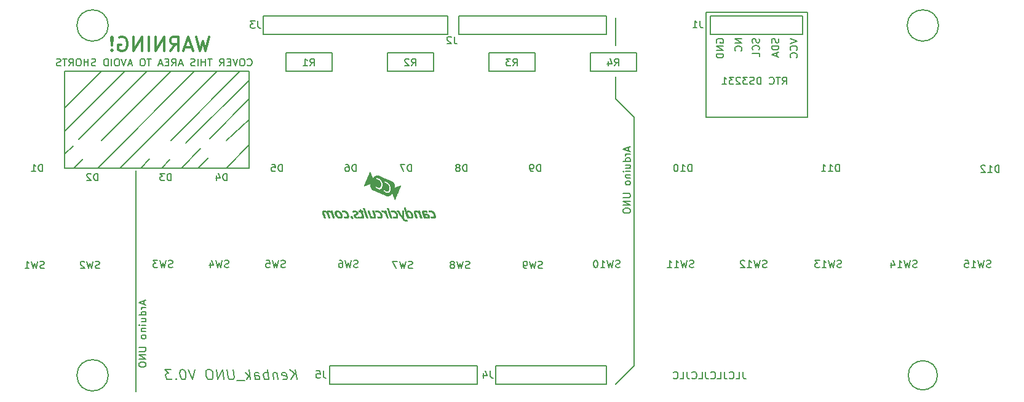
<source format=gbr>
G04 #@! TF.GenerationSoftware,KiCad,Pcbnew,8.0.0*
G04 #@! TF.CreationDate,2025-06-12T16:20:57-04:00*
G04 #@! TF.ProjectId,Kenbak_UNO_03,4b656e62-616b-45f5-954e-4f5f30332e6b,rev?*
G04 #@! TF.SameCoordinates,Original*
G04 #@! TF.FileFunction,Legend,Bot*
G04 #@! TF.FilePolarity,Positive*
%FSLAX46Y46*%
G04 Gerber Fmt 4.6, Leading zero omitted, Abs format (unit mm)*
G04 Created by KiCad (PCBNEW 8.0.0) date 2025-06-12 16:20:57*
%MOMM*%
%LPD*%
G01*
G04 APERTURE LIST*
%ADD10C,0.150000*%
%ADD11C,0.300000*%
%ADD12C,0.200000*%
%ADD13C,0.010000*%
G04 APERTURE END LIST*
D10*
X152527000Y-45669200D02*
X172847000Y-45669200D01*
X170688000Y-50749200D02*
X177038000Y-50749200D01*
X177038000Y-53289200D01*
X170688000Y-53289200D01*
X170688000Y-50749200D01*
X123698000Y-66624200D02*
X123698000Y-53289200D01*
X102806500Y-66624200D02*
X116141500Y-53289200D01*
X152527000Y-48209200D02*
X152527000Y-45669200D01*
X187198000Y-48209200D02*
X187198000Y-45669200D01*
X120523000Y-66624200D02*
X123698000Y-63449200D01*
X98298000Y-58369200D02*
X103378000Y-53289200D01*
X142748000Y-50749200D02*
X149098000Y-50749200D01*
X149098000Y-53289200D01*
X142748000Y-53289200D01*
X142748000Y-50749200D01*
X112903000Y-53289200D02*
X103378000Y-62814200D01*
X111633000Y-66624200D02*
X112776000Y-65481200D01*
X134747000Y-96469200D02*
X155067000Y-96469200D01*
X108775500Y-66624200D02*
X109982000Y-65354200D01*
X218416046Y-95199200D02*
G75*
G02*
X214399954Y-95199200I-2008046J0D01*
G01*
X214399954Y-95199200D02*
G75*
G02*
X218416046Y-95199200I2008046J0D01*
G01*
X186563000Y-59639200D02*
X200533000Y-59639200D01*
X125603000Y-45669200D02*
X151003000Y-45669200D01*
X104267000Y-95199200D02*
G75*
G02*
X99949000Y-95199200I-2159000J0D01*
G01*
X99949000Y-95199200D02*
G75*
G02*
X104267000Y-95199200I2159000J0D01*
G01*
X200533000Y-45139200D02*
X200533000Y-59639200D01*
X218567000Y-46939200D02*
G75*
G02*
X214249000Y-46939200I-2159000J0D01*
G01*
X214249000Y-46939200D02*
G75*
G02*
X218567000Y-46939200I2159000J0D01*
G01*
X114935000Y-63195200D02*
X123698000Y-54559200D01*
X199898000Y-45669200D02*
X199898000Y-48209200D01*
X118237000Y-62560200D02*
X123698000Y-57099200D01*
X155067000Y-96469200D02*
X155067000Y-93929200D01*
X151003000Y-48209200D02*
X125603000Y-48209200D01*
X172847000Y-48209200D02*
X152527000Y-48209200D01*
X105918000Y-66624200D02*
X119253000Y-53289200D01*
X98298000Y-66624200D02*
X123698000Y-66624200D01*
X157607000Y-96469200D02*
X172847000Y-96469200D01*
X98298000Y-61544200D02*
X106553000Y-53289200D01*
X187198000Y-45669200D02*
X199898000Y-45669200D01*
X98298000Y-53289200D02*
X98298000Y-66624200D01*
X172847000Y-45669200D02*
X172847000Y-48209200D01*
X199898000Y-48209200D02*
X187198000Y-48209200D01*
X116600980Y-66624200D02*
X118095019Y-65164200D01*
X112903000Y-62814200D02*
X122428000Y-53289200D01*
X100203000Y-62687200D02*
X109601000Y-53289200D01*
X114314980Y-66592200D02*
X116967000Y-63957200D01*
X186563000Y-45139200D02*
X186563000Y-59639200D01*
X128778000Y-50749200D02*
X135128000Y-50749200D01*
X135128000Y-53289200D01*
X128778000Y-53289200D01*
X128778000Y-50749200D01*
X157607000Y-93929200D02*
X157607000Y-96469200D01*
X100838000Y-65354200D02*
X99568000Y-66624200D01*
X151003000Y-45669200D02*
X151003000Y-48209200D01*
X172847000Y-93929200D02*
X172847000Y-96469200D01*
X99441000Y-63576200D02*
X98298000Y-64719200D01*
X120523000Y-62814200D02*
X123698000Y-59956700D01*
X134747000Y-93929200D02*
X134747000Y-96469200D01*
X155067000Y-93929200D02*
X134747000Y-93929200D01*
X123698000Y-53289200D02*
X98298000Y-53289200D01*
X200533000Y-45139200D02*
X186563000Y-45139200D01*
X156718000Y-50749200D02*
X163068000Y-50749200D01*
X163068000Y-53289200D01*
X156718000Y-53289200D01*
X156718000Y-50749200D01*
X104267000Y-46939200D02*
G75*
G02*
X99949000Y-46939200I-2159000J0D01*
G01*
X99949000Y-46939200D02*
G75*
G02*
X104267000Y-46939200I2159000J0D01*
G01*
X157607000Y-93929200D02*
X172847000Y-93929200D01*
X125603000Y-45669200D02*
X125603000Y-48209200D01*
X113121839Y-80289400D02*
X112978982Y-80337019D01*
X112978982Y-80337019D02*
X112740887Y-80337019D01*
X112740887Y-80337019D02*
X112645649Y-80289400D01*
X112645649Y-80289400D02*
X112598030Y-80241780D01*
X112598030Y-80241780D02*
X112550411Y-80146542D01*
X112550411Y-80146542D02*
X112550411Y-80051304D01*
X112550411Y-80051304D02*
X112598030Y-79956066D01*
X112598030Y-79956066D02*
X112645649Y-79908447D01*
X112645649Y-79908447D02*
X112740887Y-79860828D01*
X112740887Y-79860828D02*
X112931363Y-79813209D01*
X112931363Y-79813209D02*
X113026601Y-79765590D01*
X113026601Y-79765590D02*
X113074220Y-79717971D01*
X113074220Y-79717971D02*
X113121839Y-79622733D01*
X113121839Y-79622733D02*
X113121839Y-79527495D01*
X113121839Y-79527495D02*
X113074220Y-79432257D01*
X113074220Y-79432257D02*
X113026601Y-79384638D01*
X113026601Y-79384638D02*
X112931363Y-79337019D01*
X112931363Y-79337019D02*
X112693268Y-79337019D01*
X112693268Y-79337019D02*
X112550411Y-79384638D01*
X112217077Y-79337019D02*
X111978982Y-80337019D01*
X111978982Y-80337019D02*
X111788506Y-79622733D01*
X111788506Y-79622733D02*
X111598030Y-80337019D01*
X111598030Y-80337019D02*
X111359935Y-79337019D01*
X111074220Y-79337019D02*
X110455173Y-79337019D01*
X110455173Y-79337019D02*
X110788506Y-79717971D01*
X110788506Y-79717971D02*
X110645649Y-79717971D01*
X110645649Y-79717971D02*
X110550411Y-79765590D01*
X110550411Y-79765590D02*
X110502792Y-79813209D01*
X110502792Y-79813209D02*
X110455173Y-79908447D01*
X110455173Y-79908447D02*
X110455173Y-80146542D01*
X110455173Y-80146542D02*
X110502792Y-80241780D01*
X110502792Y-80241780D02*
X110550411Y-80289400D01*
X110550411Y-80289400D02*
X110645649Y-80337019D01*
X110645649Y-80337019D02*
X110931363Y-80337019D01*
X110931363Y-80337019D02*
X111026601Y-80289400D01*
X111026601Y-80289400D02*
X111074220Y-80241780D01*
D11*
X118134917Y-48488838D02*
X117658727Y-50488838D01*
X117658727Y-50488838D02*
X117277774Y-49060266D01*
X117277774Y-49060266D02*
X116896822Y-50488838D01*
X116896822Y-50488838D02*
X116420632Y-48488838D01*
X115753965Y-49917409D02*
X114801584Y-49917409D01*
X115944441Y-50488838D02*
X115277775Y-48488838D01*
X115277775Y-48488838D02*
X114611108Y-50488838D01*
X112801584Y-50488838D02*
X113468251Y-49536457D01*
X113944441Y-50488838D02*
X113944441Y-48488838D01*
X113944441Y-48488838D02*
X113182536Y-48488838D01*
X113182536Y-48488838D02*
X112992060Y-48584076D01*
X112992060Y-48584076D02*
X112896822Y-48679314D01*
X112896822Y-48679314D02*
X112801584Y-48869790D01*
X112801584Y-48869790D02*
X112801584Y-49155504D01*
X112801584Y-49155504D02*
X112896822Y-49345980D01*
X112896822Y-49345980D02*
X112992060Y-49441219D01*
X112992060Y-49441219D02*
X113182536Y-49536457D01*
X113182536Y-49536457D02*
X113944441Y-49536457D01*
X111944441Y-50488838D02*
X111944441Y-48488838D01*
X111944441Y-48488838D02*
X110801584Y-50488838D01*
X110801584Y-50488838D02*
X110801584Y-48488838D01*
X109849203Y-50488838D02*
X109849203Y-48488838D01*
X108896822Y-50488838D02*
X108896822Y-48488838D01*
X108896822Y-48488838D02*
X107753965Y-50488838D01*
X107753965Y-50488838D02*
X107753965Y-48488838D01*
X105753965Y-48584076D02*
X105944441Y-48488838D01*
X105944441Y-48488838D02*
X106230155Y-48488838D01*
X106230155Y-48488838D02*
X106515870Y-48584076D01*
X106515870Y-48584076D02*
X106706346Y-48774552D01*
X106706346Y-48774552D02*
X106801584Y-48965028D01*
X106801584Y-48965028D02*
X106896822Y-49345980D01*
X106896822Y-49345980D02*
X106896822Y-49631695D01*
X106896822Y-49631695D02*
X106801584Y-50012647D01*
X106801584Y-50012647D02*
X106706346Y-50203123D01*
X106706346Y-50203123D02*
X106515870Y-50393600D01*
X106515870Y-50393600D02*
X106230155Y-50488838D01*
X106230155Y-50488838D02*
X106039679Y-50488838D01*
X106039679Y-50488838D02*
X105753965Y-50393600D01*
X105753965Y-50393600D02*
X105658727Y-50298361D01*
X105658727Y-50298361D02*
X105658727Y-49631695D01*
X105658727Y-49631695D02*
X106039679Y-49631695D01*
X104801584Y-50298361D02*
X104706346Y-50393600D01*
X104706346Y-50393600D02*
X104801584Y-50488838D01*
X104801584Y-50488838D02*
X104896822Y-50393600D01*
X104896822Y-50393600D02*
X104801584Y-50298361D01*
X104801584Y-50298361D02*
X104801584Y-50488838D01*
X104801584Y-49726933D02*
X104896822Y-48584076D01*
X104896822Y-48584076D02*
X104801584Y-48488838D01*
X104801584Y-48488838D02*
X104706346Y-48584076D01*
X104706346Y-48584076D02*
X104801584Y-49726933D01*
X104801584Y-49726933D02*
X104801584Y-48488838D01*
D10*
X146030792Y-52524019D02*
X146364125Y-52047828D01*
X146602220Y-52524019D02*
X146602220Y-51524019D01*
X146602220Y-51524019D02*
X146221268Y-51524019D01*
X146221268Y-51524019D02*
X146126030Y-51571638D01*
X146126030Y-51571638D02*
X146078411Y-51619257D01*
X146078411Y-51619257D02*
X146030792Y-51714495D01*
X146030792Y-51714495D02*
X146030792Y-51857352D01*
X146030792Y-51857352D02*
X146078411Y-51952590D01*
X146078411Y-51952590D02*
X146126030Y-52000209D01*
X146126030Y-52000209D02*
X146221268Y-52047828D01*
X146221268Y-52047828D02*
X146602220Y-52047828D01*
X145649839Y-51619257D02*
X145602220Y-51571638D01*
X145602220Y-51571638D02*
X145506982Y-51524019D01*
X145506982Y-51524019D02*
X145268887Y-51524019D01*
X145268887Y-51524019D02*
X145173649Y-51571638D01*
X145173649Y-51571638D02*
X145126030Y-51619257D01*
X145126030Y-51619257D02*
X145078411Y-51714495D01*
X145078411Y-51714495D02*
X145078411Y-51809733D01*
X145078411Y-51809733D02*
X145126030Y-51952590D01*
X145126030Y-51952590D02*
X145697458Y-52524019D01*
X145697458Y-52524019D02*
X145078411Y-52524019D01*
X164048839Y-80416400D02*
X163905982Y-80464019D01*
X163905982Y-80464019D02*
X163667887Y-80464019D01*
X163667887Y-80464019D02*
X163572649Y-80416400D01*
X163572649Y-80416400D02*
X163525030Y-80368780D01*
X163525030Y-80368780D02*
X163477411Y-80273542D01*
X163477411Y-80273542D02*
X163477411Y-80178304D01*
X163477411Y-80178304D02*
X163525030Y-80083066D01*
X163525030Y-80083066D02*
X163572649Y-80035447D01*
X163572649Y-80035447D02*
X163667887Y-79987828D01*
X163667887Y-79987828D02*
X163858363Y-79940209D01*
X163858363Y-79940209D02*
X163953601Y-79892590D01*
X163953601Y-79892590D02*
X164001220Y-79844971D01*
X164001220Y-79844971D02*
X164048839Y-79749733D01*
X164048839Y-79749733D02*
X164048839Y-79654495D01*
X164048839Y-79654495D02*
X164001220Y-79559257D01*
X164001220Y-79559257D02*
X163953601Y-79511638D01*
X163953601Y-79511638D02*
X163858363Y-79464019D01*
X163858363Y-79464019D02*
X163620268Y-79464019D01*
X163620268Y-79464019D02*
X163477411Y-79511638D01*
X163144077Y-79464019D02*
X162905982Y-80464019D01*
X162905982Y-80464019D02*
X162715506Y-79749733D01*
X162715506Y-79749733D02*
X162525030Y-80464019D01*
X162525030Y-80464019D02*
X162286935Y-79464019D01*
X161858363Y-80464019D02*
X161667887Y-80464019D01*
X161667887Y-80464019D02*
X161572649Y-80416400D01*
X161572649Y-80416400D02*
X161525030Y-80368780D01*
X161525030Y-80368780D02*
X161429792Y-80225923D01*
X161429792Y-80225923D02*
X161382173Y-80035447D01*
X161382173Y-80035447D02*
X161382173Y-79654495D01*
X161382173Y-79654495D02*
X161429792Y-79559257D01*
X161429792Y-79559257D02*
X161477411Y-79511638D01*
X161477411Y-79511638D02*
X161572649Y-79464019D01*
X161572649Y-79464019D02*
X161763125Y-79464019D01*
X161763125Y-79464019D02*
X161858363Y-79511638D01*
X161858363Y-79511638D02*
X161905982Y-79559257D01*
X161905982Y-79559257D02*
X161953601Y-79654495D01*
X161953601Y-79654495D02*
X161953601Y-79892590D01*
X161953601Y-79892590D02*
X161905982Y-79987828D01*
X161905982Y-79987828D02*
X161858363Y-80035447D01*
X161858363Y-80035447D02*
X161763125Y-80083066D01*
X161763125Y-80083066D02*
X161572649Y-80083066D01*
X161572649Y-80083066D02*
X161477411Y-80035447D01*
X161477411Y-80035447D02*
X161429792Y-79987828D01*
X161429792Y-79987828D02*
X161382173Y-79892590D01*
X193878200Y-48752360D02*
X193925819Y-48895217D01*
X193925819Y-48895217D02*
X193925819Y-49133312D01*
X193925819Y-49133312D02*
X193878200Y-49228550D01*
X193878200Y-49228550D02*
X193830580Y-49276169D01*
X193830580Y-49276169D02*
X193735342Y-49323788D01*
X193735342Y-49323788D02*
X193640104Y-49323788D01*
X193640104Y-49323788D02*
X193544866Y-49276169D01*
X193544866Y-49276169D02*
X193497247Y-49228550D01*
X193497247Y-49228550D02*
X193449628Y-49133312D01*
X193449628Y-49133312D02*
X193402009Y-48942836D01*
X193402009Y-48942836D02*
X193354390Y-48847598D01*
X193354390Y-48847598D02*
X193306771Y-48799979D01*
X193306771Y-48799979D02*
X193211533Y-48752360D01*
X193211533Y-48752360D02*
X193116295Y-48752360D01*
X193116295Y-48752360D02*
X193021057Y-48799979D01*
X193021057Y-48799979D02*
X192973438Y-48847598D01*
X192973438Y-48847598D02*
X192925819Y-48942836D01*
X192925819Y-48942836D02*
X192925819Y-49180931D01*
X192925819Y-49180931D02*
X192973438Y-49323788D01*
X193830580Y-50323788D02*
X193878200Y-50276169D01*
X193878200Y-50276169D02*
X193925819Y-50133312D01*
X193925819Y-50133312D02*
X193925819Y-50038074D01*
X193925819Y-50038074D02*
X193878200Y-49895217D01*
X193878200Y-49895217D02*
X193782961Y-49799979D01*
X193782961Y-49799979D02*
X193687723Y-49752360D01*
X193687723Y-49752360D02*
X193497247Y-49704741D01*
X193497247Y-49704741D02*
X193354390Y-49704741D01*
X193354390Y-49704741D02*
X193163914Y-49752360D01*
X193163914Y-49752360D02*
X193068676Y-49799979D01*
X193068676Y-49799979D02*
X192973438Y-49895217D01*
X192973438Y-49895217D02*
X192925819Y-50038074D01*
X192925819Y-50038074D02*
X192925819Y-50133312D01*
X192925819Y-50133312D02*
X192973438Y-50276169D01*
X192973438Y-50276169D02*
X193021057Y-50323788D01*
X193925819Y-51228550D02*
X193925819Y-50752360D01*
X193925819Y-50752360D02*
X192925819Y-50752360D01*
X132060792Y-52524019D02*
X132394125Y-52047828D01*
X132632220Y-52524019D02*
X132632220Y-51524019D01*
X132632220Y-51524019D02*
X132251268Y-51524019D01*
X132251268Y-51524019D02*
X132156030Y-51571638D01*
X132156030Y-51571638D02*
X132108411Y-51619257D01*
X132108411Y-51619257D02*
X132060792Y-51714495D01*
X132060792Y-51714495D02*
X132060792Y-51857352D01*
X132060792Y-51857352D02*
X132108411Y-51952590D01*
X132108411Y-51952590D02*
X132156030Y-52000209D01*
X132156030Y-52000209D02*
X132251268Y-52047828D01*
X132251268Y-52047828D02*
X132632220Y-52047828D01*
X131108411Y-52524019D02*
X131679839Y-52524019D01*
X131394125Y-52524019D02*
X131394125Y-51524019D01*
X131394125Y-51524019D02*
X131489363Y-51666876D01*
X131489363Y-51666876D02*
X131584601Y-51762114D01*
X131584601Y-51762114D02*
X131679839Y-51809733D01*
X109185104Y-84947360D02*
X109185104Y-85423550D01*
X109470819Y-84852122D02*
X108470819Y-85185455D01*
X108470819Y-85185455D02*
X109470819Y-85518788D01*
X109470819Y-85852122D02*
X108804152Y-85852122D01*
X108994628Y-85852122D02*
X108899390Y-85899741D01*
X108899390Y-85899741D02*
X108851771Y-85947360D01*
X108851771Y-85947360D02*
X108804152Y-86042598D01*
X108804152Y-86042598D02*
X108804152Y-86137836D01*
X109470819Y-86899741D02*
X108470819Y-86899741D01*
X109423200Y-86899741D02*
X109470819Y-86804503D01*
X109470819Y-86804503D02*
X109470819Y-86614027D01*
X109470819Y-86614027D02*
X109423200Y-86518789D01*
X109423200Y-86518789D02*
X109375580Y-86471170D01*
X109375580Y-86471170D02*
X109280342Y-86423551D01*
X109280342Y-86423551D02*
X108994628Y-86423551D01*
X108994628Y-86423551D02*
X108899390Y-86471170D01*
X108899390Y-86471170D02*
X108851771Y-86518789D01*
X108851771Y-86518789D02*
X108804152Y-86614027D01*
X108804152Y-86614027D02*
X108804152Y-86804503D01*
X108804152Y-86804503D02*
X108851771Y-86899741D01*
X108804152Y-87804503D02*
X109470819Y-87804503D01*
X108804152Y-87375932D02*
X109327961Y-87375932D01*
X109327961Y-87375932D02*
X109423200Y-87423551D01*
X109423200Y-87423551D02*
X109470819Y-87518789D01*
X109470819Y-87518789D02*
X109470819Y-87661646D01*
X109470819Y-87661646D02*
X109423200Y-87756884D01*
X109423200Y-87756884D02*
X109375580Y-87804503D01*
X109470819Y-88280694D02*
X108804152Y-88280694D01*
X108470819Y-88280694D02*
X108518438Y-88233075D01*
X108518438Y-88233075D02*
X108566057Y-88280694D01*
X108566057Y-88280694D02*
X108518438Y-88328313D01*
X108518438Y-88328313D02*
X108470819Y-88280694D01*
X108470819Y-88280694D02*
X108566057Y-88280694D01*
X108804152Y-88756884D02*
X109470819Y-88756884D01*
X108899390Y-88756884D02*
X108851771Y-88804503D01*
X108851771Y-88804503D02*
X108804152Y-88899741D01*
X108804152Y-88899741D02*
X108804152Y-89042598D01*
X108804152Y-89042598D02*
X108851771Y-89137836D01*
X108851771Y-89137836D02*
X108947009Y-89185455D01*
X108947009Y-89185455D02*
X109470819Y-89185455D01*
X109470819Y-89804503D02*
X109423200Y-89709265D01*
X109423200Y-89709265D02*
X109375580Y-89661646D01*
X109375580Y-89661646D02*
X109280342Y-89614027D01*
X109280342Y-89614027D02*
X108994628Y-89614027D01*
X108994628Y-89614027D02*
X108899390Y-89661646D01*
X108899390Y-89661646D02*
X108851771Y-89709265D01*
X108851771Y-89709265D02*
X108804152Y-89804503D01*
X108804152Y-89804503D02*
X108804152Y-89947360D01*
X108804152Y-89947360D02*
X108851771Y-90042598D01*
X108851771Y-90042598D02*
X108899390Y-90090217D01*
X108899390Y-90090217D02*
X108994628Y-90137836D01*
X108994628Y-90137836D02*
X109280342Y-90137836D01*
X109280342Y-90137836D02*
X109375580Y-90090217D01*
X109375580Y-90090217D02*
X109423200Y-90042598D01*
X109423200Y-90042598D02*
X109470819Y-89947360D01*
X109470819Y-89947360D02*
X109470819Y-89804503D01*
X108470819Y-91328313D02*
X109280342Y-91328313D01*
X109280342Y-91328313D02*
X109375580Y-91375932D01*
X109375580Y-91375932D02*
X109423200Y-91423551D01*
X109423200Y-91423551D02*
X109470819Y-91518789D01*
X109470819Y-91518789D02*
X109470819Y-91709265D01*
X109470819Y-91709265D02*
X109423200Y-91804503D01*
X109423200Y-91804503D02*
X109375580Y-91852122D01*
X109375580Y-91852122D02*
X109280342Y-91899741D01*
X109280342Y-91899741D02*
X108470819Y-91899741D01*
X109470819Y-92375932D02*
X108470819Y-92375932D01*
X108470819Y-92375932D02*
X109470819Y-92947360D01*
X109470819Y-92947360D02*
X108470819Y-92947360D01*
X108470819Y-93614027D02*
X108470819Y-93804503D01*
X108470819Y-93804503D02*
X108518438Y-93899741D01*
X108518438Y-93899741D02*
X108613676Y-93994979D01*
X108613676Y-93994979D02*
X108804152Y-94042598D01*
X108804152Y-94042598D02*
X109137485Y-94042598D01*
X109137485Y-94042598D02*
X109327961Y-93994979D01*
X109327961Y-93994979D02*
X109423200Y-93899741D01*
X109423200Y-93899741D02*
X109470819Y-93804503D01*
X109470819Y-93804503D02*
X109470819Y-93614027D01*
X109470819Y-93614027D02*
X109423200Y-93518789D01*
X109423200Y-93518789D02*
X109327961Y-93423551D01*
X109327961Y-93423551D02*
X109137485Y-93375932D01*
X109137485Y-93375932D02*
X108804152Y-93375932D01*
X108804152Y-93375932D02*
X108613676Y-93423551D01*
X108613676Y-93423551D02*
X108518438Y-93518789D01*
X108518438Y-93518789D02*
X108470819Y-93614027D01*
X138648839Y-80289400D02*
X138505982Y-80337019D01*
X138505982Y-80337019D02*
X138267887Y-80337019D01*
X138267887Y-80337019D02*
X138172649Y-80289400D01*
X138172649Y-80289400D02*
X138125030Y-80241780D01*
X138125030Y-80241780D02*
X138077411Y-80146542D01*
X138077411Y-80146542D02*
X138077411Y-80051304D01*
X138077411Y-80051304D02*
X138125030Y-79956066D01*
X138125030Y-79956066D02*
X138172649Y-79908447D01*
X138172649Y-79908447D02*
X138267887Y-79860828D01*
X138267887Y-79860828D02*
X138458363Y-79813209D01*
X138458363Y-79813209D02*
X138553601Y-79765590D01*
X138553601Y-79765590D02*
X138601220Y-79717971D01*
X138601220Y-79717971D02*
X138648839Y-79622733D01*
X138648839Y-79622733D02*
X138648839Y-79527495D01*
X138648839Y-79527495D02*
X138601220Y-79432257D01*
X138601220Y-79432257D02*
X138553601Y-79384638D01*
X138553601Y-79384638D02*
X138458363Y-79337019D01*
X138458363Y-79337019D02*
X138220268Y-79337019D01*
X138220268Y-79337019D02*
X138077411Y-79384638D01*
X137744077Y-79337019D02*
X137505982Y-80337019D01*
X137505982Y-80337019D02*
X137315506Y-79622733D01*
X137315506Y-79622733D02*
X137125030Y-80337019D01*
X137125030Y-80337019D02*
X136886935Y-79337019D01*
X136077411Y-79337019D02*
X136267887Y-79337019D01*
X136267887Y-79337019D02*
X136363125Y-79384638D01*
X136363125Y-79384638D02*
X136410744Y-79432257D01*
X136410744Y-79432257D02*
X136505982Y-79575114D01*
X136505982Y-79575114D02*
X136553601Y-79765590D01*
X136553601Y-79765590D02*
X136553601Y-80146542D01*
X136553601Y-80146542D02*
X136505982Y-80241780D01*
X136505982Y-80241780D02*
X136458363Y-80289400D01*
X136458363Y-80289400D02*
X136363125Y-80337019D01*
X136363125Y-80337019D02*
X136172649Y-80337019D01*
X136172649Y-80337019D02*
X136077411Y-80289400D01*
X136077411Y-80289400D02*
X136029792Y-80241780D01*
X136029792Y-80241780D02*
X135982173Y-80146542D01*
X135982173Y-80146542D02*
X135982173Y-79908447D01*
X135982173Y-79908447D02*
X136029792Y-79813209D01*
X136029792Y-79813209D02*
X136077411Y-79765590D01*
X136077411Y-79765590D02*
X136172649Y-79717971D01*
X136172649Y-79717971D02*
X136363125Y-79717971D01*
X136363125Y-79717971D02*
X136458363Y-79765590D01*
X136458363Y-79765590D02*
X136505982Y-79813209D01*
X136505982Y-79813209D02*
X136553601Y-79908447D01*
X188020438Y-49323788D02*
X187972819Y-49228550D01*
X187972819Y-49228550D02*
X187972819Y-49085693D01*
X187972819Y-49085693D02*
X188020438Y-48942836D01*
X188020438Y-48942836D02*
X188115676Y-48847598D01*
X188115676Y-48847598D02*
X188210914Y-48799979D01*
X188210914Y-48799979D02*
X188401390Y-48752360D01*
X188401390Y-48752360D02*
X188544247Y-48752360D01*
X188544247Y-48752360D02*
X188734723Y-48799979D01*
X188734723Y-48799979D02*
X188829961Y-48847598D01*
X188829961Y-48847598D02*
X188925200Y-48942836D01*
X188925200Y-48942836D02*
X188972819Y-49085693D01*
X188972819Y-49085693D02*
X188972819Y-49180931D01*
X188972819Y-49180931D02*
X188925200Y-49323788D01*
X188925200Y-49323788D02*
X188877580Y-49371407D01*
X188877580Y-49371407D02*
X188544247Y-49371407D01*
X188544247Y-49371407D02*
X188544247Y-49180931D01*
X188972819Y-49799979D02*
X187972819Y-49799979D01*
X187972819Y-49799979D02*
X188972819Y-50371407D01*
X188972819Y-50371407D02*
X187972819Y-50371407D01*
X188972819Y-50847598D02*
X187972819Y-50847598D01*
X187972819Y-50847598D02*
X187972819Y-51085693D01*
X187972819Y-51085693D02*
X188020438Y-51228550D01*
X188020438Y-51228550D02*
X188115676Y-51323788D01*
X188115676Y-51323788D02*
X188210914Y-51371407D01*
X188210914Y-51371407D02*
X188401390Y-51419026D01*
X188401390Y-51419026D02*
X188544247Y-51419026D01*
X188544247Y-51419026D02*
X188734723Y-51371407D01*
X188734723Y-51371407D02*
X188829961Y-51323788D01*
X188829961Y-51323788D02*
X188925200Y-51228550D01*
X188925200Y-51228550D02*
X188972819Y-51085693D01*
X188972819Y-51085693D02*
X188972819Y-50847598D01*
X191655506Y-94704019D02*
X191655506Y-95418304D01*
X191655506Y-95418304D02*
X191703125Y-95561161D01*
X191703125Y-95561161D02*
X191798363Y-95656400D01*
X191798363Y-95656400D02*
X191941220Y-95704019D01*
X191941220Y-95704019D02*
X192036458Y-95704019D01*
X190703125Y-95704019D02*
X191179315Y-95704019D01*
X191179315Y-95704019D02*
X191179315Y-94704019D01*
X189798363Y-95608780D02*
X189845982Y-95656400D01*
X189845982Y-95656400D02*
X189988839Y-95704019D01*
X189988839Y-95704019D02*
X190084077Y-95704019D01*
X190084077Y-95704019D02*
X190226934Y-95656400D01*
X190226934Y-95656400D02*
X190322172Y-95561161D01*
X190322172Y-95561161D02*
X190369791Y-95465923D01*
X190369791Y-95465923D02*
X190417410Y-95275447D01*
X190417410Y-95275447D02*
X190417410Y-95132590D01*
X190417410Y-95132590D02*
X190369791Y-94942114D01*
X190369791Y-94942114D02*
X190322172Y-94846876D01*
X190322172Y-94846876D02*
X190226934Y-94751638D01*
X190226934Y-94751638D02*
X190084077Y-94704019D01*
X190084077Y-94704019D02*
X189988839Y-94704019D01*
X189988839Y-94704019D02*
X189845982Y-94751638D01*
X189845982Y-94751638D02*
X189798363Y-94799257D01*
X189084077Y-94704019D02*
X189084077Y-95418304D01*
X189084077Y-95418304D02*
X189131696Y-95561161D01*
X189131696Y-95561161D02*
X189226934Y-95656400D01*
X189226934Y-95656400D02*
X189369791Y-95704019D01*
X189369791Y-95704019D02*
X189465029Y-95704019D01*
X188131696Y-95704019D02*
X188607886Y-95704019D01*
X188607886Y-95704019D02*
X188607886Y-94704019D01*
X187226934Y-95608780D02*
X187274553Y-95656400D01*
X187274553Y-95656400D02*
X187417410Y-95704019D01*
X187417410Y-95704019D02*
X187512648Y-95704019D01*
X187512648Y-95704019D02*
X187655505Y-95656400D01*
X187655505Y-95656400D02*
X187750743Y-95561161D01*
X187750743Y-95561161D02*
X187798362Y-95465923D01*
X187798362Y-95465923D02*
X187845981Y-95275447D01*
X187845981Y-95275447D02*
X187845981Y-95132590D01*
X187845981Y-95132590D02*
X187798362Y-94942114D01*
X187798362Y-94942114D02*
X187750743Y-94846876D01*
X187750743Y-94846876D02*
X187655505Y-94751638D01*
X187655505Y-94751638D02*
X187512648Y-94704019D01*
X187512648Y-94704019D02*
X187417410Y-94704019D01*
X187417410Y-94704019D02*
X187274553Y-94751638D01*
X187274553Y-94751638D02*
X187226934Y-94799257D01*
X186512648Y-94704019D02*
X186512648Y-95418304D01*
X186512648Y-95418304D02*
X186560267Y-95561161D01*
X186560267Y-95561161D02*
X186655505Y-95656400D01*
X186655505Y-95656400D02*
X186798362Y-95704019D01*
X186798362Y-95704019D02*
X186893600Y-95704019D01*
X185560267Y-95704019D02*
X186036457Y-95704019D01*
X186036457Y-95704019D02*
X186036457Y-94704019D01*
X184655505Y-95608780D02*
X184703124Y-95656400D01*
X184703124Y-95656400D02*
X184845981Y-95704019D01*
X184845981Y-95704019D02*
X184941219Y-95704019D01*
X184941219Y-95704019D02*
X185084076Y-95656400D01*
X185084076Y-95656400D02*
X185179314Y-95561161D01*
X185179314Y-95561161D02*
X185226933Y-95465923D01*
X185226933Y-95465923D02*
X185274552Y-95275447D01*
X185274552Y-95275447D02*
X185274552Y-95132590D01*
X185274552Y-95132590D02*
X185226933Y-94942114D01*
X185226933Y-94942114D02*
X185179314Y-94846876D01*
X185179314Y-94846876D02*
X185084076Y-94751638D01*
X185084076Y-94751638D02*
X184941219Y-94704019D01*
X184941219Y-94704019D02*
X184845981Y-94704019D01*
X184845981Y-94704019D02*
X184703124Y-94751638D01*
X184703124Y-94751638D02*
X184655505Y-94799257D01*
X183941219Y-94704019D02*
X183941219Y-95418304D01*
X183941219Y-95418304D02*
X183988838Y-95561161D01*
X183988838Y-95561161D02*
X184084076Y-95656400D01*
X184084076Y-95656400D02*
X184226933Y-95704019D01*
X184226933Y-95704019D02*
X184322171Y-95704019D01*
X182988838Y-95704019D02*
X183465028Y-95704019D01*
X183465028Y-95704019D02*
X183465028Y-94704019D01*
X182084076Y-95608780D02*
X182131695Y-95656400D01*
X182131695Y-95656400D02*
X182274552Y-95704019D01*
X182274552Y-95704019D02*
X182369790Y-95704019D01*
X182369790Y-95704019D02*
X182512647Y-95656400D01*
X182512647Y-95656400D02*
X182607885Y-95561161D01*
X182607885Y-95561161D02*
X182655504Y-95465923D01*
X182655504Y-95465923D02*
X182703123Y-95275447D01*
X182703123Y-95275447D02*
X182703123Y-95132590D01*
X182703123Y-95132590D02*
X182655504Y-94942114D01*
X182655504Y-94942114D02*
X182607885Y-94846876D01*
X182607885Y-94846876D02*
X182512647Y-94751638D01*
X182512647Y-94751638D02*
X182369790Y-94704019D01*
X182369790Y-94704019D02*
X182274552Y-94704019D01*
X182274552Y-94704019D02*
X182131695Y-94751638D01*
X182131695Y-94751638D02*
X182084076Y-94799257D01*
X154015839Y-80416400D02*
X153872982Y-80464019D01*
X153872982Y-80464019D02*
X153634887Y-80464019D01*
X153634887Y-80464019D02*
X153539649Y-80416400D01*
X153539649Y-80416400D02*
X153492030Y-80368780D01*
X153492030Y-80368780D02*
X153444411Y-80273542D01*
X153444411Y-80273542D02*
X153444411Y-80178304D01*
X153444411Y-80178304D02*
X153492030Y-80083066D01*
X153492030Y-80083066D02*
X153539649Y-80035447D01*
X153539649Y-80035447D02*
X153634887Y-79987828D01*
X153634887Y-79987828D02*
X153825363Y-79940209D01*
X153825363Y-79940209D02*
X153920601Y-79892590D01*
X153920601Y-79892590D02*
X153968220Y-79844971D01*
X153968220Y-79844971D02*
X154015839Y-79749733D01*
X154015839Y-79749733D02*
X154015839Y-79654495D01*
X154015839Y-79654495D02*
X153968220Y-79559257D01*
X153968220Y-79559257D02*
X153920601Y-79511638D01*
X153920601Y-79511638D02*
X153825363Y-79464019D01*
X153825363Y-79464019D02*
X153587268Y-79464019D01*
X153587268Y-79464019D02*
X153444411Y-79511638D01*
X153111077Y-79464019D02*
X152872982Y-80464019D01*
X152872982Y-80464019D02*
X152682506Y-79749733D01*
X152682506Y-79749733D02*
X152492030Y-80464019D01*
X152492030Y-80464019D02*
X152253935Y-79464019D01*
X151730125Y-79892590D02*
X151825363Y-79844971D01*
X151825363Y-79844971D02*
X151872982Y-79797352D01*
X151872982Y-79797352D02*
X151920601Y-79702114D01*
X151920601Y-79702114D02*
X151920601Y-79654495D01*
X151920601Y-79654495D02*
X151872982Y-79559257D01*
X151872982Y-79559257D02*
X151825363Y-79511638D01*
X151825363Y-79511638D02*
X151730125Y-79464019D01*
X151730125Y-79464019D02*
X151539649Y-79464019D01*
X151539649Y-79464019D02*
X151444411Y-79511638D01*
X151444411Y-79511638D02*
X151396792Y-79559257D01*
X151396792Y-79559257D02*
X151349173Y-79654495D01*
X151349173Y-79654495D02*
X151349173Y-79702114D01*
X151349173Y-79702114D02*
X151396792Y-79797352D01*
X151396792Y-79797352D02*
X151444411Y-79844971D01*
X151444411Y-79844971D02*
X151539649Y-79892590D01*
X151539649Y-79892590D02*
X151730125Y-79892590D01*
X151730125Y-79892590D02*
X151825363Y-79940209D01*
X151825363Y-79940209D02*
X151872982Y-79987828D01*
X151872982Y-79987828D02*
X151920601Y-80083066D01*
X151920601Y-80083066D02*
X151920601Y-80273542D01*
X151920601Y-80273542D02*
X151872982Y-80368780D01*
X151872982Y-80368780D02*
X151825363Y-80416400D01*
X151825363Y-80416400D02*
X151730125Y-80464019D01*
X151730125Y-80464019D02*
X151539649Y-80464019D01*
X151539649Y-80464019D02*
X151444411Y-80416400D01*
X151444411Y-80416400D02*
X151396792Y-80368780D01*
X151396792Y-80368780D02*
X151349173Y-80273542D01*
X151349173Y-80273542D02*
X151349173Y-80083066D01*
X151349173Y-80083066D02*
X151396792Y-79987828D01*
X151396792Y-79987828D02*
X151444411Y-79940209D01*
X151444411Y-79940209D02*
X151539649Y-79892590D01*
D12*
X130226422Y-95779466D02*
X130051422Y-94379466D01*
X129426422Y-95779466D02*
X129926422Y-94979466D01*
X129251422Y-94379466D02*
X130151422Y-95179466D01*
X128284755Y-95712800D02*
X128426422Y-95779466D01*
X128426422Y-95779466D02*
X128693088Y-95779466D01*
X128693088Y-95779466D02*
X128818088Y-95712800D01*
X128818088Y-95712800D02*
X128868088Y-95579466D01*
X128868088Y-95579466D02*
X128801422Y-95046133D01*
X128801422Y-95046133D02*
X128718088Y-94912800D01*
X128718088Y-94912800D02*
X128576422Y-94846133D01*
X128576422Y-94846133D02*
X128309755Y-94846133D01*
X128309755Y-94846133D02*
X128184755Y-94912800D01*
X128184755Y-94912800D02*
X128134755Y-95046133D01*
X128134755Y-95046133D02*
X128151422Y-95179466D01*
X128151422Y-95179466D02*
X128834755Y-95312800D01*
X127509755Y-94846133D02*
X127626422Y-95779466D01*
X127526422Y-94979466D02*
X127451422Y-94912800D01*
X127451422Y-94912800D02*
X127309755Y-94846133D01*
X127309755Y-94846133D02*
X127109755Y-94846133D01*
X127109755Y-94846133D02*
X126984755Y-94912800D01*
X126984755Y-94912800D02*
X126934755Y-95046133D01*
X126934755Y-95046133D02*
X127026422Y-95779466D01*
X126359755Y-95779466D02*
X126184755Y-94379466D01*
X126251421Y-94912800D02*
X126109755Y-94846133D01*
X126109755Y-94846133D02*
X125843088Y-94846133D01*
X125843088Y-94846133D02*
X125718088Y-94912800D01*
X125718088Y-94912800D02*
X125659755Y-94979466D01*
X125659755Y-94979466D02*
X125609755Y-95112800D01*
X125609755Y-95112800D02*
X125659755Y-95512800D01*
X125659755Y-95512800D02*
X125743088Y-95646133D01*
X125743088Y-95646133D02*
X125818088Y-95712800D01*
X125818088Y-95712800D02*
X125959755Y-95779466D01*
X125959755Y-95779466D02*
X126226421Y-95779466D01*
X126226421Y-95779466D02*
X126351421Y-95712800D01*
X124493088Y-95779466D02*
X124401421Y-95046133D01*
X124401421Y-95046133D02*
X124451421Y-94912800D01*
X124451421Y-94912800D02*
X124576421Y-94846133D01*
X124576421Y-94846133D02*
X124843088Y-94846133D01*
X124843088Y-94846133D02*
X124984754Y-94912800D01*
X124484754Y-95712800D02*
X124626421Y-95779466D01*
X124626421Y-95779466D02*
X124959754Y-95779466D01*
X124959754Y-95779466D02*
X125084754Y-95712800D01*
X125084754Y-95712800D02*
X125134754Y-95579466D01*
X125134754Y-95579466D02*
X125118088Y-95446133D01*
X125118088Y-95446133D02*
X125034754Y-95312800D01*
X125034754Y-95312800D02*
X124893088Y-95246133D01*
X124893088Y-95246133D02*
X124559754Y-95246133D01*
X124559754Y-95246133D02*
X124418088Y-95179466D01*
X123826421Y-95779466D02*
X123651421Y-94379466D01*
X123626421Y-95246133D02*
X123293087Y-95779466D01*
X123176421Y-94846133D02*
X123776421Y-95379466D01*
X123043088Y-95912800D02*
X121976421Y-95912800D01*
X121451421Y-94379466D02*
X121593087Y-95512800D01*
X121593087Y-95512800D02*
X121543087Y-95646133D01*
X121543087Y-95646133D02*
X121484754Y-95712800D01*
X121484754Y-95712800D02*
X121359754Y-95779466D01*
X121359754Y-95779466D02*
X121093087Y-95779466D01*
X121093087Y-95779466D02*
X120951421Y-95712800D01*
X120951421Y-95712800D02*
X120876421Y-95646133D01*
X120876421Y-95646133D02*
X120793087Y-95512800D01*
X120793087Y-95512800D02*
X120651421Y-94379466D01*
X120159754Y-95779466D02*
X119984754Y-94379466D01*
X119984754Y-94379466D02*
X119359754Y-95779466D01*
X119359754Y-95779466D02*
X119184754Y-94379466D01*
X118251420Y-94379466D02*
X117984753Y-94379466D01*
X117984753Y-94379466D02*
X117859753Y-94446133D01*
X117859753Y-94446133D02*
X117743087Y-94579466D01*
X117743087Y-94579466D02*
X117709753Y-94846133D01*
X117709753Y-94846133D02*
X117768087Y-95312800D01*
X117768087Y-95312800D02*
X117868087Y-95579466D01*
X117868087Y-95579466D02*
X118018087Y-95712800D01*
X118018087Y-95712800D02*
X118159753Y-95779466D01*
X118159753Y-95779466D02*
X118426420Y-95779466D01*
X118426420Y-95779466D02*
X118551420Y-95712800D01*
X118551420Y-95712800D02*
X118668087Y-95579466D01*
X118668087Y-95579466D02*
X118701420Y-95312800D01*
X118701420Y-95312800D02*
X118643087Y-94846133D01*
X118643087Y-94846133D02*
X118543087Y-94579466D01*
X118543087Y-94579466D02*
X118393087Y-94446133D01*
X118393087Y-94446133D02*
X118251420Y-94379466D01*
X116184753Y-94379466D02*
X115893086Y-95779466D01*
X115893086Y-95779466D02*
X115251419Y-94379466D01*
X114518086Y-94379466D02*
X114384753Y-94379466D01*
X114384753Y-94379466D02*
X114259753Y-94446133D01*
X114259753Y-94446133D02*
X114201419Y-94512800D01*
X114201419Y-94512800D02*
X114151419Y-94646133D01*
X114151419Y-94646133D02*
X114118086Y-94912800D01*
X114118086Y-94912800D02*
X114159753Y-95246133D01*
X114159753Y-95246133D02*
X114259753Y-95512800D01*
X114259753Y-95512800D02*
X114343086Y-95646133D01*
X114343086Y-95646133D02*
X114418086Y-95712800D01*
X114418086Y-95712800D02*
X114559753Y-95779466D01*
X114559753Y-95779466D02*
X114693086Y-95779466D01*
X114693086Y-95779466D02*
X114818086Y-95712800D01*
X114818086Y-95712800D02*
X114876419Y-95646133D01*
X114876419Y-95646133D02*
X114926419Y-95512800D01*
X114926419Y-95512800D02*
X114959753Y-95246133D01*
X114959753Y-95246133D02*
X114918086Y-94912800D01*
X114918086Y-94912800D02*
X114818086Y-94646133D01*
X114818086Y-94646133D02*
X114734753Y-94512800D01*
X114734753Y-94512800D02*
X114659753Y-94446133D01*
X114659753Y-94446133D02*
X114518086Y-94379466D01*
X113609753Y-95646133D02*
X113551420Y-95712800D01*
X113551420Y-95712800D02*
X113626420Y-95779466D01*
X113626420Y-95779466D02*
X113684753Y-95712800D01*
X113684753Y-95712800D02*
X113609753Y-95646133D01*
X113609753Y-95646133D02*
X113626420Y-95779466D01*
X112918086Y-94379466D02*
X112051419Y-94379466D01*
X112051419Y-94379466D02*
X112584753Y-94912800D01*
X112584753Y-94912800D02*
X112384753Y-94912800D01*
X112384753Y-94912800D02*
X112259753Y-94979466D01*
X112259753Y-94979466D02*
X112201419Y-95046133D01*
X112201419Y-95046133D02*
X112151419Y-95179466D01*
X112151419Y-95179466D02*
X112193086Y-95512800D01*
X112193086Y-95512800D02*
X112276419Y-95646133D01*
X112276419Y-95646133D02*
X112351419Y-95712800D01*
X112351419Y-95712800D02*
X112493086Y-95779466D01*
X112493086Y-95779466D02*
X112893086Y-95779466D01*
X112893086Y-95779466D02*
X113018086Y-95712800D01*
X113018086Y-95712800D02*
X113076419Y-95646133D01*
D10*
X123424792Y-52428780D02*
X123472411Y-52476400D01*
X123472411Y-52476400D02*
X123615268Y-52524019D01*
X123615268Y-52524019D02*
X123710506Y-52524019D01*
X123710506Y-52524019D02*
X123853363Y-52476400D01*
X123853363Y-52476400D02*
X123948601Y-52381161D01*
X123948601Y-52381161D02*
X123996220Y-52285923D01*
X123996220Y-52285923D02*
X124043839Y-52095447D01*
X124043839Y-52095447D02*
X124043839Y-51952590D01*
X124043839Y-51952590D02*
X123996220Y-51762114D01*
X123996220Y-51762114D02*
X123948601Y-51666876D01*
X123948601Y-51666876D02*
X123853363Y-51571638D01*
X123853363Y-51571638D02*
X123710506Y-51524019D01*
X123710506Y-51524019D02*
X123615268Y-51524019D01*
X123615268Y-51524019D02*
X123472411Y-51571638D01*
X123472411Y-51571638D02*
X123424792Y-51619257D01*
X122805744Y-51524019D02*
X122615268Y-51524019D01*
X122615268Y-51524019D02*
X122520030Y-51571638D01*
X122520030Y-51571638D02*
X122424792Y-51666876D01*
X122424792Y-51666876D02*
X122377173Y-51857352D01*
X122377173Y-51857352D02*
X122377173Y-52190685D01*
X122377173Y-52190685D02*
X122424792Y-52381161D01*
X122424792Y-52381161D02*
X122520030Y-52476400D01*
X122520030Y-52476400D02*
X122615268Y-52524019D01*
X122615268Y-52524019D02*
X122805744Y-52524019D01*
X122805744Y-52524019D02*
X122900982Y-52476400D01*
X122900982Y-52476400D02*
X122996220Y-52381161D01*
X122996220Y-52381161D02*
X123043839Y-52190685D01*
X123043839Y-52190685D02*
X123043839Y-51857352D01*
X123043839Y-51857352D02*
X122996220Y-51666876D01*
X122996220Y-51666876D02*
X122900982Y-51571638D01*
X122900982Y-51571638D02*
X122805744Y-51524019D01*
X122091458Y-51524019D02*
X121758125Y-52524019D01*
X121758125Y-52524019D02*
X121424792Y-51524019D01*
X121091458Y-52000209D02*
X120758125Y-52000209D01*
X120615268Y-52524019D02*
X121091458Y-52524019D01*
X121091458Y-52524019D02*
X121091458Y-51524019D01*
X121091458Y-51524019D02*
X120615268Y-51524019D01*
X119615268Y-52524019D02*
X119948601Y-52047828D01*
X120186696Y-52524019D02*
X120186696Y-51524019D01*
X120186696Y-51524019D02*
X119805744Y-51524019D01*
X119805744Y-51524019D02*
X119710506Y-51571638D01*
X119710506Y-51571638D02*
X119662887Y-51619257D01*
X119662887Y-51619257D02*
X119615268Y-51714495D01*
X119615268Y-51714495D02*
X119615268Y-51857352D01*
X119615268Y-51857352D02*
X119662887Y-51952590D01*
X119662887Y-51952590D02*
X119710506Y-52000209D01*
X119710506Y-52000209D02*
X119805744Y-52047828D01*
X119805744Y-52047828D02*
X120186696Y-52047828D01*
X118567648Y-51524019D02*
X117996220Y-51524019D01*
X118281934Y-52524019D02*
X118281934Y-51524019D01*
X117662886Y-52524019D02*
X117662886Y-51524019D01*
X117662886Y-52000209D02*
X117091458Y-52000209D01*
X117091458Y-52524019D02*
X117091458Y-51524019D01*
X116615267Y-52524019D02*
X116615267Y-51524019D01*
X116186696Y-52476400D02*
X116043839Y-52524019D01*
X116043839Y-52524019D02*
X115805744Y-52524019D01*
X115805744Y-52524019D02*
X115710506Y-52476400D01*
X115710506Y-52476400D02*
X115662887Y-52428780D01*
X115662887Y-52428780D02*
X115615268Y-52333542D01*
X115615268Y-52333542D02*
X115615268Y-52238304D01*
X115615268Y-52238304D02*
X115662887Y-52143066D01*
X115662887Y-52143066D02*
X115710506Y-52095447D01*
X115710506Y-52095447D02*
X115805744Y-52047828D01*
X115805744Y-52047828D02*
X115996220Y-52000209D01*
X115996220Y-52000209D02*
X116091458Y-51952590D01*
X116091458Y-51952590D02*
X116139077Y-51904971D01*
X116139077Y-51904971D02*
X116186696Y-51809733D01*
X116186696Y-51809733D02*
X116186696Y-51714495D01*
X116186696Y-51714495D02*
X116139077Y-51619257D01*
X116139077Y-51619257D02*
X116091458Y-51571638D01*
X116091458Y-51571638D02*
X115996220Y-51524019D01*
X115996220Y-51524019D02*
X115758125Y-51524019D01*
X115758125Y-51524019D02*
X115615268Y-51571638D01*
X114472410Y-52238304D02*
X113996220Y-52238304D01*
X114567648Y-52524019D02*
X114234315Y-51524019D01*
X114234315Y-51524019D02*
X113900982Y-52524019D01*
X112996220Y-52524019D02*
X113329553Y-52047828D01*
X113567648Y-52524019D02*
X113567648Y-51524019D01*
X113567648Y-51524019D02*
X113186696Y-51524019D01*
X113186696Y-51524019D02*
X113091458Y-51571638D01*
X113091458Y-51571638D02*
X113043839Y-51619257D01*
X113043839Y-51619257D02*
X112996220Y-51714495D01*
X112996220Y-51714495D02*
X112996220Y-51857352D01*
X112996220Y-51857352D02*
X113043839Y-51952590D01*
X113043839Y-51952590D02*
X113091458Y-52000209D01*
X113091458Y-52000209D02*
X113186696Y-52047828D01*
X113186696Y-52047828D02*
X113567648Y-52047828D01*
X112567648Y-52000209D02*
X112234315Y-52000209D01*
X112091458Y-52524019D02*
X112567648Y-52524019D01*
X112567648Y-52524019D02*
X112567648Y-51524019D01*
X112567648Y-51524019D02*
X112091458Y-51524019D01*
X111710505Y-52238304D02*
X111234315Y-52238304D01*
X111805743Y-52524019D02*
X111472410Y-51524019D01*
X111472410Y-51524019D02*
X111139077Y-52524019D01*
X110186695Y-51524019D02*
X109615267Y-51524019D01*
X109900981Y-52524019D02*
X109900981Y-51524019D01*
X109091457Y-51524019D02*
X108900981Y-51524019D01*
X108900981Y-51524019D02*
X108805743Y-51571638D01*
X108805743Y-51571638D02*
X108710505Y-51666876D01*
X108710505Y-51666876D02*
X108662886Y-51857352D01*
X108662886Y-51857352D02*
X108662886Y-52190685D01*
X108662886Y-52190685D02*
X108710505Y-52381161D01*
X108710505Y-52381161D02*
X108805743Y-52476400D01*
X108805743Y-52476400D02*
X108900981Y-52524019D01*
X108900981Y-52524019D02*
X109091457Y-52524019D01*
X109091457Y-52524019D02*
X109186695Y-52476400D01*
X109186695Y-52476400D02*
X109281933Y-52381161D01*
X109281933Y-52381161D02*
X109329552Y-52190685D01*
X109329552Y-52190685D02*
X109329552Y-51857352D01*
X109329552Y-51857352D02*
X109281933Y-51666876D01*
X109281933Y-51666876D02*
X109186695Y-51571638D01*
X109186695Y-51571638D02*
X109091457Y-51524019D01*
X107520028Y-52238304D02*
X107043838Y-52238304D01*
X107615266Y-52524019D02*
X107281933Y-51524019D01*
X107281933Y-51524019D02*
X106948600Y-52524019D01*
X106758123Y-51524019D02*
X106424790Y-52524019D01*
X106424790Y-52524019D02*
X106091457Y-51524019D01*
X105567647Y-51524019D02*
X105377171Y-51524019D01*
X105377171Y-51524019D02*
X105281933Y-51571638D01*
X105281933Y-51571638D02*
X105186695Y-51666876D01*
X105186695Y-51666876D02*
X105139076Y-51857352D01*
X105139076Y-51857352D02*
X105139076Y-52190685D01*
X105139076Y-52190685D02*
X105186695Y-52381161D01*
X105186695Y-52381161D02*
X105281933Y-52476400D01*
X105281933Y-52476400D02*
X105377171Y-52524019D01*
X105377171Y-52524019D02*
X105567647Y-52524019D01*
X105567647Y-52524019D02*
X105662885Y-52476400D01*
X105662885Y-52476400D02*
X105758123Y-52381161D01*
X105758123Y-52381161D02*
X105805742Y-52190685D01*
X105805742Y-52190685D02*
X105805742Y-51857352D01*
X105805742Y-51857352D02*
X105758123Y-51666876D01*
X105758123Y-51666876D02*
X105662885Y-51571638D01*
X105662885Y-51571638D02*
X105567647Y-51524019D01*
X104710504Y-52524019D02*
X104710504Y-51524019D01*
X104234314Y-52524019D02*
X104234314Y-51524019D01*
X104234314Y-51524019D02*
X103996219Y-51524019D01*
X103996219Y-51524019D02*
X103853362Y-51571638D01*
X103853362Y-51571638D02*
X103758124Y-51666876D01*
X103758124Y-51666876D02*
X103710505Y-51762114D01*
X103710505Y-51762114D02*
X103662886Y-51952590D01*
X103662886Y-51952590D02*
X103662886Y-52095447D01*
X103662886Y-52095447D02*
X103710505Y-52285923D01*
X103710505Y-52285923D02*
X103758124Y-52381161D01*
X103758124Y-52381161D02*
X103853362Y-52476400D01*
X103853362Y-52476400D02*
X103996219Y-52524019D01*
X103996219Y-52524019D02*
X104234314Y-52524019D01*
X102520028Y-52476400D02*
X102377171Y-52524019D01*
X102377171Y-52524019D02*
X102139076Y-52524019D01*
X102139076Y-52524019D02*
X102043838Y-52476400D01*
X102043838Y-52476400D02*
X101996219Y-52428780D01*
X101996219Y-52428780D02*
X101948600Y-52333542D01*
X101948600Y-52333542D02*
X101948600Y-52238304D01*
X101948600Y-52238304D02*
X101996219Y-52143066D01*
X101996219Y-52143066D02*
X102043838Y-52095447D01*
X102043838Y-52095447D02*
X102139076Y-52047828D01*
X102139076Y-52047828D02*
X102329552Y-52000209D01*
X102329552Y-52000209D02*
X102424790Y-51952590D01*
X102424790Y-51952590D02*
X102472409Y-51904971D01*
X102472409Y-51904971D02*
X102520028Y-51809733D01*
X102520028Y-51809733D02*
X102520028Y-51714495D01*
X102520028Y-51714495D02*
X102472409Y-51619257D01*
X102472409Y-51619257D02*
X102424790Y-51571638D01*
X102424790Y-51571638D02*
X102329552Y-51524019D01*
X102329552Y-51524019D02*
X102091457Y-51524019D01*
X102091457Y-51524019D02*
X101948600Y-51571638D01*
X101520028Y-52524019D02*
X101520028Y-51524019D01*
X101520028Y-52000209D02*
X100948600Y-52000209D01*
X100948600Y-52524019D02*
X100948600Y-51524019D01*
X100281933Y-51524019D02*
X100091457Y-51524019D01*
X100091457Y-51524019D02*
X99996219Y-51571638D01*
X99996219Y-51571638D02*
X99900981Y-51666876D01*
X99900981Y-51666876D02*
X99853362Y-51857352D01*
X99853362Y-51857352D02*
X99853362Y-52190685D01*
X99853362Y-52190685D02*
X99900981Y-52381161D01*
X99900981Y-52381161D02*
X99996219Y-52476400D01*
X99996219Y-52476400D02*
X100091457Y-52524019D01*
X100091457Y-52524019D02*
X100281933Y-52524019D01*
X100281933Y-52524019D02*
X100377171Y-52476400D01*
X100377171Y-52476400D02*
X100472409Y-52381161D01*
X100472409Y-52381161D02*
X100520028Y-52190685D01*
X100520028Y-52190685D02*
X100520028Y-51857352D01*
X100520028Y-51857352D02*
X100472409Y-51666876D01*
X100472409Y-51666876D02*
X100377171Y-51571638D01*
X100377171Y-51571638D02*
X100281933Y-51524019D01*
X98853362Y-52524019D02*
X99186695Y-52047828D01*
X99424790Y-52524019D02*
X99424790Y-51524019D01*
X99424790Y-51524019D02*
X99043838Y-51524019D01*
X99043838Y-51524019D02*
X98948600Y-51571638D01*
X98948600Y-51571638D02*
X98900981Y-51619257D01*
X98900981Y-51619257D02*
X98853362Y-51714495D01*
X98853362Y-51714495D02*
X98853362Y-51857352D01*
X98853362Y-51857352D02*
X98900981Y-51952590D01*
X98900981Y-51952590D02*
X98948600Y-52000209D01*
X98948600Y-52000209D02*
X99043838Y-52047828D01*
X99043838Y-52047828D02*
X99424790Y-52047828D01*
X98567647Y-51524019D02*
X97996219Y-51524019D01*
X98281933Y-52524019D02*
X98281933Y-51524019D01*
X97710504Y-52476400D02*
X97567647Y-52524019D01*
X97567647Y-52524019D02*
X97329552Y-52524019D01*
X97329552Y-52524019D02*
X97234314Y-52476400D01*
X97234314Y-52476400D02*
X97186695Y-52428780D01*
X97186695Y-52428780D02*
X97139076Y-52333542D01*
X97139076Y-52333542D02*
X97139076Y-52238304D01*
X97139076Y-52238304D02*
X97186695Y-52143066D01*
X97186695Y-52143066D02*
X97234314Y-52095447D01*
X97234314Y-52095447D02*
X97329552Y-52047828D01*
X97329552Y-52047828D02*
X97520028Y-52000209D01*
X97520028Y-52000209D02*
X97615266Y-51952590D01*
X97615266Y-51952590D02*
X97662885Y-51904971D01*
X97662885Y-51904971D02*
X97710504Y-51809733D01*
X97710504Y-51809733D02*
X97710504Y-51714495D01*
X97710504Y-51714495D02*
X97662885Y-51619257D01*
X97662885Y-51619257D02*
X97615266Y-51571638D01*
X97615266Y-51571638D02*
X97520028Y-51524019D01*
X97520028Y-51524019D02*
X97281933Y-51524019D01*
X97281933Y-51524019D02*
X97139076Y-51571638D01*
X184876839Y-80289400D02*
X184733982Y-80337019D01*
X184733982Y-80337019D02*
X184495887Y-80337019D01*
X184495887Y-80337019D02*
X184400649Y-80289400D01*
X184400649Y-80289400D02*
X184353030Y-80241780D01*
X184353030Y-80241780D02*
X184305411Y-80146542D01*
X184305411Y-80146542D02*
X184305411Y-80051304D01*
X184305411Y-80051304D02*
X184353030Y-79956066D01*
X184353030Y-79956066D02*
X184400649Y-79908447D01*
X184400649Y-79908447D02*
X184495887Y-79860828D01*
X184495887Y-79860828D02*
X184686363Y-79813209D01*
X184686363Y-79813209D02*
X184781601Y-79765590D01*
X184781601Y-79765590D02*
X184829220Y-79717971D01*
X184829220Y-79717971D02*
X184876839Y-79622733D01*
X184876839Y-79622733D02*
X184876839Y-79527495D01*
X184876839Y-79527495D02*
X184829220Y-79432257D01*
X184829220Y-79432257D02*
X184781601Y-79384638D01*
X184781601Y-79384638D02*
X184686363Y-79337019D01*
X184686363Y-79337019D02*
X184448268Y-79337019D01*
X184448268Y-79337019D02*
X184305411Y-79384638D01*
X183972077Y-79337019D02*
X183733982Y-80337019D01*
X183733982Y-80337019D02*
X183543506Y-79622733D01*
X183543506Y-79622733D02*
X183353030Y-80337019D01*
X183353030Y-80337019D02*
X183114935Y-79337019D01*
X182210173Y-80337019D02*
X182781601Y-80337019D01*
X182495887Y-80337019D02*
X182495887Y-79337019D01*
X182495887Y-79337019D02*
X182591125Y-79479876D01*
X182591125Y-79479876D02*
X182686363Y-79575114D01*
X182686363Y-79575114D02*
X182781601Y-79622733D01*
X181257792Y-80337019D02*
X181829220Y-80337019D01*
X181543506Y-80337019D02*
X181543506Y-79337019D01*
X181543506Y-79337019D02*
X181638744Y-79479876D01*
X181638744Y-79479876D02*
X181733982Y-79575114D01*
X181733982Y-79575114D02*
X181829220Y-79622733D01*
X197084792Y-55064019D02*
X197418125Y-54587828D01*
X197656220Y-55064019D02*
X197656220Y-54064019D01*
X197656220Y-54064019D02*
X197275268Y-54064019D01*
X197275268Y-54064019D02*
X197180030Y-54111638D01*
X197180030Y-54111638D02*
X197132411Y-54159257D01*
X197132411Y-54159257D02*
X197084792Y-54254495D01*
X197084792Y-54254495D02*
X197084792Y-54397352D01*
X197084792Y-54397352D02*
X197132411Y-54492590D01*
X197132411Y-54492590D02*
X197180030Y-54540209D01*
X197180030Y-54540209D02*
X197275268Y-54587828D01*
X197275268Y-54587828D02*
X197656220Y-54587828D01*
X196799077Y-54064019D02*
X196227649Y-54064019D01*
X196513363Y-55064019D02*
X196513363Y-54064019D01*
X195322887Y-54968780D02*
X195370506Y-55016400D01*
X195370506Y-55016400D02*
X195513363Y-55064019D01*
X195513363Y-55064019D02*
X195608601Y-55064019D01*
X195608601Y-55064019D02*
X195751458Y-55016400D01*
X195751458Y-55016400D02*
X195846696Y-54921161D01*
X195846696Y-54921161D02*
X195894315Y-54825923D01*
X195894315Y-54825923D02*
X195941934Y-54635447D01*
X195941934Y-54635447D02*
X195941934Y-54492590D01*
X195941934Y-54492590D02*
X195894315Y-54302114D01*
X195894315Y-54302114D02*
X195846696Y-54206876D01*
X195846696Y-54206876D02*
X195751458Y-54111638D01*
X195751458Y-54111638D02*
X195608601Y-54064019D01*
X195608601Y-54064019D02*
X195513363Y-54064019D01*
X195513363Y-54064019D02*
X195370506Y-54111638D01*
X195370506Y-54111638D02*
X195322887Y-54159257D01*
X194132410Y-55064019D02*
X194132410Y-54064019D01*
X194132410Y-54064019D02*
X193894315Y-54064019D01*
X193894315Y-54064019D02*
X193751458Y-54111638D01*
X193751458Y-54111638D02*
X193656220Y-54206876D01*
X193656220Y-54206876D02*
X193608601Y-54302114D01*
X193608601Y-54302114D02*
X193560982Y-54492590D01*
X193560982Y-54492590D02*
X193560982Y-54635447D01*
X193560982Y-54635447D02*
X193608601Y-54825923D01*
X193608601Y-54825923D02*
X193656220Y-54921161D01*
X193656220Y-54921161D02*
X193751458Y-55016400D01*
X193751458Y-55016400D02*
X193894315Y-55064019D01*
X193894315Y-55064019D02*
X194132410Y-55064019D01*
X193180029Y-55016400D02*
X193037172Y-55064019D01*
X193037172Y-55064019D02*
X192799077Y-55064019D01*
X192799077Y-55064019D02*
X192703839Y-55016400D01*
X192703839Y-55016400D02*
X192656220Y-54968780D01*
X192656220Y-54968780D02*
X192608601Y-54873542D01*
X192608601Y-54873542D02*
X192608601Y-54778304D01*
X192608601Y-54778304D02*
X192656220Y-54683066D01*
X192656220Y-54683066D02*
X192703839Y-54635447D01*
X192703839Y-54635447D02*
X192799077Y-54587828D01*
X192799077Y-54587828D02*
X192989553Y-54540209D01*
X192989553Y-54540209D02*
X193084791Y-54492590D01*
X193084791Y-54492590D02*
X193132410Y-54444971D01*
X193132410Y-54444971D02*
X193180029Y-54349733D01*
X193180029Y-54349733D02*
X193180029Y-54254495D01*
X193180029Y-54254495D02*
X193132410Y-54159257D01*
X193132410Y-54159257D02*
X193084791Y-54111638D01*
X193084791Y-54111638D02*
X192989553Y-54064019D01*
X192989553Y-54064019D02*
X192751458Y-54064019D01*
X192751458Y-54064019D02*
X192608601Y-54111638D01*
X192275267Y-54064019D02*
X191656220Y-54064019D01*
X191656220Y-54064019D02*
X191989553Y-54444971D01*
X191989553Y-54444971D02*
X191846696Y-54444971D01*
X191846696Y-54444971D02*
X191751458Y-54492590D01*
X191751458Y-54492590D02*
X191703839Y-54540209D01*
X191703839Y-54540209D02*
X191656220Y-54635447D01*
X191656220Y-54635447D02*
X191656220Y-54873542D01*
X191656220Y-54873542D02*
X191703839Y-54968780D01*
X191703839Y-54968780D02*
X191751458Y-55016400D01*
X191751458Y-55016400D02*
X191846696Y-55064019D01*
X191846696Y-55064019D02*
X192132410Y-55064019D01*
X192132410Y-55064019D02*
X192227648Y-55016400D01*
X192227648Y-55016400D02*
X192275267Y-54968780D01*
X191275267Y-54159257D02*
X191227648Y-54111638D01*
X191227648Y-54111638D02*
X191132410Y-54064019D01*
X191132410Y-54064019D02*
X190894315Y-54064019D01*
X190894315Y-54064019D02*
X190799077Y-54111638D01*
X190799077Y-54111638D02*
X190751458Y-54159257D01*
X190751458Y-54159257D02*
X190703839Y-54254495D01*
X190703839Y-54254495D02*
X190703839Y-54349733D01*
X190703839Y-54349733D02*
X190751458Y-54492590D01*
X190751458Y-54492590D02*
X191322886Y-55064019D01*
X191322886Y-55064019D02*
X190703839Y-55064019D01*
X190370505Y-54064019D02*
X189751458Y-54064019D01*
X189751458Y-54064019D02*
X190084791Y-54444971D01*
X190084791Y-54444971D02*
X189941934Y-54444971D01*
X189941934Y-54444971D02*
X189846696Y-54492590D01*
X189846696Y-54492590D02*
X189799077Y-54540209D01*
X189799077Y-54540209D02*
X189751458Y-54635447D01*
X189751458Y-54635447D02*
X189751458Y-54873542D01*
X189751458Y-54873542D02*
X189799077Y-54968780D01*
X189799077Y-54968780D02*
X189846696Y-55016400D01*
X189846696Y-55016400D02*
X189941934Y-55064019D01*
X189941934Y-55064019D02*
X190227648Y-55064019D01*
X190227648Y-55064019D02*
X190322886Y-55016400D01*
X190322886Y-55016400D02*
X190370505Y-54968780D01*
X188799077Y-55064019D02*
X189370505Y-55064019D01*
X189084791Y-55064019D02*
X189084791Y-54064019D01*
X189084791Y-54064019D02*
X189180029Y-54206876D01*
X189180029Y-54206876D02*
X189275267Y-54302114D01*
X189275267Y-54302114D02*
X189370505Y-54349733D01*
X124853506Y-46317019D02*
X124853506Y-47031304D01*
X124853506Y-47031304D02*
X124901125Y-47174161D01*
X124901125Y-47174161D02*
X124996363Y-47269400D01*
X124996363Y-47269400D02*
X125139220Y-47317019D01*
X125139220Y-47317019D02*
X125234458Y-47317019D01*
X124472553Y-46317019D02*
X123853506Y-46317019D01*
X123853506Y-46317019D02*
X124186839Y-46697971D01*
X124186839Y-46697971D02*
X124043982Y-46697971D01*
X124043982Y-46697971D02*
X123948744Y-46745590D01*
X123948744Y-46745590D02*
X123901125Y-46793209D01*
X123901125Y-46793209D02*
X123853506Y-46888447D01*
X123853506Y-46888447D02*
X123853506Y-47126542D01*
X123853506Y-47126542D02*
X123901125Y-47221780D01*
X123901125Y-47221780D02*
X123948744Y-47269400D01*
X123948744Y-47269400D02*
X124043982Y-47317019D01*
X124043982Y-47317019D02*
X124329696Y-47317019D01*
X124329696Y-47317019D02*
X124424934Y-47269400D01*
X124424934Y-47269400D02*
X124472553Y-47221780D01*
X225770839Y-80289400D02*
X225627982Y-80337019D01*
X225627982Y-80337019D02*
X225389887Y-80337019D01*
X225389887Y-80337019D02*
X225294649Y-80289400D01*
X225294649Y-80289400D02*
X225247030Y-80241780D01*
X225247030Y-80241780D02*
X225199411Y-80146542D01*
X225199411Y-80146542D02*
X225199411Y-80051304D01*
X225199411Y-80051304D02*
X225247030Y-79956066D01*
X225247030Y-79956066D02*
X225294649Y-79908447D01*
X225294649Y-79908447D02*
X225389887Y-79860828D01*
X225389887Y-79860828D02*
X225580363Y-79813209D01*
X225580363Y-79813209D02*
X225675601Y-79765590D01*
X225675601Y-79765590D02*
X225723220Y-79717971D01*
X225723220Y-79717971D02*
X225770839Y-79622733D01*
X225770839Y-79622733D02*
X225770839Y-79527495D01*
X225770839Y-79527495D02*
X225723220Y-79432257D01*
X225723220Y-79432257D02*
X225675601Y-79384638D01*
X225675601Y-79384638D02*
X225580363Y-79337019D01*
X225580363Y-79337019D02*
X225342268Y-79337019D01*
X225342268Y-79337019D02*
X225199411Y-79384638D01*
X224866077Y-79337019D02*
X224627982Y-80337019D01*
X224627982Y-80337019D02*
X224437506Y-79622733D01*
X224437506Y-79622733D02*
X224247030Y-80337019D01*
X224247030Y-80337019D02*
X224008935Y-79337019D01*
X223104173Y-80337019D02*
X223675601Y-80337019D01*
X223389887Y-80337019D02*
X223389887Y-79337019D01*
X223389887Y-79337019D02*
X223485125Y-79479876D01*
X223485125Y-79479876D02*
X223580363Y-79575114D01*
X223580363Y-79575114D02*
X223675601Y-79622733D01*
X222199411Y-79337019D02*
X222675601Y-79337019D01*
X222675601Y-79337019D02*
X222723220Y-79813209D01*
X222723220Y-79813209D02*
X222675601Y-79765590D01*
X222675601Y-79765590D02*
X222580363Y-79717971D01*
X222580363Y-79717971D02*
X222342268Y-79717971D01*
X222342268Y-79717971D02*
X222247030Y-79765590D01*
X222247030Y-79765590D02*
X222199411Y-79813209D01*
X222199411Y-79813209D02*
X222151792Y-79908447D01*
X222151792Y-79908447D02*
X222151792Y-80146542D01*
X222151792Y-80146542D02*
X222199411Y-80241780D01*
X222199411Y-80241780D02*
X222247030Y-80289400D01*
X222247030Y-80289400D02*
X222342268Y-80337019D01*
X222342268Y-80337019D02*
X222580363Y-80337019D01*
X222580363Y-80337019D02*
X222675601Y-80289400D01*
X222675601Y-80289400D02*
X222723220Y-80241780D01*
X133870506Y-94577019D02*
X133870506Y-95291304D01*
X133870506Y-95291304D02*
X133918125Y-95434161D01*
X133918125Y-95434161D02*
X134013363Y-95529400D01*
X134013363Y-95529400D02*
X134156220Y-95577019D01*
X134156220Y-95577019D02*
X134251458Y-95577019D01*
X132918125Y-94577019D02*
X133394315Y-94577019D01*
X133394315Y-94577019D02*
X133441934Y-95053209D01*
X133441934Y-95053209D02*
X133394315Y-95005590D01*
X133394315Y-95005590D02*
X133299077Y-94957971D01*
X133299077Y-94957971D02*
X133060982Y-94957971D01*
X133060982Y-94957971D02*
X132965744Y-95005590D01*
X132965744Y-95005590D02*
X132918125Y-95053209D01*
X132918125Y-95053209D02*
X132870506Y-95148447D01*
X132870506Y-95148447D02*
X132870506Y-95386542D01*
X132870506Y-95386542D02*
X132918125Y-95481780D01*
X132918125Y-95481780D02*
X132965744Y-95529400D01*
X132965744Y-95529400D02*
X133060982Y-95577019D01*
X133060982Y-95577019D02*
X133299077Y-95577019D01*
X133299077Y-95577019D02*
X133394315Y-95529400D01*
X133394315Y-95529400D02*
X133441934Y-95481780D01*
X175860104Y-63738360D02*
X175860104Y-64214550D01*
X176145819Y-63643122D02*
X175145819Y-63976455D01*
X175145819Y-63976455D02*
X176145819Y-64309788D01*
X176145819Y-64643122D02*
X175479152Y-64643122D01*
X175669628Y-64643122D02*
X175574390Y-64690741D01*
X175574390Y-64690741D02*
X175526771Y-64738360D01*
X175526771Y-64738360D02*
X175479152Y-64833598D01*
X175479152Y-64833598D02*
X175479152Y-64928836D01*
X176145819Y-65690741D02*
X175145819Y-65690741D01*
X176098200Y-65690741D02*
X176145819Y-65595503D01*
X176145819Y-65595503D02*
X176145819Y-65405027D01*
X176145819Y-65405027D02*
X176098200Y-65309789D01*
X176098200Y-65309789D02*
X176050580Y-65262170D01*
X176050580Y-65262170D02*
X175955342Y-65214551D01*
X175955342Y-65214551D02*
X175669628Y-65214551D01*
X175669628Y-65214551D02*
X175574390Y-65262170D01*
X175574390Y-65262170D02*
X175526771Y-65309789D01*
X175526771Y-65309789D02*
X175479152Y-65405027D01*
X175479152Y-65405027D02*
X175479152Y-65595503D01*
X175479152Y-65595503D02*
X175526771Y-65690741D01*
X175479152Y-66595503D02*
X176145819Y-66595503D01*
X175479152Y-66166932D02*
X176002961Y-66166932D01*
X176002961Y-66166932D02*
X176098200Y-66214551D01*
X176098200Y-66214551D02*
X176145819Y-66309789D01*
X176145819Y-66309789D02*
X176145819Y-66452646D01*
X176145819Y-66452646D02*
X176098200Y-66547884D01*
X176098200Y-66547884D02*
X176050580Y-66595503D01*
X176145819Y-67071694D02*
X175479152Y-67071694D01*
X175145819Y-67071694D02*
X175193438Y-67024075D01*
X175193438Y-67024075D02*
X175241057Y-67071694D01*
X175241057Y-67071694D02*
X175193438Y-67119313D01*
X175193438Y-67119313D02*
X175145819Y-67071694D01*
X175145819Y-67071694D02*
X175241057Y-67071694D01*
X175479152Y-67547884D02*
X176145819Y-67547884D01*
X175574390Y-67547884D02*
X175526771Y-67595503D01*
X175526771Y-67595503D02*
X175479152Y-67690741D01*
X175479152Y-67690741D02*
X175479152Y-67833598D01*
X175479152Y-67833598D02*
X175526771Y-67928836D01*
X175526771Y-67928836D02*
X175622009Y-67976455D01*
X175622009Y-67976455D02*
X176145819Y-67976455D01*
X176145819Y-68595503D02*
X176098200Y-68500265D01*
X176098200Y-68500265D02*
X176050580Y-68452646D01*
X176050580Y-68452646D02*
X175955342Y-68405027D01*
X175955342Y-68405027D02*
X175669628Y-68405027D01*
X175669628Y-68405027D02*
X175574390Y-68452646D01*
X175574390Y-68452646D02*
X175526771Y-68500265D01*
X175526771Y-68500265D02*
X175479152Y-68595503D01*
X175479152Y-68595503D02*
X175479152Y-68738360D01*
X175479152Y-68738360D02*
X175526771Y-68833598D01*
X175526771Y-68833598D02*
X175574390Y-68881217D01*
X175574390Y-68881217D02*
X175669628Y-68928836D01*
X175669628Y-68928836D02*
X175955342Y-68928836D01*
X175955342Y-68928836D02*
X176050580Y-68881217D01*
X176050580Y-68881217D02*
X176098200Y-68833598D01*
X176098200Y-68833598D02*
X176145819Y-68738360D01*
X176145819Y-68738360D02*
X176145819Y-68595503D01*
X175145819Y-70119313D02*
X175955342Y-70119313D01*
X175955342Y-70119313D02*
X176050580Y-70166932D01*
X176050580Y-70166932D02*
X176098200Y-70214551D01*
X176098200Y-70214551D02*
X176145819Y-70309789D01*
X176145819Y-70309789D02*
X176145819Y-70500265D01*
X176145819Y-70500265D02*
X176098200Y-70595503D01*
X176098200Y-70595503D02*
X176050580Y-70643122D01*
X176050580Y-70643122D02*
X175955342Y-70690741D01*
X175955342Y-70690741D02*
X175145819Y-70690741D01*
X176145819Y-71166932D02*
X175145819Y-71166932D01*
X175145819Y-71166932D02*
X176145819Y-71738360D01*
X176145819Y-71738360D02*
X175145819Y-71738360D01*
X175145819Y-72405027D02*
X175145819Y-72595503D01*
X175145819Y-72595503D02*
X175193438Y-72690741D01*
X175193438Y-72690741D02*
X175288676Y-72785979D01*
X175288676Y-72785979D02*
X175479152Y-72833598D01*
X175479152Y-72833598D02*
X175812485Y-72833598D01*
X175812485Y-72833598D02*
X176002961Y-72785979D01*
X176002961Y-72785979D02*
X176098200Y-72690741D01*
X176098200Y-72690741D02*
X176145819Y-72595503D01*
X176145819Y-72595503D02*
X176145819Y-72405027D01*
X176145819Y-72405027D02*
X176098200Y-72309789D01*
X176098200Y-72309789D02*
X176002961Y-72214551D01*
X176002961Y-72214551D02*
X175812485Y-72166932D01*
X175812485Y-72166932D02*
X175479152Y-72166932D01*
X175479152Y-72166932D02*
X175288676Y-72214551D01*
X175288676Y-72214551D02*
X175193438Y-72309789D01*
X175193438Y-72309789D02*
X175145819Y-72405027D01*
X173970792Y-52524019D02*
X174304125Y-52047828D01*
X174542220Y-52524019D02*
X174542220Y-51524019D01*
X174542220Y-51524019D02*
X174161268Y-51524019D01*
X174161268Y-51524019D02*
X174066030Y-51571638D01*
X174066030Y-51571638D02*
X174018411Y-51619257D01*
X174018411Y-51619257D02*
X173970792Y-51714495D01*
X173970792Y-51714495D02*
X173970792Y-51857352D01*
X173970792Y-51857352D02*
X174018411Y-51952590D01*
X174018411Y-51952590D02*
X174066030Y-52000209D01*
X174066030Y-52000209D02*
X174161268Y-52047828D01*
X174161268Y-52047828D02*
X174542220Y-52047828D01*
X173113649Y-51857352D02*
X173113649Y-52524019D01*
X173351744Y-51476400D02*
X173589839Y-52190685D01*
X173589839Y-52190685D02*
X172970792Y-52190685D01*
X174716839Y-80289400D02*
X174573982Y-80337019D01*
X174573982Y-80337019D02*
X174335887Y-80337019D01*
X174335887Y-80337019D02*
X174240649Y-80289400D01*
X174240649Y-80289400D02*
X174193030Y-80241780D01*
X174193030Y-80241780D02*
X174145411Y-80146542D01*
X174145411Y-80146542D02*
X174145411Y-80051304D01*
X174145411Y-80051304D02*
X174193030Y-79956066D01*
X174193030Y-79956066D02*
X174240649Y-79908447D01*
X174240649Y-79908447D02*
X174335887Y-79860828D01*
X174335887Y-79860828D02*
X174526363Y-79813209D01*
X174526363Y-79813209D02*
X174621601Y-79765590D01*
X174621601Y-79765590D02*
X174669220Y-79717971D01*
X174669220Y-79717971D02*
X174716839Y-79622733D01*
X174716839Y-79622733D02*
X174716839Y-79527495D01*
X174716839Y-79527495D02*
X174669220Y-79432257D01*
X174669220Y-79432257D02*
X174621601Y-79384638D01*
X174621601Y-79384638D02*
X174526363Y-79337019D01*
X174526363Y-79337019D02*
X174288268Y-79337019D01*
X174288268Y-79337019D02*
X174145411Y-79384638D01*
X173812077Y-79337019D02*
X173573982Y-80337019D01*
X173573982Y-80337019D02*
X173383506Y-79622733D01*
X173383506Y-79622733D02*
X173193030Y-80337019D01*
X173193030Y-80337019D02*
X172954935Y-79337019D01*
X172050173Y-80337019D02*
X172621601Y-80337019D01*
X172335887Y-80337019D02*
X172335887Y-79337019D01*
X172335887Y-79337019D02*
X172431125Y-79479876D01*
X172431125Y-79479876D02*
X172526363Y-79575114D01*
X172526363Y-79575114D02*
X172621601Y-79622733D01*
X171431125Y-79337019D02*
X171335887Y-79337019D01*
X171335887Y-79337019D02*
X171240649Y-79384638D01*
X171240649Y-79384638D02*
X171193030Y-79432257D01*
X171193030Y-79432257D02*
X171145411Y-79527495D01*
X171145411Y-79527495D02*
X171097792Y-79717971D01*
X171097792Y-79717971D02*
X171097792Y-79956066D01*
X171097792Y-79956066D02*
X171145411Y-80146542D01*
X171145411Y-80146542D02*
X171193030Y-80241780D01*
X171193030Y-80241780D02*
X171240649Y-80289400D01*
X171240649Y-80289400D02*
X171335887Y-80337019D01*
X171335887Y-80337019D02*
X171431125Y-80337019D01*
X171431125Y-80337019D02*
X171526363Y-80289400D01*
X171526363Y-80289400D02*
X171573982Y-80241780D01*
X171573982Y-80241780D02*
X171621601Y-80146542D01*
X171621601Y-80146542D02*
X171669220Y-79956066D01*
X171669220Y-79956066D02*
X171669220Y-79717971D01*
X171669220Y-79717971D02*
X171621601Y-79527495D01*
X171621601Y-79527495D02*
X171573982Y-79432257D01*
X171573982Y-79432257D02*
X171526363Y-79384638D01*
X171526363Y-79384638D02*
X171431125Y-79337019D01*
X215610839Y-80289400D02*
X215467982Y-80337019D01*
X215467982Y-80337019D02*
X215229887Y-80337019D01*
X215229887Y-80337019D02*
X215134649Y-80289400D01*
X215134649Y-80289400D02*
X215087030Y-80241780D01*
X215087030Y-80241780D02*
X215039411Y-80146542D01*
X215039411Y-80146542D02*
X215039411Y-80051304D01*
X215039411Y-80051304D02*
X215087030Y-79956066D01*
X215087030Y-79956066D02*
X215134649Y-79908447D01*
X215134649Y-79908447D02*
X215229887Y-79860828D01*
X215229887Y-79860828D02*
X215420363Y-79813209D01*
X215420363Y-79813209D02*
X215515601Y-79765590D01*
X215515601Y-79765590D02*
X215563220Y-79717971D01*
X215563220Y-79717971D02*
X215610839Y-79622733D01*
X215610839Y-79622733D02*
X215610839Y-79527495D01*
X215610839Y-79527495D02*
X215563220Y-79432257D01*
X215563220Y-79432257D02*
X215515601Y-79384638D01*
X215515601Y-79384638D02*
X215420363Y-79337019D01*
X215420363Y-79337019D02*
X215182268Y-79337019D01*
X215182268Y-79337019D02*
X215039411Y-79384638D01*
X214706077Y-79337019D02*
X214467982Y-80337019D01*
X214467982Y-80337019D02*
X214277506Y-79622733D01*
X214277506Y-79622733D02*
X214087030Y-80337019D01*
X214087030Y-80337019D02*
X213848935Y-79337019D01*
X212944173Y-80337019D02*
X213515601Y-80337019D01*
X213229887Y-80337019D02*
X213229887Y-79337019D01*
X213229887Y-79337019D02*
X213325125Y-79479876D01*
X213325125Y-79479876D02*
X213420363Y-79575114D01*
X213420363Y-79575114D02*
X213515601Y-79622733D01*
X212087030Y-79670352D02*
X212087030Y-80337019D01*
X212325125Y-79289400D02*
X212563220Y-80003685D01*
X212563220Y-80003685D02*
X211944173Y-80003685D01*
X120868839Y-80289400D02*
X120725982Y-80337019D01*
X120725982Y-80337019D02*
X120487887Y-80337019D01*
X120487887Y-80337019D02*
X120392649Y-80289400D01*
X120392649Y-80289400D02*
X120345030Y-80241780D01*
X120345030Y-80241780D02*
X120297411Y-80146542D01*
X120297411Y-80146542D02*
X120297411Y-80051304D01*
X120297411Y-80051304D02*
X120345030Y-79956066D01*
X120345030Y-79956066D02*
X120392649Y-79908447D01*
X120392649Y-79908447D02*
X120487887Y-79860828D01*
X120487887Y-79860828D02*
X120678363Y-79813209D01*
X120678363Y-79813209D02*
X120773601Y-79765590D01*
X120773601Y-79765590D02*
X120821220Y-79717971D01*
X120821220Y-79717971D02*
X120868839Y-79622733D01*
X120868839Y-79622733D02*
X120868839Y-79527495D01*
X120868839Y-79527495D02*
X120821220Y-79432257D01*
X120821220Y-79432257D02*
X120773601Y-79384638D01*
X120773601Y-79384638D02*
X120678363Y-79337019D01*
X120678363Y-79337019D02*
X120440268Y-79337019D01*
X120440268Y-79337019D02*
X120297411Y-79384638D01*
X119964077Y-79337019D02*
X119725982Y-80337019D01*
X119725982Y-80337019D02*
X119535506Y-79622733D01*
X119535506Y-79622733D02*
X119345030Y-80337019D01*
X119345030Y-80337019D02*
X119106935Y-79337019D01*
X118297411Y-79670352D02*
X118297411Y-80337019D01*
X118535506Y-79289400D02*
X118773601Y-80003685D01*
X118773601Y-80003685D02*
X118154554Y-80003685D01*
X95468839Y-80416400D02*
X95325982Y-80464019D01*
X95325982Y-80464019D02*
X95087887Y-80464019D01*
X95087887Y-80464019D02*
X94992649Y-80416400D01*
X94992649Y-80416400D02*
X94945030Y-80368780D01*
X94945030Y-80368780D02*
X94897411Y-80273542D01*
X94897411Y-80273542D02*
X94897411Y-80178304D01*
X94897411Y-80178304D02*
X94945030Y-80083066D01*
X94945030Y-80083066D02*
X94992649Y-80035447D01*
X94992649Y-80035447D02*
X95087887Y-79987828D01*
X95087887Y-79987828D02*
X95278363Y-79940209D01*
X95278363Y-79940209D02*
X95373601Y-79892590D01*
X95373601Y-79892590D02*
X95421220Y-79844971D01*
X95421220Y-79844971D02*
X95468839Y-79749733D01*
X95468839Y-79749733D02*
X95468839Y-79654495D01*
X95468839Y-79654495D02*
X95421220Y-79559257D01*
X95421220Y-79559257D02*
X95373601Y-79511638D01*
X95373601Y-79511638D02*
X95278363Y-79464019D01*
X95278363Y-79464019D02*
X95040268Y-79464019D01*
X95040268Y-79464019D02*
X94897411Y-79511638D01*
X94564077Y-79464019D02*
X94325982Y-80464019D01*
X94325982Y-80464019D02*
X94135506Y-79749733D01*
X94135506Y-79749733D02*
X93945030Y-80464019D01*
X93945030Y-80464019D02*
X93706935Y-79464019D01*
X92802173Y-80464019D02*
X93373601Y-80464019D01*
X93087887Y-80464019D02*
X93087887Y-79464019D01*
X93087887Y-79464019D02*
X93183125Y-79606876D01*
X93183125Y-79606876D02*
X93278363Y-79702114D01*
X93278363Y-79702114D02*
X93373601Y-79749733D01*
X196545200Y-48752360D02*
X196592819Y-48895217D01*
X196592819Y-48895217D02*
X196592819Y-49133312D01*
X196592819Y-49133312D02*
X196545200Y-49228550D01*
X196545200Y-49228550D02*
X196497580Y-49276169D01*
X196497580Y-49276169D02*
X196402342Y-49323788D01*
X196402342Y-49323788D02*
X196307104Y-49323788D01*
X196307104Y-49323788D02*
X196211866Y-49276169D01*
X196211866Y-49276169D02*
X196164247Y-49228550D01*
X196164247Y-49228550D02*
X196116628Y-49133312D01*
X196116628Y-49133312D02*
X196069009Y-48942836D01*
X196069009Y-48942836D02*
X196021390Y-48847598D01*
X196021390Y-48847598D02*
X195973771Y-48799979D01*
X195973771Y-48799979D02*
X195878533Y-48752360D01*
X195878533Y-48752360D02*
X195783295Y-48752360D01*
X195783295Y-48752360D02*
X195688057Y-48799979D01*
X195688057Y-48799979D02*
X195640438Y-48847598D01*
X195640438Y-48847598D02*
X195592819Y-48942836D01*
X195592819Y-48942836D02*
X195592819Y-49180931D01*
X195592819Y-49180931D02*
X195640438Y-49323788D01*
X196592819Y-49752360D02*
X195592819Y-49752360D01*
X195592819Y-49752360D02*
X195592819Y-49990455D01*
X195592819Y-49990455D02*
X195640438Y-50133312D01*
X195640438Y-50133312D02*
X195735676Y-50228550D01*
X195735676Y-50228550D02*
X195830914Y-50276169D01*
X195830914Y-50276169D02*
X196021390Y-50323788D01*
X196021390Y-50323788D02*
X196164247Y-50323788D01*
X196164247Y-50323788D02*
X196354723Y-50276169D01*
X196354723Y-50276169D02*
X196449961Y-50228550D01*
X196449961Y-50228550D02*
X196545200Y-50133312D01*
X196545200Y-50133312D02*
X196592819Y-49990455D01*
X196592819Y-49990455D02*
X196592819Y-49752360D01*
X196307104Y-50704741D02*
X196307104Y-51180931D01*
X196592819Y-50609503D02*
X195592819Y-50942836D01*
X195592819Y-50942836D02*
X196592819Y-51276169D01*
X151904506Y-48476019D02*
X151904506Y-49190304D01*
X151904506Y-49190304D02*
X151952125Y-49333161D01*
X151952125Y-49333161D02*
X152047363Y-49428400D01*
X152047363Y-49428400D02*
X152190220Y-49476019D01*
X152190220Y-49476019D02*
X152285458Y-49476019D01*
X151475934Y-48571257D02*
X151428315Y-48523638D01*
X151428315Y-48523638D02*
X151333077Y-48476019D01*
X151333077Y-48476019D02*
X151094982Y-48476019D01*
X151094982Y-48476019D02*
X150999744Y-48523638D01*
X150999744Y-48523638D02*
X150952125Y-48571257D01*
X150952125Y-48571257D02*
X150904506Y-48666495D01*
X150904506Y-48666495D02*
X150904506Y-48761733D01*
X150904506Y-48761733D02*
X150952125Y-48904590D01*
X150952125Y-48904590D02*
X151523553Y-49476019D01*
X151523553Y-49476019D02*
X150904506Y-49476019D01*
X128615839Y-80289400D02*
X128472982Y-80337019D01*
X128472982Y-80337019D02*
X128234887Y-80337019D01*
X128234887Y-80337019D02*
X128139649Y-80289400D01*
X128139649Y-80289400D02*
X128092030Y-80241780D01*
X128092030Y-80241780D02*
X128044411Y-80146542D01*
X128044411Y-80146542D02*
X128044411Y-80051304D01*
X128044411Y-80051304D02*
X128092030Y-79956066D01*
X128092030Y-79956066D02*
X128139649Y-79908447D01*
X128139649Y-79908447D02*
X128234887Y-79860828D01*
X128234887Y-79860828D02*
X128425363Y-79813209D01*
X128425363Y-79813209D02*
X128520601Y-79765590D01*
X128520601Y-79765590D02*
X128568220Y-79717971D01*
X128568220Y-79717971D02*
X128615839Y-79622733D01*
X128615839Y-79622733D02*
X128615839Y-79527495D01*
X128615839Y-79527495D02*
X128568220Y-79432257D01*
X128568220Y-79432257D02*
X128520601Y-79384638D01*
X128520601Y-79384638D02*
X128425363Y-79337019D01*
X128425363Y-79337019D02*
X128187268Y-79337019D01*
X128187268Y-79337019D02*
X128044411Y-79384638D01*
X127711077Y-79337019D02*
X127472982Y-80337019D01*
X127472982Y-80337019D02*
X127282506Y-79622733D01*
X127282506Y-79622733D02*
X127092030Y-80337019D01*
X127092030Y-80337019D02*
X126853935Y-79337019D01*
X125996792Y-79337019D02*
X126472982Y-79337019D01*
X126472982Y-79337019D02*
X126520601Y-79813209D01*
X126520601Y-79813209D02*
X126472982Y-79765590D01*
X126472982Y-79765590D02*
X126377744Y-79717971D01*
X126377744Y-79717971D02*
X126139649Y-79717971D01*
X126139649Y-79717971D02*
X126044411Y-79765590D01*
X126044411Y-79765590D02*
X125996792Y-79813209D01*
X125996792Y-79813209D02*
X125949173Y-79908447D01*
X125949173Y-79908447D02*
X125949173Y-80146542D01*
X125949173Y-80146542D02*
X125996792Y-80241780D01*
X125996792Y-80241780D02*
X126044411Y-80289400D01*
X126044411Y-80289400D02*
X126139649Y-80337019D01*
X126139649Y-80337019D02*
X126377744Y-80337019D01*
X126377744Y-80337019D02*
X126472982Y-80289400D01*
X126472982Y-80289400D02*
X126520601Y-80241780D01*
X191512819Y-48799979D02*
X190512819Y-48799979D01*
X190512819Y-48799979D02*
X191512819Y-49371407D01*
X191512819Y-49371407D02*
X190512819Y-49371407D01*
X191417580Y-50419026D02*
X191465200Y-50371407D01*
X191465200Y-50371407D02*
X191512819Y-50228550D01*
X191512819Y-50228550D02*
X191512819Y-50133312D01*
X191512819Y-50133312D02*
X191465200Y-49990455D01*
X191465200Y-49990455D02*
X191369961Y-49895217D01*
X191369961Y-49895217D02*
X191274723Y-49847598D01*
X191274723Y-49847598D02*
X191084247Y-49799979D01*
X191084247Y-49799979D02*
X190941390Y-49799979D01*
X190941390Y-49799979D02*
X190750914Y-49847598D01*
X190750914Y-49847598D02*
X190655676Y-49895217D01*
X190655676Y-49895217D02*
X190560438Y-49990455D01*
X190560438Y-49990455D02*
X190512819Y-50133312D01*
X190512819Y-50133312D02*
X190512819Y-50228550D01*
X190512819Y-50228550D02*
X190560438Y-50371407D01*
X190560438Y-50371407D02*
X190608057Y-50419026D01*
X103088839Y-80416400D02*
X102945982Y-80464019D01*
X102945982Y-80464019D02*
X102707887Y-80464019D01*
X102707887Y-80464019D02*
X102612649Y-80416400D01*
X102612649Y-80416400D02*
X102565030Y-80368780D01*
X102565030Y-80368780D02*
X102517411Y-80273542D01*
X102517411Y-80273542D02*
X102517411Y-80178304D01*
X102517411Y-80178304D02*
X102565030Y-80083066D01*
X102565030Y-80083066D02*
X102612649Y-80035447D01*
X102612649Y-80035447D02*
X102707887Y-79987828D01*
X102707887Y-79987828D02*
X102898363Y-79940209D01*
X102898363Y-79940209D02*
X102993601Y-79892590D01*
X102993601Y-79892590D02*
X103041220Y-79844971D01*
X103041220Y-79844971D02*
X103088839Y-79749733D01*
X103088839Y-79749733D02*
X103088839Y-79654495D01*
X103088839Y-79654495D02*
X103041220Y-79559257D01*
X103041220Y-79559257D02*
X102993601Y-79511638D01*
X102993601Y-79511638D02*
X102898363Y-79464019D01*
X102898363Y-79464019D02*
X102660268Y-79464019D01*
X102660268Y-79464019D02*
X102517411Y-79511638D01*
X102184077Y-79464019D02*
X101945982Y-80464019D01*
X101945982Y-80464019D02*
X101755506Y-79749733D01*
X101755506Y-79749733D02*
X101565030Y-80464019D01*
X101565030Y-80464019D02*
X101326935Y-79464019D01*
X100993601Y-79559257D02*
X100945982Y-79511638D01*
X100945982Y-79511638D02*
X100850744Y-79464019D01*
X100850744Y-79464019D02*
X100612649Y-79464019D01*
X100612649Y-79464019D02*
X100517411Y-79511638D01*
X100517411Y-79511638D02*
X100469792Y-79559257D01*
X100469792Y-79559257D02*
X100422173Y-79654495D01*
X100422173Y-79654495D02*
X100422173Y-79749733D01*
X100422173Y-79749733D02*
X100469792Y-79892590D01*
X100469792Y-79892590D02*
X101041220Y-80464019D01*
X101041220Y-80464019D02*
X100422173Y-80464019D01*
X146141839Y-80416400D02*
X145998982Y-80464019D01*
X145998982Y-80464019D02*
X145760887Y-80464019D01*
X145760887Y-80464019D02*
X145665649Y-80416400D01*
X145665649Y-80416400D02*
X145618030Y-80368780D01*
X145618030Y-80368780D02*
X145570411Y-80273542D01*
X145570411Y-80273542D02*
X145570411Y-80178304D01*
X145570411Y-80178304D02*
X145618030Y-80083066D01*
X145618030Y-80083066D02*
X145665649Y-80035447D01*
X145665649Y-80035447D02*
X145760887Y-79987828D01*
X145760887Y-79987828D02*
X145951363Y-79940209D01*
X145951363Y-79940209D02*
X146046601Y-79892590D01*
X146046601Y-79892590D02*
X146094220Y-79844971D01*
X146094220Y-79844971D02*
X146141839Y-79749733D01*
X146141839Y-79749733D02*
X146141839Y-79654495D01*
X146141839Y-79654495D02*
X146094220Y-79559257D01*
X146094220Y-79559257D02*
X146046601Y-79511638D01*
X146046601Y-79511638D02*
X145951363Y-79464019D01*
X145951363Y-79464019D02*
X145713268Y-79464019D01*
X145713268Y-79464019D02*
X145570411Y-79511638D01*
X145237077Y-79464019D02*
X144998982Y-80464019D01*
X144998982Y-80464019D02*
X144808506Y-79749733D01*
X144808506Y-79749733D02*
X144618030Y-80464019D01*
X144618030Y-80464019D02*
X144379935Y-79464019D01*
X144094220Y-79464019D02*
X143427554Y-79464019D01*
X143427554Y-79464019D02*
X143856125Y-80464019D01*
X194909839Y-80289400D02*
X194766982Y-80337019D01*
X194766982Y-80337019D02*
X194528887Y-80337019D01*
X194528887Y-80337019D02*
X194433649Y-80289400D01*
X194433649Y-80289400D02*
X194386030Y-80241780D01*
X194386030Y-80241780D02*
X194338411Y-80146542D01*
X194338411Y-80146542D02*
X194338411Y-80051304D01*
X194338411Y-80051304D02*
X194386030Y-79956066D01*
X194386030Y-79956066D02*
X194433649Y-79908447D01*
X194433649Y-79908447D02*
X194528887Y-79860828D01*
X194528887Y-79860828D02*
X194719363Y-79813209D01*
X194719363Y-79813209D02*
X194814601Y-79765590D01*
X194814601Y-79765590D02*
X194862220Y-79717971D01*
X194862220Y-79717971D02*
X194909839Y-79622733D01*
X194909839Y-79622733D02*
X194909839Y-79527495D01*
X194909839Y-79527495D02*
X194862220Y-79432257D01*
X194862220Y-79432257D02*
X194814601Y-79384638D01*
X194814601Y-79384638D02*
X194719363Y-79337019D01*
X194719363Y-79337019D02*
X194481268Y-79337019D01*
X194481268Y-79337019D02*
X194338411Y-79384638D01*
X194005077Y-79337019D02*
X193766982Y-80337019D01*
X193766982Y-80337019D02*
X193576506Y-79622733D01*
X193576506Y-79622733D02*
X193386030Y-80337019D01*
X193386030Y-80337019D02*
X193147935Y-79337019D01*
X192243173Y-80337019D02*
X192814601Y-80337019D01*
X192528887Y-80337019D02*
X192528887Y-79337019D01*
X192528887Y-79337019D02*
X192624125Y-79479876D01*
X192624125Y-79479876D02*
X192719363Y-79575114D01*
X192719363Y-79575114D02*
X192814601Y-79622733D01*
X191862220Y-79432257D02*
X191814601Y-79384638D01*
X191814601Y-79384638D02*
X191719363Y-79337019D01*
X191719363Y-79337019D02*
X191481268Y-79337019D01*
X191481268Y-79337019D02*
X191386030Y-79384638D01*
X191386030Y-79384638D02*
X191338411Y-79432257D01*
X191338411Y-79432257D02*
X191290792Y-79527495D01*
X191290792Y-79527495D02*
X191290792Y-79622733D01*
X191290792Y-79622733D02*
X191338411Y-79765590D01*
X191338411Y-79765590D02*
X191909839Y-80337019D01*
X191909839Y-80337019D02*
X191290792Y-80337019D01*
X198132819Y-48784122D02*
X199132819Y-49117455D01*
X199132819Y-49117455D02*
X198132819Y-49450788D01*
X199037580Y-50355550D02*
X199085200Y-50307931D01*
X199085200Y-50307931D02*
X199132819Y-50165074D01*
X199132819Y-50165074D02*
X199132819Y-50069836D01*
X199132819Y-50069836D02*
X199085200Y-49926979D01*
X199085200Y-49926979D02*
X198989961Y-49831741D01*
X198989961Y-49831741D02*
X198894723Y-49784122D01*
X198894723Y-49784122D02*
X198704247Y-49736503D01*
X198704247Y-49736503D02*
X198561390Y-49736503D01*
X198561390Y-49736503D02*
X198370914Y-49784122D01*
X198370914Y-49784122D02*
X198275676Y-49831741D01*
X198275676Y-49831741D02*
X198180438Y-49926979D01*
X198180438Y-49926979D02*
X198132819Y-50069836D01*
X198132819Y-50069836D02*
X198132819Y-50165074D01*
X198132819Y-50165074D02*
X198180438Y-50307931D01*
X198180438Y-50307931D02*
X198228057Y-50355550D01*
X199037580Y-51355550D02*
X199085200Y-51307931D01*
X199085200Y-51307931D02*
X199132819Y-51165074D01*
X199132819Y-51165074D02*
X199132819Y-51069836D01*
X199132819Y-51069836D02*
X199085200Y-50926979D01*
X199085200Y-50926979D02*
X198989961Y-50831741D01*
X198989961Y-50831741D02*
X198894723Y-50784122D01*
X198894723Y-50784122D02*
X198704247Y-50736503D01*
X198704247Y-50736503D02*
X198561390Y-50736503D01*
X198561390Y-50736503D02*
X198370914Y-50784122D01*
X198370914Y-50784122D02*
X198275676Y-50831741D01*
X198275676Y-50831741D02*
X198180438Y-50926979D01*
X198180438Y-50926979D02*
X198132819Y-51069836D01*
X198132819Y-51069836D02*
X198132819Y-51165074D01*
X198132819Y-51165074D02*
X198180438Y-51307931D01*
X198180438Y-51307931D02*
X198228057Y-51355550D01*
X205196839Y-80289400D02*
X205053982Y-80337019D01*
X205053982Y-80337019D02*
X204815887Y-80337019D01*
X204815887Y-80337019D02*
X204720649Y-80289400D01*
X204720649Y-80289400D02*
X204673030Y-80241780D01*
X204673030Y-80241780D02*
X204625411Y-80146542D01*
X204625411Y-80146542D02*
X204625411Y-80051304D01*
X204625411Y-80051304D02*
X204673030Y-79956066D01*
X204673030Y-79956066D02*
X204720649Y-79908447D01*
X204720649Y-79908447D02*
X204815887Y-79860828D01*
X204815887Y-79860828D02*
X205006363Y-79813209D01*
X205006363Y-79813209D02*
X205101601Y-79765590D01*
X205101601Y-79765590D02*
X205149220Y-79717971D01*
X205149220Y-79717971D02*
X205196839Y-79622733D01*
X205196839Y-79622733D02*
X205196839Y-79527495D01*
X205196839Y-79527495D02*
X205149220Y-79432257D01*
X205149220Y-79432257D02*
X205101601Y-79384638D01*
X205101601Y-79384638D02*
X205006363Y-79337019D01*
X205006363Y-79337019D02*
X204768268Y-79337019D01*
X204768268Y-79337019D02*
X204625411Y-79384638D01*
X204292077Y-79337019D02*
X204053982Y-80337019D01*
X204053982Y-80337019D02*
X203863506Y-79622733D01*
X203863506Y-79622733D02*
X203673030Y-80337019D01*
X203673030Y-80337019D02*
X203434935Y-79337019D01*
X202530173Y-80337019D02*
X203101601Y-80337019D01*
X202815887Y-80337019D02*
X202815887Y-79337019D01*
X202815887Y-79337019D02*
X202911125Y-79479876D01*
X202911125Y-79479876D02*
X203006363Y-79575114D01*
X203006363Y-79575114D02*
X203101601Y-79622733D01*
X202196839Y-79337019D02*
X201577792Y-79337019D01*
X201577792Y-79337019D02*
X201911125Y-79717971D01*
X201911125Y-79717971D02*
X201768268Y-79717971D01*
X201768268Y-79717971D02*
X201673030Y-79765590D01*
X201673030Y-79765590D02*
X201625411Y-79813209D01*
X201625411Y-79813209D02*
X201577792Y-79908447D01*
X201577792Y-79908447D02*
X201577792Y-80146542D01*
X201577792Y-80146542D02*
X201625411Y-80241780D01*
X201625411Y-80241780D02*
X201673030Y-80289400D01*
X201673030Y-80289400D02*
X201768268Y-80337019D01*
X201768268Y-80337019D02*
X202053982Y-80337019D01*
X202053982Y-80337019D02*
X202149220Y-80289400D01*
X202149220Y-80289400D02*
X202196839Y-80241780D01*
X156857506Y-94577019D02*
X156857506Y-95291304D01*
X156857506Y-95291304D02*
X156905125Y-95434161D01*
X156905125Y-95434161D02*
X157000363Y-95529400D01*
X157000363Y-95529400D02*
X157143220Y-95577019D01*
X157143220Y-95577019D02*
X157238458Y-95577019D01*
X155952744Y-94910352D02*
X155952744Y-95577019D01*
X156190839Y-94529400D02*
X156428934Y-95243685D01*
X156428934Y-95243685D02*
X155809887Y-95243685D01*
X160000792Y-52524019D02*
X160334125Y-52047828D01*
X160572220Y-52524019D02*
X160572220Y-51524019D01*
X160572220Y-51524019D02*
X160191268Y-51524019D01*
X160191268Y-51524019D02*
X160096030Y-51571638D01*
X160096030Y-51571638D02*
X160048411Y-51619257D01*
X160048411Y-51619257D02*
X160000792Y-51714495D01*
X160000792Y-51714495D02*
X160000792Y-51857352D01*
X160000792Y-51857352D02*
X160048411Y-51952590D01*
X160048411Y-51952590D02*
X160096030Y-52000209D01*
X160096030Y-52000209D02*
X160191268Y-52047828D01*
X160191268Y-52047828D02*
X160572220Y-52047828D01*
X159667458Y-51524019D02*
X159048411Y-51524019D01*
X159048411Y-51524019D02*
X159381744Y-51904971D01*
X159381744Y-51904971D02*
X159238887Y-51904971D01*
X159238887Y-51904971D02*
X159143649Y-51952590D01*
X159143649Y-51952590D02*
X159096030Y-52000209D01*
X159096030Y-52000209D02*
X159048411Y-52095447D01*
X159048411Y-52095447D02*
X159048411Y-52333542D01*
X159048411Y-52333542D02*
X159096030Y-52428780D01*
X159096030Y-52428780D02*
X159143649Y-52476400D01*
X159143649Y-52476400D02*
X159238887Y-52524019D01*
X159238887Y-52524019D02*
X159524601Y-52524019D01*
X159524601Y-52524019D02*
X159619839Y-52476400D01*
X159619839Y-52476400D02*
X159667458Y-52428780D01*
X146026094Y-67079019D02*
X146026094Y-66079019D01*
X146026094Y-66079019D02*
X145787999Y-66079019D01*
X145787999Y-66079019D02*
X145645142Y-66126638D01*
X145645142Y-66126638D02*
X145549904Y-66221876D01*
X145549904Y-66221876D02*
X145502285Y-66317114D01*
X145502285Y-66317114D02*
X145454666Y-66507590D01*
X145454666Y-66507590D02*
X145454666Y-66650447D01*
X145454666Y-66650447D02*
X145502285Y-66840923D01*
X145502285Y-66840923D02*
X145549904Y-66936161D01*
X145549904Y-66936161D02*
X145645142Y-67031400D01*
X145645142Y-67031400D02*
X145787999Y-67079019D01*
X145787999Y-67079019D02*
X146026094Y-67079019D01*
X145121332Y-66079019D02*
X144454666Y-66079019D01*
X144454666Y-66079019D02*
X144883237Y-67079019D01*
X128246094Y-67079019D02*
X128246094Y-66079019D01*
X128246094Y-66079019D02*
X128007999Y-66079019D01*
X128007999Y-66079019D02*
X127865142Y-66126638D01*
X127865142Y-66126638D02*
X127769904Y-66221876D01*
X127769904Y-66221876D02*
X127722285Y-66317114D01*
X127722285Y-66317114D02*
X127674666Y-66507590D01*
X127674666Y-66507590D02*
X127674666Y-66650447D01*
X127674666Y-66650447D02*
X127722285Y-66840923D01*
X127722285Y-66840923D02*
X127769904Y-66936161D01*
X127769904Y-66936161D02*
X127865142Y-67031400D01*
X127865142Y-67031400D02*
X128007999Y-67079019D01*
X128007999Y-67079019D02*
X128246094Y-67079019D01*
X126769904Y-66079019D02*
X127246094Y-66079019D01*
X127246094Y-66079019D02*
X127293713Y-66555209D01*
X127293713Y-66555209D02*
X127246094Y-66507590D01*
X127246094Y-66507590D02*
X127150856Y-66459971D01*
X127150856Y-66459971D02*
X126912761Y-66459971D01*
X126912761Y-66459971D02*
X126817523Y-66507590D01*
X126817523Y-66507590D02*
X126769904Y-66555209D01*
X126769904Y-66555209D02*
X126722285Y-66650447D01*
X126722285Y-66650447D02*
X126722285Y-66888542D01*
X126722285Y-66888542D02*
X126769904Y-66983780D01*
X126769904Y-66983780D02*
X126817523Y-67031400D01*
X126817523Y-67031400D02*
X126912761Y-67079019D01*
X126912761Y-67079019D02*
X127150856Y-67079019D01*
X127150856Y-67079019D02*
X127246094Y-67031400D01*
X127246094Y-67031400D02*
X127293713Y-66983780D01*
X204922285Y-67079019D02*
X204922285Y-66079019D01*
X204922285Y-66079019D02*
X204684190Y-66079019D01*
X204684190Y-66079019D02*
X204541333Y-66126638D01*
X204541333Y-66126638D02*
X204446095Y-66221876D01*
X204446095Y-66221876D02*
X204398476Y-66317114D01*
X204398476Y-66317114D02*
X204350857Y-66507590D01*
X204350857Y-66507590D02*
X204350857Y-66650447D01*
X204350857Y-66650447D02*
X204398476Y-66840923D01*
X204398476Y-66840923D02*
X204446095Y-66936161D01*
X204446095Y-66936161D02*
X204541333Y-67031400D01*
X204541333Y-67031400D02*
X204684190Y-67079019D01*
X204684190Y-67079019D02*
X204922285Y-67079019D01*
X203398476Y-67079019D02*
X203969904Y-67079019D01*
X203684190Y-67079019D02*
X203684190Y-66079019D01*
X203684190Y-66079019D02*
X203779428Y-66221876D01*
X203779428Y-66221876D02*
X203874666Y-66317114D01*
X203874666Y-66317114D02*
X203969904Y-66364733D01*
X202446095Y-67079019D02*
X203017523Y-67079019D01*
X202731809Y-67079019D02*
X202731809Y-66079019D01*
X202731809Y-66079019D02*
X202827047Y-66221876D01*
X202827047Y-66221876D02*
X202922285Y-66317114D01*
X202922285Y-66317114D02*
X203017523Y-66364733D01*
X226893285Y-67206019D02*
X226893285Y-66206019D01*
X226893285Y-66206019D02*
X226655190Y-66206019D01*
X226655190Y-66206019D02*
X226512333Y-66253638D01*
X226512333Y-66253638D02*
X226417095Y-66348876D01*
X226417095Y-66348876D02*
X226369476Y-66444114D01*
X226369476Y-66444114D02*
X226321857Y-66634590D01*
X226321857Y-66634590D02*
X226321857Y-66777447D01*
X226321857Y-66777447D02*
X226369476Y-66967923D01*
X226369476Y-66967923D02*
X226417095Y-67063161D01*
X226417095Y-67063161D02*
X226512333Y-67158400D01*
X226512333Y-67158400D02*
X226655190Y-67206019D01*
X226655190Y-67206019D02*
X226893285Y-67206019D01*
X225369476Y-67206019D02*
X225940904Y-67206019D01*
X225655190Y-67206019D02*
X225655190Y-66206019D01*
X225655190Y-66206019D02*
X225750428Y-66348876D01*
X225750428Y-66348876D02*
X225845666Y-66444114D01*
X225845666Y-66444114D02*
X225940904Y-66491733D01*
X224988523Y-66301257D02*
X224940904Y-66253638D01*
X224940904Y-66253638D02*
X224845666Y-66206019D01*
X224845666Y-66206019D02*
X224607571Y-66206019D01*
X224607571Y-66206019D02*
X224512333Y-66253638D01*
X224512333Y-66253638D02*
X224464714Y-66301257D01*
X224464714Y-66301257D02*
X224417095Y-66396495D01*
X224417095Y-66396495D02*
X224417095Y-66491733D01*
X224417095Y-66491733D02*
X224464714Y-66634590D01*
X224464714Y-66634590D02*
X225036142Y-67206019D01*
X225036142Y-67206019D02*
X224417095Y-67206019D01*
X95226094Y-67079019D02*
X95226094Y-66079019D01*
X95226094Y-66079019D02*
X94987999Y-66079019D01*
X94987999Y-66079019D02*
X94845142Y-66126638D01*
X94845142Y-66126638D02*
X94749904Y-66221876D01*
X94749904Y-66221876D02*
X94702285Y-66317114D01*
X94702285Y-66317114D02*
X94654666Y-66507590D01*
X94654666Y-66507590D02*
X94654666Y-66650447D01*
X94654666Y-66650447D02*
X94702285Y-66840923D01*
X94702285Y-66840923D02*
X94749904Y-66936161D01*
X94749904Y-66936161D02*
X94845142Y-67031400D01*
X94845142Y-67031400D02*
X94987999Y-67079019D01*
X94987999Y-67079019D02*
X95226094Y-67079019D01*
X93702285Y-67079019D02*
X94273713Y-67079019D01*
X93987999Y-67079019D02*
X93987999Y-66079019D01*
X93987999Y-66079019D02*
X94083237Y-66221876D01*
X94083237Y-66221876D02*
X94178475Y-66317114D01*
X94178475Y-66317114D02*
X94273713Y-66364733D01*
X184602285Y-67079019D02*
X184602285Y-66079019D01*
X184602285Y-66079019D02*
X184364190Y-66079019D01*
X184364190Y-66079019D02*
X184221333Y-66126638D01*
X184221333Y-66126638D02*
X184126095Y-66221876D01*
X184126095Y-66221876D02*
X184078476Y-66317114D01*
X184078476Y-66317114D02*
X184030857Y-66507590D01*
X184030857Y-66507590D02*
X184030857Y-66650447D01*
X184030857Y-66650447D02*
X184078476Y-66840923D01*
X184078476Y-66840923D02*
X184126095Y-66936161D01*
X184126095Y-66936161D02*
X184221333Y-67031400D01*
X184221333Y-67031400D02*
X184364190Y-67079019D01*
X184364190Y-67079019D02*
X184602285Y-67079019D01*
X183078476Y-67079019D02*
X183649904Y-67079019D01*
X183364190Y-67079019D02*
X183364190Y-66079019D01*
X183364190Y-66079019D02*
X183459428Y-66221876D01*
X183459428Y-66221876D02*
X183554666Y-66317114D01*
X183554666Y-66317114D02*
X183649904Y-66364733D01*
X182459428Y-66079019D02*
X182364190Y-66079019D01*
X182364190Y-66079019D02*
X182268952Y-66126638D01*
X182268952Y-66126638D02*
X182221333Y-66174257D01*
X182221333Y-66174257D02*
X182173714Y-66269495D01*
X182173714Y-66269495D02*
X182126095Y-66459971D01*
X182126095Y-66459971D02*
X182126095Y-66698066D01*
X182126095Y-66698066D02*
X182173714Y-66888542D01*
X182173714Y-66888542D02*
X182221333Y-66983780D01*
X182221333Y-66983780D02*
X182268952Y-67031400D01*
X182268952Y-67031400D02*
X182364190Y-67079019D01*
X182364190Y-67079019D02*
X182459428Y-67079019D01*
X182459428Y-67079019D02*
X182554666Y-67031400D01*
X182554666Y-67031400D02*
X182602285Y-66983780D01*
X182602285Y-66983780D02*
X182649904Y-66888542D01*
X182649904Y-66888542D02*
X182697523Y-66698066D01*
X182697523Y-66698066D02*
X182697523Y-66459971D01*
X182697523Y-66459971D02*
X182649904Y-66269495D01*
X182649904Y-66269495D02*
X182602285Y-66174257D01*
X182602285Y-66174257D02*
X182554666Y-66126638D01*
X182554666Y-66126638D02*
X182459428Y-66079019D01*
X138406094Y-67079019D02*
X138406094Y-66079019D01*
X138406094Y-66079019D02*
X138167999Y-66079019D01*
X138167999Y-66079019D02*
X138025142Y-66126638D01*
X138025142Y-66126638D02*
X137929904Y-66221876D01*
X137929904Y-66221876D02*
X137882285Y-66317114D01*
X137882285Y-66317114D02*
X137834666Y-66507590D01*
X137834666Y-66507590D02*
X137834666Y-66650447D01*
X137834666Y-66650447D02*
X137882285Y-66840923D01*
X137882285Y-66840923D02*
X137929904Y-66936161D01*
X137929904Y-66936161D02*
X138025142Y-67031400D01*
X138025142Y-67031400D02*
X138167999Y-67079019D01*
X138167999Y-67079019D02*
X138406094Y-67079019D01*
X136977523Y-66079019D02*
X137167999Y-66079019D01*
X137167999Y-66079019D02*
X137263237Y-66126638D01*
X137263237Y-66126638D02*
X137310856Y-66174257D01*
X137310856Y-66174257D02*
X137406094Y-66317114D01*
X137406094Y-66317114D02*
X137453713Y-66507590D01*
X137453713Y-66507590D02*
X137453713Y-66888542D01*
X137453713Y-66888542D02*
X137406094Y-66983780D01*
X137406094Y-66983780D02*
X137358475Y-67031400D01*
X137358475Y-67031400D02*
X137263237Y-67079019D01*
X137263237Y-67079019D02*
X137072761Y-67079019D01*
X137072761Y-67079019D02*
X136977523Y-67031400D01*
X136977523Y-67031400D02*
X136929904Y-66983780D01*
X136929904Y-66983780D02*
X136882285Y-66888542D01*
X136882285Y-66888542D02*
X136882285Y-66650447D01*
X136882285Y-66650447D02*
X136929904Y-66555209D01*
X136929904Y-66555209D02*
X136977523Y-66507590D01*
X136977523Y-66507590D02*
X137072761Y-66459971D01*
X137072761Y-66459971D02*
X137263237Y-66459971D01*
X137263237Y-66459971D02*
X137358475Y-66507590D01*
X137358475Y-66507590D02*
X137406094Y-66555209D01*
X137406094Y-66555209D02*
X137453713Y-66650447D01*
X120626094Y-68349019D02*
X120626094Y-67349019D01*
X120626094Y-67349019D02*
X120387999Y-67349019D01*
X120387999Y-67349019D02*
X120245142Y-67396638D01*
X120245142Y-67396638D02*
X120149904Y-67491876D01*
X120149904Y-67491876D02*
X120102285Y-67587114D01*
X120102285Y-67587114D02*
X120054666Y-67777590D01*
X120054666Y-67777590D02*
X120054666Y-67920447D01*
X120054666Y-67920447D02*
X120102285Y-68110923D01*
X120102285Y-68110923D02*
X120149904Y-68206161D01*
X120149904Y-68206161D02*
X120245142Y-68301400D01*
X120245142Y-68301400D02*
X120387999Y-68349019D01*
X120387999Y-68349019D02*
X120626094Y-68349019D01*
X119197523Y-67682352D02*
X119197523Y-68349019D01*
X119435618Y-67301400D02*
X119673713Y-68015685D01*
X119673713Y-68015685D02*
X119054666Y-68015685D01*
X102846094Y-68349019D02*
X102846094Y-67349019D01*
X102846094Y-67349019D02*
X102607999Y-67349019D01*
X102607999Y-67349019D02*
X102465142Y-67396638D01*
X102465142Y-67396638D02*
X102369904Y-67491876D01*
X102369904Y-67491876D02*
X102322285Y-67587114D01*
X102322285Y-67587114D02*
X102274666Y-67777590D01*
X102274666Y-67777590D02*
X102274666Y-67920447D01*
X102274666Y-67920447D02*
X102322285Y-68110923D01*
X102322285Y-68110923D02*
X102369904Y-68206161D01*
X102369904Y-68206161D02*
X102465142Y-68301400D01*
X102465142Y-68301400D02*
X102607999Y-68349019D01*
X102607999Y-68349019D02*
X102846094Y-68349019D01*
X101893713Y-67444257D02*
X101846094Y-67396638D01*
X101846094Y-67396638D02*
X101750856Y-67349019D01*
X101750856Y-67349019D02*
X101512761Y-67349019D01*
X101512761Y-67349019D02*
X101417523Y-67396638D01*
X101417523Y-67396638D02*
X101369904Y-67444257D01*
X101369904Y-67444257D02*
X101322285Y-67539495D01*
X101322285Y-67539495D02*
X101322285Y-67634733D01*
X101322285Y-67634733D02*
X101369904Y-67777590D01*
X101369904Y-67777590D02*
X101941332Y-68349019D01*
X101941332Y-68349019D02*
X101322285Y-68349019D01*
X153646094Y-67079019D02*
X153646094Y-66079019D01*
X153646094Y-66079019D02*
X153407999Y-66079019D01*
X153407999Y-66079019D02*
X153265142Y-66126638D01*
X153265142Y-66126638D02*
X153169904Y-66221876D01*
X153169904Y-66221876D02*
X153122285Y-66317114D01*
X153122285Y-66317114D02*
X153074666Y-66507590D01*
X153074666Y-66507590D02*
X153074666Y-66650447D01*
X153074666Y-66650447D02*
X153122285Y-66840923D01*
X153122285Y-66840923D02*
X153169904Y-66936161D01*
X153169904Y-66936161D02*
X153265142Y-67031400D01*
X153265142Y-67031400D02*
X153407999Y-67079019D01*
X153407999Y-67079019D02*
X153646094Y-67079019D01*
X152503237Y-66507590D02*
X152598475Y-66459971D01*
X152598475Y-66459971D02*
X152646094Y-66412352D01*
X152646094Y-66412352D02*
X152693713Y-66317114D01*
X152693713Y-66317114D02*
X152693713Y-66269495D01*
X152693713Y-66269495D02*
X152646094Y-66174257D01*
X152646094Y-66174257D02*
X152598475Y-66126638D01*
X152598475Y-66126638D02*
X152503237Y-66079019D01*
X152503237Y-66079019D02*
X152312761Y-66079019D01*
X152312761Y-66079019D02*
X152217523Y-66126638D01*
X152217523Y-66126638D02*
X152169904Y-66174257D01*
X152169904Y-66174257D02*
X152122285Y-66269495D01*
X152122285Y-66269495D02*
X152122285Y-66317114D01*
X152122285Y-66317114D02*
X152169904Y-66412352D01*
X152169904Y-66412352D02*
X152217523Y-66459971D01*
X152217523Y-66459971D02*
X152312761Y-66507590D01*
X152312761Y-66507590D02*
X152503237Y-66507590D01*
X152503237Y-66507590D02*
X152598475Y-66555209D01*
X152598475Y-66555209D02*
X152646094Y-66602828D01*
X152646094Y-66602828D02*
X152693713Y-66698066D01*
X152693713Y-66698066D02*
X152693713Y-66888542D01*
X152693713Y-66888542D02*
X152646094Y-66983780D01*
X152646094Y-66983780D02*
X152598475Y-67031400D01*
X152598475Y-67031400D02*
X152503237Y-67079019D01*
X152503237Y-67079019D02*
X152312761Y-67079019D01*
X152312761Y-67079019D02*
X152217523Y-67031400D01*
X152217523Y-67031400D02*
X152169904Y-66983780D01*
X152169904Y-66983780D02*
X152122285Y-66888542D01*
X152122285Y-66888542D02*
X152122285Y-66698066D01*
X152122285Y-66698066D02*
X152169904Y-66602828D01*
X152169904Y-66602828D02*
X152217523Y-66555209D01*
X152217523Y-66555209D02*
X152312761Y-66507590D01*
X163806094Y-67079019D02*
X163806094Y-66079019D01*
X163806094Y-66079019D02*
X163567999Y-66079019D01*
X163567999Y-66079019D02*
X163425142Y-66126638D01*
X163425142Y-66126638D02*
X163329904Y-66221876D01*
X163329904Y-66221876D02*
X163282285Y-66317114D01*
X163282285Y-66317114D02*
X163234666Y-66507590D01*
X163234666Y-66507590D02*
X163234666Y-66650447D01*
X163234666Y-66650447D02*
X163282285Y-66840923D01*
X163282285Y-66840923D02*
X163329904Y-66936161D01*
X163329904Y-66936161D02*
X163425142Y-67031400D01*
X163425142Y-67031400D02*
X163567999Y-67079019D01*
X163567999Y-67079019D02*
X163806094Y-67079019D01*
X162758475Y-67079019D02*
X162567999Y-67079019D01*
X162567999Y-67079019D02*
X162472761Y-67031400D01*
X162472761Y-67031400D02*
X162425142Y-66983780D01*
X162425142Y-66983780D02*
X162329904Y-66840923D01*
X162329904Y-66840923D02*
X162282285Y-66650447D01*
X162282285Y-66650447D02*
X162282285Y-66269495D01*
X162282285Y-66269495D02*
X162329904Y-66174257D01*
X162329904Y-66174257D02*
X162377523Y-66126638D01*
X162377523Y-66126638D02*
X162472761Y-66079019D01*
X162472761Y-66079019D02*
X162663237Y-66079019D01*
X162663237Y-66079019D02*
X162758475Y-66126638D01*
X162758475Y-66126638D02*
X162806094Y-66174257D01*
X162806094Y-66174257D02*
X162853713Y-66269495D01*
X162853713Y-66269495D02*
X162853713Y-66507590D01*
X162853713Y-66507590D02*
X162806094Y-66602828D01*
X162806094Y-66602828D02*
X162758475Y-66650447D01*
X162758475Y-66650447D02*
X162663237Y-66698066D01*
X162663237Y-66698066D02*
X162472761Y-66698066D01*
X162472761Y-66698066D02*
X162377523Y-66650447D01*
X162377523Y-66650447D02*
X162329904Y-66602828D01*
X162329904Y-66602828D02*
X162282285Y-66507590D01*
X185753333Y-46267019D02*
X185753333Y-46981304D01*
X185753333Y-46981304D02*
X185800952Y-47124161D01*
X185800952Y-47124161D02*
X185896190Y-47219400D01*
X185896190Y-47219400D02*
X186039047Y-47267019D01*
X186039047Y-47267019D02*
X186134285Y-47267019D01*
X184753333Y-47267019D02*
X185324761Y-47267019D01*
X185039047Y-47267019D02*
X185039047Y-46267019D01*
X185039047Y-46267019D02*
X185134285Y-46409876D01*
X185134285Y-46409876D02*
X185229523Y-46505114D01*
X185229523Y-46505114D02*
X185324761Y-46552733D01*
X112942594Y-68349019D02*
X112942594Y-67349019D01*
X112942594Y-67349019D02*
X112704499Y-67349019D01*
X112704499Y-67349019D02*
X112561642Y-67396638D01*
X112561642Y-67396638D02*
X112466404Y-67491876D01*
X112466404Y-67491876D02*
X112418785Y-67587114D01*
X112418785Y-67587114D02*
X112371166Y-67777590D01*
X112371166Y-67777590D02*
X112371166Y-67920447D01*
X112371166Y-67920447D02*
X112418785Y-68110923D01*
X112418785Y-68110923D02*
X112466404Y-68206161D01*
X112466404Y-68206161D02*
X112561642Y-68301400D01*
X112561642Y-68301400D02*
X112704499Y-68349019D01*
X112704499Y-68349019D02*
X112942594Y-68349019D01*
X112037832Y-67349019D02*
X111418785Y-67349019D01*
X111418785Y-67349019D02*
X111752118Y-67729971D01*
X111752118Y-67729971D02*
X111609261Y-67729971D01*
X111609261Y-67729971D02*
X111514023Y-67777590D01*
X111514023Y-67777590D02*
X111466404Y-67825209D01*
X111466404Y-67825209D02*
X111418785Y-67920447D01*
X111418785Y-67920447D02*
X111418785Y-68158542D01*
X111418785Y-68158542D02*
X111466404Y-68253780D01*
X111466404Y-68253780D02*
X111514023Y-68301400D01*
X111514023Y-68301400D02*
X111609261Y-68349019D01*
X111609261Y-68349019D02*
X111894975Y-68349019D01*
X111894975Y-68349019D02*
X111990213Y-68301400D01*
X111990213Y-68301400D02*
X112037832Y-68253780D01*
X108077000Y-67005200D02*
X108077000Y-97485200D01*
X174117000Y-49733200D02*
X174117000Y-45923200D01*
X174117000Y-57099200D02*
X174117000Y-54051200D01*
X174117000Y-96469200D02*
X176657000Y-93929200D01*
X176657000Y-59639200D02*
X174117000Y-57099200D01*
X176657000Y-93929200D02*
X176657000Y-59639200D01*
D13*
X144338325Y-69450373D02*
X144332538Y-69463657D01*
X144298484Y-69541888D01*
X144266132Y-69616306D01*
X144236039Y-69685623D01*
X144208762Y-69748553D01*
X144184857Y-69803809D01*
X144164881Y-69850104D01*
X144149392Y-69886151D01*
X144138947Y-69910662D01*
X144134101Y-69922351D01*
X144132384Y-69926582D01*
X144124667Y-69944874D01*
X144111618Y-69975416D01*
X144093770Y-70016972D01*
X144071654Y-70068308D01*
X144045804Y-70128190D01*
X144016753Y-70195382D01*
X143985033Y-70268651D01*
X143951176Y-70346763D01*
X143915716Y-70428482D01*
X143895354Y-70475349D01*
X143861209Y-70553790D01*
X143829158Y-70627238D01*
X143799702Y-70694550D01*
X143773346Y-70754586D01*
X143750591Y-70806202D01*
X143731940Y-70848258D01*
X143717895Y-70879612D01*
X143708960Y-70899121D01*
X143705637Y-70905645D01*
X143705566Y-70905552D01*
X143701791Y-70897126D01*
X143693654Y-70877371D01*
X143682301Y-70849107D01*
X143668874Y-70815151D01*
X143656387Y-70783544D01*
X143639198Y-70740529D01*
X143622979Y-70700428D01*
X143610032Y-70668957D01*
X143601060Y-70647102D01*
X143586690Y-70611430D01*
X143569420Y-70568080D01*
X143550677Y-70520637D01*
X143531888Y-70472685D01*
X143514779Y-70429102D01*
X143497234Y-70384968D01*
X143481508Y-70345964D01*
X143468844Y-70315167D01*
X143460481Y-70295654D01*
X143454430Y-70281735D01*
X143441900Y-70251373D01*
X143427421Y-70214991D01*
X143413055Y-70177720D01*
X143406733Y-70161234D01*
X143388102Y-70117076D01*
X143371123Y-70087214D01*
X143354021Y-70071208D01*
X143335024Y-70068616D01*
X143312356Y-70078999D01*
X143284243Y-70101914D01*
X143248912Y-70136921D01*
X143202931Y-70182467D01*
X143116436Y-70257491D01*
X143029594Y-70319252D01*
X142943354Y-70367106D01*
X142858668Y-70400413D01*
X142856148Y-70401176D01*
X142827322Y-70408501D01*
X142793049Y-70415378D01*
X142757419Y-70421203D01*
X142724521Y-70425372D01*
X142698443Y-70427280D01*
X142683274Y-70426324D01*
X142678253Y-70425224D01*
X142660361Y-70422530D01*
X142636394Y-70419703D01*
X142626138Y-70418463D01*
X142594494Y-70413180D01*
X142567121Y-70406831D01*
X142556122Y-70402648D01*
X142531976Y-70392697D01*
X142495734Y-70377429D01*
X142448402Y-70357284D01*
X142390984Y-70332698D01*
X142324486Y-70304109D01*
X142249913Y-70271956D01*
X142168270Y-70236677D01*
X142080564Y-70198710D01*
X141987798Y-70158493D01*
X141890978Y-70116463D01*
X141791109Y-70073060D01*
X141689197Y-70028720D01*
X141586247Y-69983882D01*
X141483265Y-69938985D01*
X141381254Y-69894465D01*
X141281221Y-69850762D01*
X141184172Y-69808312D01*
X141113567Y-69777390D01*
X142138459Y-69777390D01*
X142156517Y-69796733D01*
X142159277Y-69799502D01*
X142176584Y-69814358D01*
X142202354Y-69834468D01*
X142233124Y-69857299D01*
X142265429Y-69880321D01*
X142295807Y-69901001D01*
X142320794Y-69916808D01*
X142362708Y-69939773D01*
X142413347Y-69964570D01*
X142468080Y-69989155D01*
X142522553Y-70011653D01*
X142572411Y-70030187D01*
X142613303Y-70042881D01*
X142621423Y-70044215D01*
X142643549Y-70046366D01*
X142674259Y-70048483D01*
X142709515Y-70050256D01*
X142724990Y-70050837D01*
X142760954Y-70051285D01*
X142788178Y-70049535D01*
X142811537Y-70045095D01*
X142835909Y-70037469D01*
X142836614Y-70037219D01*
X142902290Y-70005809D01*
X142960120Y-69961297D01*
X143009929Y-69903924D01*
X143051545Y-69833931D01*
X143084793Y-69751560D01*
X143109499Y-69657053D01*
X143129317Y-69533265D01*
X143137154Y-69414485D01*
X143133271Y-69296595D01*
X143117966Y-69175608D01*
X143091102Y-69059953D01*
X143052424Y-68952196D01*
X143001342Y-68850703D01*
X142937266Y-68753841D01*
X142907528Y-68715984D01*
X142827054Y-68630680D01*
X142737007Y-68557054D01*
X142638424Y-68495786D01*
X142532338Y-68447558D01*
X142419785Y-68413053D01*
X142411366Y-68411207D01*
X142380507Y-68406062D01*
X142344394Y-68401776D01*
X142306448Y-68398554D01*
X142270084Y-68396595D01*
X142238721Y-68396104D01*
X142215776Y-68397282D01*
X142204667Y-68400330D01*
X142205051Y-68406001D01*
X142208900Y-68423838D01*
X142215753Y-68450723D01*
X142224849Y-68483520D01*
X142232250Y-68509571D01*
X142241018Y-68541208D01*
X142247551Y-68565700D01*
X142250812Y-68579230D01*
X142251644Y-68583305D01*
X142256336Y-68603277D01*
X142262550Y-68627336D01*
X142262840Y-68628405D01*
X142269823Y-68648704D01*
X142278405Y-68658013D01*
X142292251Y-68660417D01*
X142311201Y-68661003D01*
X142407475Y-68672219D01*
X142497402Y-68696744D01*
X142580075Y-68734096D01*
X142654589Y-68783790D01*
X142720036Y-68845344D01*
X142775512Y-68918273D01*
X142777685Y-68921879D01*
X142800143Y-68959149D01*
X142825899Y-69010446D01*
X142845428Y-69062647D01*
X142859403Y-69118597D01*
X142868497Y-69181140D01*
X142873383Y-69253120D01*
X142874735Y-69337382D01*
X142874642Y-69353997D01*
X142872430Y-69425939D01*
X142866888Y-69486726D01*
X142857458Y-69539676D01*
X142843583Y-69588109D01*
X142824706Y-69635345D01*
X142800245Y-69683300D01*
X142772619Y-69722023D01*
X142741765Y-69748773D01*
X142705600Y-69765317D01*
X142662040Y-69773424D01*
X142625841Y-69774383D01*
X142573926Y-69767353D01*
X142517618Y-69749969D01*
X142454135Y-69721537D01*
X142444695Y-69716699D01*
X142397634Y-69690501D01*
X142346948Y-69659492D01*
X142297013Y-69626537D01*
X142252208Y-69594502D01*
X142216909Y-69566251D01*
X142202830Y-69553872D01*
X142185308Y-69539105D01*
X142172853Y-69531606D01*
X142164364Y-69532717D01*
X142158739Y-69543778D01*
X142154875Y-69566132D01*
X142151671Y-69601119D01*
X142148023Y-69650082D01*
X142138459Y-69777390D01*
X141113567Y-69777390D01*
X141091110Y-69767555D01*
X141003041Y-69728928D01*
X140920972Y-69692870D01*
X140845906Y-69659818D01*
X140778849Y-69630210D01*
X140720807Y-69604484D01*
X140672784Y-69583079D01*
X140635786Y-69566433D01*
X140610819Y-69554983D01*
X140598887Y-69549167D01*
X140593876Y-69546307D01*
X140529283Y-69499951D01*
X140472833Y-69440620D01*
X140424622Y-69368456D01*
X140385302Y-69284784D01*
X141014701Y-69284784D01*
X141032760Y-69304127D01*
X141035520Y-69306896D01*
X141052826Y-69321752D01*
X141078596Y-69341862D01*
X141109366Y-69364693D01*
X141141672Y-69387715D01*
X141172050Y-69408395D01*
X141197036Y-69424202D01*
X141238950Y-69447167D01*
X141289590Y-69471964D01*
X141344323Y-69496549D01*
X141398795Y-69519047D01*
X141448654Y-69537581D01*
X141489545Y-69550275D01*
X141497666Y-69551609D01*
X141519792Y-69553760D01*
X141550501Y-69555877D01*
X141585757Y-69557650D01*
X141601232Y-69558231D01*
X141637197Y-69558679D01*
X141664420Y-69556929D01*
X141687779Y-69552489D01*
X141712152Y-69544863D01*
X141712857Y-69544613D01*
X141778533Y-69513203D01*
X141836362Y-69468691D01*
X141886172Y-69411318D01*
X141927787Y-69341325D01*
X141961035Y-69258954D01*
X141985742Y-69164447D01*
X142005559Y-69040659D01*
X142013396Y-68921879D01*
X142009514Y-68803989D01*
X141994209Y-68683002D01*
X141967344Y-68567347D01*
X141928666Y-68459590D01*
X141877584Y-68358097D01*
X141813508Y-68261235D01*
X141783770Y-68223378D01*
X141703296Y-68138074D01*
X141613250Y-68064448D01*
X141514666Y-68003180D01*
X141408580Y-67954952D01*
X141296028Y-67920447D01*
X141287609Y-67918601D01*
X141256749Y-67913456D01*
X141220637Y-67909170D01*
X141182690Y-67905947D01*
X141146326Y-67903989D01*
X141114963Y-67903498D01*
X141092018Y-67904676D01*
X141080910Y-67907724D01*
X141081293Y-67913395D01*
X141085142Y-67931231D01*
X141091995Y-67958117D01*
X141101091Y-67990914D01*
X141108492Y-68016965D01*
X141117261Y-68048602D01*
X141123793Y-68073094D01*
X141127054Y-68086624D01*
X141127886Y-68090699D01*
X141132578Y-68110671D01*
X141138793Y-68134730D01*
X141139083Y-68135799D01*
X141146066Y-68156098D01*
X141154647Y-68165407D01*
X141168493Y-68167811D01*
X141187444Y-68168397D01*
X141283718Y-68179613D01*
X141373645Y-68204138D01*
X141456318Y-68241490D01*
X141530831Y-68291184D01*
X141596279Y-68352738D01*
X141651754Y-68425667D01*
X141676385Y-68466543D01*
X141702142Y-68517840D01*
X141721670Y-68570041D01*
X141735645Y-68625991D01*
X141744739Y-68688534D01*
X141749625Y-68760514D01*
X141750978Y-68844776D01*
X141750885Y-68861391D01*
X141748672Y-68933333D01*
X141743130Y-68994120D01*
X141733700Y-69047070D01*
X141719825Y-69095503D01*
X141700948Y-69142739D01*
X141676487Y-69190694D01*
X141648862Y-69229417D01*
X141618008Y-69256167D01*
X141581842Y-69272711D01*
X141538282Y-69280818D01*
X141502083Y-69281777D01*
X141450168Y-69274747D01*
X141393860Y-69257363D01*
X141330378Y-69228930D01*
X141320938Y-69224093D01*
X141273876Y-69197895D01*
X141223190Y-69166886D01*
X141173256Y-69133931D01*
X141128450Y-69101896D01*
X141093151Y-69073645D01*
X141079073Y-69061266D01*
X141061550Y-69046499D01*
X141049096Y-69039000D01*
X141040607Y-69040111D01*
X141034982Y-69051172D01*
X141031118Y-69073526D01*
X141027913Y-69108513D01*
X141024265Y-69157475D01*
X141014701Y-69284784D01*
X140385302Y-69284784D01*
X140384745Y-69283599D01*
X140353298Y-69186193D01*
X140352153Y-69181795D01*
X140346493Y-69158325D01*
X140342238Y-69135873D01*
X140339178Y-69111706D01*
X140337104Y-69083088D01*
X140335807Y-69047282D01*
X140335076Y-69001554D01*
X140334704Y-68943169D01*
X140334642Y-68928968D01*
X140334257Y-68875087D01*
X140333576Y-68834144D01*
X140332451Y-68804136D01*
X140330731Y-68783060D01*
X140328266Y-68768915D01*
X140324907Y-68759697D01*
X140320504Y-68753404D01*
X140309845Y-68744708D01*
X140296230Y-68741242D01*
X140276988Y-68743424D01*
X140249360Y-68751570D01*
X140210583Y-68765997D01*
X140199904Y-68770153D01*
X140163909Y-68784068D01*
X140116610Y-68802258D01*
X140060217Y-68823880D01*
X139996943Y-68848088D01*
X139928998Y-68874036D01*
X139858592Y-68900879D01*
X139787936Y-68927771D01*
X139719242Y-68953867D01*
X139696072Y-68962667D01*
X139647852Y-68981019D01*
X139600794Y-68998973D01*
X139559310Y-69014844D01*
X139527811Y-69026949D01*
X139510213Y-69033636D01*
X139483678Y-69043257D01*
X139464988Y-69049421D01*
X139457378Y-69051021D01*
X139457704Y-69049940D01*
X139462662Y-69037685D01*
X139473284Y-69012449D01*
X139489216Y-68975056D01*
X139510102Y-68926329D01*
X139535586Y-68867091D01*
X139565313Y-68798165D01*
X139598927Y-68720374D01*
X139636072Y-68634542D01*
X139676394Y-68541491D01*
X139719536Y-68442044D01*
X139765143Y-68337026D01*
X139812860Y-68227258D01*
X139862330Y-68113564D01*
X139879982Y-68073016D01*
X139929052Y-67960291D01*
X139976352Y-67851632D01*
X140021516Y-67747874D01*
X140064181Y-67649855D01*
X140103982Y-67558413D01*
X140140554Y-67474386D01*
X140173533Y-67398610D01*
X140202555Y-67331924D01*
X140227254Y-67275165D01*
X140247267Y-67229170D01*
X140262229Y-67194777D01*
X140271775Y-67172823D01*
X140275540Y-67164146D01*
X140276578Y-67162587D01*
X140282517Y-67165075D01*
X140292280Y-67180061D01*
X140306065Y-67207970D01*
X140324071Y-67249225D01*
X140346497Y-67304252D01*
X140373542Y-67373474D01*
X140381132Y-67392985D01*
X140393048Y-67422752D01*
X140402671Y-67445741D01*
X140408431Y-67458141D01*
X140412753Y-67467272D01*
X140421840Y-67488606D01*
X140433788Y-67517911D01*
X140447147Y-67551685D01*
X140457854Y-67578958D01*
X140471056Y-67612090D01*
X140481995Y-67638990D01*
X140489031Y-67655594D01*
X140489101Y-67655748D01*
X140495288Y-67670295D01*
X140506070Y-67696400D01*
X140520352Y-67731380D01*
X140537038Y-67772551D01*
X140555033Y-67817230D01*
X140555642Y-67818747D01*
X140573841Y-67862926D01*
X140591166Y-67903017D01*
X140606447Y-67936453D01*
X140618510Y-67960667D01*
X140626185Y-67973094D01*
X140636209Y-67982823D01*
X140648211Y-67989034D01*
X140661836Y-67988425D01*
X140678834Y-67980086D01*
X140700957Y-67963105D01*
X140729955Y-67936574D01*
X140767578Y-67899581D01*
X140813288Y-67854717D01*
X140854485Y-67816683D01*
X140891607Y-67785713D01*
X140927702Y-67759434D01*
X140965812Y-67735473D01*
X141008984Y-67711457D01*
X141048021Y-67691540D01*
X141098832Y-67669167D01*
X141145658Y-67653654D01*
X141193212Y-67643255D01*
X141223166Y-67639396D01*
X141269108Y-67636556D01*
X141316868Y-67636316D01*
X141360780Y-67638667D01*
X141395179Y-67643600D01*
X141399437Y-67645083D01*
X141417245Y-67652221D01*
X141447585Y-67664822D01*
X141489468Y-67682457D01*
X141541905Y-67704700D01*
X141603907Y-67731122D01*
X141674486Y-67761296D01*
X141752652Y-67794795D01*
X141837417Y-67831191D01*
X141927792Y-67870057D01*
X142022788Y-67910964D01*
X142121416Y-67953486D01*
X142222687Y-67997195D01*
X142325612Y-68041663D01*
X142429203Y-68086463D01*
X142532470Y-68131168D01*
X142634425Y-68175349D01*
X142734079Y-68218579D01*
X142830443Y-68260432D01*
X142922528Y-68300478D01*
X143009345Y-68338291D01*
X143089906Y-68373443D01*
X143163221Y-68405507D01*
X143228302Y-68434055D01*
X143284160Y-68458660D01*
X143329805Y-68478893D01*
X143364250Y-68494329D01*
X143386504Y-68504538D01*
X143386632Y-68504598D01*
X143407526Y-68517783D01*
X143434874Y-68539533D01*
X143465251Y-68566651D01*
X143495237Y-68595940D01*
X143521407Y-68624202D01*
X143540340Y-68648241D01*
X143550237Y-68663308D01*
X143594998Y-68747872D01*
X143628501Y-68842718D01*
X143650692Y-68947610D01*
X143661518Y-69062311D01*
X143660926Y-69186583D01*
X143660282Y-69200068D01*
X143658842Y-69237962D01*
X143658786Y-69264111D01*
X143660311Y-69281319D01*
X143663613Y-69292385D01*
X143668889Y-69300114D01*
X143676726Y-69306902D01*
X143693565Y-69312853D01*
X143717022Y-69311850D01*
X143749353Y-69303674D01*
X143792810Y-69288108D01*
X143813851Y-69279963D01*
X143851923Y-69265292D01*
X143897446Y-69247804D01*
X143946436Y-69229027D01*
X143994909Y-69210494D01*
X144019629Y-69201048D01*
X144078920Y-69178344D01*
X144142281Y-69154033D01*
X144203561Y-69130474D01*
X144256606Y-69110030D01*
X144285268Y-69098988D01*
X144332692Y-69080810D01*
X144377835Y-69063607D01*
X144416672Y-69048911D01*
X144445182Y-69038254D01*
X144454760Y-69034712D01*
X144483634Y-69023978D01*
X144506639Y-69015346D01*
X144519487Y-69010422D01*
X144519940Y-69010436D01*
X144518632Y-69018754D01*
X144511037Y-69040827D01*
X144497244Y-69076447D01*
X144477339Y-69125403D01*
X144451407Y-69187483D01*
X144419537Y-69262479D01*
X144381814Y-69350179D01*
X144353902Y-69414485D01*
X144338325Y-69450373D01*
G36*
X144338325Y-69450373D02*
G01*
X144332538Y-69463657D01*
X144298484Y-69541888D01*
X144266132Y-69616306D01*
X144236039Y-69685623D01*
X144208762Y-69748553D01*
X144184857Y-69803809D01*
X144164881Y-69850104D01*
X144149392Y-69886151D01*
X144138947Y-69910662D01*
X144134101Y-69922351D01*
X144132384Y-69926582D01*
X144124667Y-69944874D01*
X144111618Y-69975416D01*
X144093770Y-70016972D01*
X144071654Y-70068308D01*
X144045804Y-70128190D01*
X144016753Y-70195382D01*
X143985033Y-70268651D01*
X143951176Y-70346763D01*
X143915716Y-70428482D01*
X143895354Y-70475349D01*
X143861209Y-70553790D01*
X143829158Y-70627238D01*
X143799702Y-70694550D01*
X143773346Y-70754586D01*
X143750591Y-70806202D01*
X143731940Y-70848258D01*
X143717895Y-70879612D01*
X143708960Y-70899121D01*
X143705637Y-70905645D01*
X143705566Y-70905552D01*
X143701791Y-70897126D01*
X143693654Y-70877371D01*
X143682301Y-70849107D01*
X143668874Y-70815151D01*
X143656387Y-70783544D01*
X143639198Y-70740529D01*
X143622979Y-70700428D01*
X143610032Y-70668957D01*
X143601060Y-70647102D01*
X143586690Y-70611430D01*
X143569420Y-70568080D01*
X143550677Y-70520637D01*
X143531888Y-70472685D01*
X143514779Y-70429102D01*
X143497234Y-70384968D01*
X143481508Y-70345964D01*
X143468844Y-70315167D01*
X143460481Y-70295654D01*
X143454430Y-70281735D01*
X143441900Y-70251373D01*
X143427421Y-70214991D01*
X143413055Y-70177720D01*
X143406733Y-70161234D01*
X143388102Y-70117076D01*
X143371123Y-70087214D01*
X143354021Y-70071208D01*
X143335024Y-70068616D01*
X143312356Y-70078999D01*
X143284243Y-70101914D01*
X143248912Y-70136921D01*
X143202931Y-70182467D01*
X143116436Y-70257491D01*
X143029594Y-70319252D01*
X142943354Y-70367106D01*
X142858668Y-70400413D01*
X142856148Y-70401176D01*
X142827322Y-70408501D01*
X142793049Y-70415378D01*
X142757419Y-70421203D01*
X142724521Y-70425372D01*
X142698443Y-70427280D01*
X142683274Y-70426324D01*
X142678253Y-70425224D01*
X142660361Y-70422530D01*
X142636394Y-70419703D01*
X142626138Y-70418463D01*
X142594494Y-70413180D01*
X142567121Y-70406831D01*
X142556122Y-70402648D01*
X142531976Y-70392697D01*
X142495734Y-70377429D01*
X142448402Y-70357284D01*
X142390984Y-70332698D01*
X142324486Y-70304109D01*
X142249913Y-70271956D01*
X142168270Y-70236677D01*
X142080564Y-70198710D01*
X141987798Y-70158493D01*
X141890978Y-70116463D01*
X141791109Y-70073060D01*
X141689197Y-70028720D01*
X141586247Y-69983882D01*
X141483265Y-69938985D01*
X141381254Y-69894465D01*
X141281221Y-69850762D01*
X141184172Y-69808312D01*
X141113567Y-69777390D01*
X142138459Y-69777390D01*
X142156517Y-69796733D01*
X142159277Y-69799502D01*
X142176584Y-69814358D01*
X142202354Y-69834468D01*
X142233124Y-69857299D01*
X142265429Y-69880321D01*
X142295807Y-69901001D01*
X142320794Y-69916808D01*
X142362708Y-69939773D01*
X142413347Y-69964570D01*
X142468080Y-69989155D01*
X142522553Y-70011653D01*
X142572411Y-70030187D01*
X142613303Y-70042881D01*
X142621423Y-70044215D01*
X142643549Y-70046366D01*
X142674259Y-70048483D01*
X142709515Y-70050256D01*
X142724990Y-70050837D01*
X142760954Y-70051285D01*
X142788178Y-70049535D01*
X142811537Y-70045095D01*
X142835909Y-70037469D01*
X142836614Y-70037219D01*
X142902290Y-70005809D01*
X142960120Y-69961297D01*
X143009929Y-69903924D01*
X143051545Y-69833931D01*
X143084793Y-69751560D01*
X143109499Y-69657053D01*
X143129317Y-69533265D01*
X143137154Y-69414485D01*
X143133271Y-69296595D01*
X143117966Y-69175608D01*
X143091102Y-69059953D01*
X143052424Y-68952196D01*
X143001342Y-68850703D01*
X142937266Y-68753841D01*
X142907528Y-68715984D01*
X142827054Y-68630680D01*
X142737007Y-68557054D01*
X142638424Y-68495786D01*
X142532338Y-68447558D01*
X142419785Y-68413053D01*
X142411366Y-68411207D01*
X142380507Y-68406062D01*
X142344394Y-68401776D01*
X142306448Y-68398554D01*
X142270084Y-68396595D01*
X142238721Y-68396104D01*
X142215776Y-68397282D01*
X142204667Y-68400330D01*
X142205051Y-68406001D01*
X142208900Y-68423838D01*
X142215753Y-68450723D01*
X142224849Y-68483520D01*
X142232250Y-68509571D01*
X142241018Y-68541208D01*
X142247551Y-68565700D01*
X142250812Y-68579230D01*
X142251644Y-68583305D01*
X142256336Y-68603277D01*
X142262550Y-68627336D01*
X142262840Y-68628405D01*
X142269823Y-68648704D01*
X142278405Y-68658013D01*
X142292251Y-68660417D01*
X142311201Y-68661003D01*
X142407475Y-68672219D01*
X142497402Y-68696744D01*
X142580075Y-68734096D01*
X142654589Y-68783790D01*
X142720036Y-68845344D01*
X142775512Y-68918273D01*
X142777685Y-68921879D01*
X142800143Y-68959149D01*
X142825899Y-69010446D01*
X142845428Y-69062647D01*
X142859403Y-69118597D01*
X142868497Y-69181140D01*
X142873383Y-69253120D01*
X142874735Y-69337382D01*
X142874642Y-69353997D01*
X142872430Y-69425939D01*
X142866888Y-69486726D01*
X142857458Y-69539676D01*
X142843583Y-69588109D01*
X142824706Y-69635345D01*
X142800245Y-69683300D01*
X142772619Y-69722023D01*
X142741765Y-69748773D01*
X142705600Y-69765317D01*
X142662040Y-69773424D01*
X142625841Y-69774383D01*
X142573926Y-69767353D01*
X142517618Y-69749969D01*
X142454135Y-69721537D01*
X142444695Y-69716699D01*
X142397634Y-69690501D01*
X142346948Y-69659492D01*
X142297013Y-69626537D01*
X142252208Y-69594502D01*
X142216909Y-69566251D01*
X142202830Y-69553872D01*
X142185308Y-69539105D01*
X142172853Y-69531606D01*
X142164364Y-69532717D01*
X142158739Y-69543778D01*
X142154875Y-69566132D01*
X142151671Y-69601119D01*
X142148023Y-69650082D01*
X142138459Y-69777390D01*
X141113567Y-69777390D01*
X141091110Y-69767555D01*
X141003041Y-69728928D01*
X140920972Y-69692870D01*
X140845906Y-69659818D01*
X140778849Y-69630210D01*
X140720807Y-69604484D01*
X140672784Y-69583079D01*
X140635786Y-69566433D01*
X140610819Y-69554983D01*
X140598887Y-69549167D01*
X140593876Y-69546307D01*
X140529283Y-69499951D01*
X140472833Y-69440620D01*
X140424622Y-69368456D01*
X140385302Y-69284784D01*
X141014701Y-69284784D01*
X141032760Y-69304127D01*
X141035520Y-69306896D01*
X141052826Y-69321752D01*
X141078596Y-69341862D01*
X141109366Y-69364693D01*
X141141672Y-69387715D01*
X141172050Y-69408395D01*
X141197036Y-69424202D01*
X141238950Y-69447167D01*
X141289590Y-69471964D01*
X141344323Y-69496549D01*
X141398795Y-69519047D01*
X141448654Y-69537581D01*
X141489545Y-69550275D01*
X141497666Y-69551609D01*
X141519792Y-69553760D01*
X141550501Y-69555877D01*
X141585757Y-69557650D01*
X141601232Y-69558231D01*
X141637197Y-69558679D01*
X141664420Y-69556929D01*
X141687779Y-69552489D01*
X141712152Y-69544863D01*
X141712857Y-69544613D01*
X141778533Y-69513203D01*
X141836362Y-69468691D01*
X141886172Y-69411318D01*
X141927787Y-69341325D01*
X141961035Y-69258954D01*
X141985742Y-69164447D01*
X142005559Y-69040659D01*
X142013396Y-68921879D01*
X142009514Y-68803989D01*
X141994209Y-68683002D01*
X141967344Y-68567347D01*
X141928666Y-68459590D01*
X141877584Y-68358097D01*
X141813508Y-68261235D01*
X141783770Y-68223378D01*
X141703296Y-68138074D01*
X141613250Y-68064448D01*
X141514666Y-68003180D01*
X141408580Y-67954952D01*
X141296028Y-67920447D01*
X141287609Y-67918601D01*
X141256749Y-67913456D01*
X141220637Y-67909170D01*
X141182690Y-67905947D01*
X141146326Y-67903989D01*
X141114963Y-67903498D01*
X141092018Y-67904676D01*
X141080910Y-67907724D01*
X141081293Y-67913395D01*
X141085142Y-67931231D01*
X141091995Y-67958117D01*
X141101091Y-67990914D01*
X141108492Y-68016965D01*
X141117261Y-68048602D01*
X141123793Y-68073094D01*
X141127054Y-68086624D01*
X141127886Y-68090699D01*
X141132578Y-68110671D01*
X141138793Y-68134730D01*
X141139083Y-68135799D01*
X141146066Y-68156098D01*
X141154647Y-68165407D01*
X141168493Y-68167811D01*
X141187444Y-68168397D01*
X141283718Y-68179613D01*
X141373645Y-68204138D01*
X141456318Y-68241490D01*
X141530831Y-68291184D01*
X141596279Y-68352738D01*
X141651754Y-68425667D01*
X141676385Y-68466543D01*
X141702142Y-68517840D01*
X141721670Y-68570041D01*
X141735645Y-68625991D01*
X141744739Y-68688534D01*
X141749625Y-68760514D01*
X141750978Y-68844776D01*
X141750885Y-68861391D01*
X141748672Y-68933333D01*
X141743130Y-68994120D01*
X141733700Y-69047070D01*
X141719825Y-69095503D01*
X141700948Y-69142739D01*
X141676487Y-69190694D01*
X141648862Y-69229417D01*
X141618008Y-69256167D01*
X141581842Y-69272711D01*
X141538282Y-69280818D01*
X141502083Y-69281777D01*
X141450168Y-69274747D01*
X141393860Y-69257363D01*
X141330378Y-69228930D01*
X141320938Y-69224093D01*
X141273876Y-69197895D01*
X141223190Y-69166886D01*
X141173256Y-69133931D01*
X141128450Y-69101896D01*
X141093151Y-69073645D01*
X141079073Y-69061266D01*
X141061550Y-69046499D01*
X141049096Y-69039000D01*
X141040607Y-69040111D01*
X141034982Y-69051172D01*
X141031118Y-69073526D01*
X141027913Y-69108513D01*
X141024265Y-69157475D01*
X141014701Y-69284784D01*
X140385302Y-69284784D01*
X140384745Y-69283599D01*
X140353298Y-69186193D01*
X140352153Y-69181795D01*
X140346493Y-69158325D01*
X140342238Y-69135873D01*
X140339178Y-69111706D01*
X140337104Y-69083088D01*
X140335807Y-69047282D01*
X140335076Y-69001554D01*
X140334704Y-68943169D01*
X140334642Y-68928968D01*
X140334257Y-68875087D01*
X140333576Y-68834144D01*
X140332451Y-68804136D01*
X140330731Y-68783060D01*
X140328266Y-68768915D01*
X140324907Y-68759697D01*
X140320504Y-68753404D01*
X140309845Y-68744708D01*
X140296230Y-68741242D01*
X140276988Y-68743424D01*
X140249360Y-68751570D01*
X140210583Y-68765997D01*
X140199904Y-68770153D01*
X140163909Y-68784068D01*
X140116610Y-68802258D01*
X140060217Y-68823880D01*
X139996943Y-68848088D01*
X139928998Y-68874036D01*
X139858592Y-68900879D01*
X139787936Y-68927771D01*
X139719242Y-68953867D01*
X139696072Y-68962667D01*
X139647852Y-68981019D01*
X139600794Y-68998973D01*
X139559310Y-69014844D01*
X139527811Y-69026949D01*
X139510213Y-69033636D01*
X139483678Y-69043257D01*
X139464988Y-69049421D01*
X139457378Y-69051021D01*
X139457704Y-69049940D01*
X139462662Y-69037685D01*
X139473284Y-69012449D01*
X139489216Y-68975056D01*
X139510102Y-68926329D01*
X139535586Y-68867091D01*
X139565313Y-68798165D01*
X139598927Y-68720374D01*
X139636072Y-68634542D01*
X139676394Y-68541491D01*
X139719536Y-68442044D01*
X139765143Y-68337026D01*
X139812860Y-68227258D01*
X139862330Y-68113564D01*
X139879982Y-68073016D01*
X139929052Y-67960291D01*
X139976352Y-67851632D01*
X140021516Y-67747874D01*
X140064181Y-67649855D01*
X140103982Y-67558413D01*
X140140554Y-67474386D01*
X140173533Y-67398610D01*
X140202555Y-67331924D01*
X140227254Y-67275165D01*
X140247267Y-67229170D01*
X140262229Y-67194777D01*
X140271775Y-67172823D01*
X140275540Y-67164146D01*
X140276578Y-67162587D01*
X140282517Y-67165075D01*
X140292280Y-67180061D01*
X140306065Y-67207970D01*
X140324071Y-67249225D01*
X140346497Y-67304252D01*
X140373542Y-67373474D01*
X140381132Y-67392985D01*
X140393048Y-67422752D01*
X140402671Y-67445741D01*
X140408431Y-67458141D01*
X140412753Y-67467272D01*
X140421840Y-67488606D01*
X140433788Y-67517911D01*
X140447147Y-67551685D01*
X140457854Y-67578958D01*
X140471056Y-67612090D01*
X140481995Y-67638990D01*
X140489031Y-67655594D01*
X140489101Y-67655748D01*
X140495288Y-67670295D01*
X140506070Y-67696400D01*
X140520352Y-67731380D01*
X140537038Y-67772551D01*
X140555033Y-67817230D01*
X140555642Y-67818747D01*
X140573841Y-67862926D01*
X140591166Y-67903017D01*
X140606447Y-67936453D01*
X140618510Y-67960667D01*
X140626185Y-67973094D01*
X140636209Y-67982823D01*
X140648211Y-67989034D01*
X140661836Y-67988425D01*
X140678834Y-67980086D01*
X140700957Y-67963105D01*
X140729955Y-67936574D01*
X140767578Y-67899581D01*
X140813288Y-67854717D01*
X140854485Y-67816683D01*
X140891607Y-67785713D01*
X140927702Y-67759434D01*
X140965812Y-67735473D01*
X141008984Y-67711457D01*
X141048021Y-67691540D01*
X141098832Y-67669167D01*
X141145658Y-67653654D01*
X141193212Y-67643255D01*
X141223166Y-67639396D01*
X141269108Y-67636556D01*
X141316868Y-67636316D01*
X141360780Y-67638667D01*
X141395179Y-67643600D01*
X141399437Y-67645083D01*
X141417245Y-67652221D01*
X141447585Y-67664822D01*
X141489468Y-67682457D01*
X141541905Y-67704700D01*
X141603907Y-67731122D01*
X141674486Y-67761296D01*
X141752652Y-67794795D01*
X141837417Y-67831191D01*
X141927792Y-67870057D01*
X142022788Y-67910964D01*
X142121416Y-67953486D01*
X142222687Y-67997195D01*
X142325612Y-68041663D01*
X142429203Y-68086463D01*
X142532470Y-68131168D01*
X142634425Y-68175349D01*
X142734079Y-68218579D01*
X142830443Y-68260432D01*
X142922528Y-68300478D01*
X143009345Y-68338291D01*
X143089906Y-68373443D01*
X143163221Y-68405507D01*
X143228302Y-68434055D01*
X143284160Y-68458660D01*
X143329805Y-68478893D01*
X143364250Y-68494329D01*
X143386504Y-68504538D01*
X143386632Y-68504598D01*
X143407526Y-68517783D01*
X143434874Y-68539533D01*
X143465251Y-68566651D01*
X143495237Y-68595940D01*
X143521407Y-68624202D01*
X143540340Y-68648241D01*
X143550237Y-68663308D01*
X143594998Y-68747872D01*
X143628501Y-68842718D01*
X143650692Y-68947610D01*
X143661518Y-69062311D01*
X143660926Y-69186583D01*
X143660282Y-69200068D01*
X143658842Y-69237962D01*
X143658786Y-69264111D01*
X143660311Y-69281319D01*
X143663613Y-69292385D01*
X143668889Y-69300114D01*
X143676726Y-69306902D01*
X143693565Y-69312853D01*
X143717022Y-69311850D01*
X143749353Y-69303674D01*
X143792810Y-69288108D01*
X143813851Y-69279963D01*
X143851923Y-69265292D01*
X143897446Y-69247804D01*
X143946436Y-69229027D01*
X143994909Y-69210494D01*
X144019629Y-69201048D01*
X144078920Y-69178344D01*
X144142281Y-69154033D01*
X144203561Y-69130474D01*
X144256606Y-69110030D01*
X144285268Y-69098988D01*
X144332692Y-69080810D01*
X144377835Y-69063607D01*
X144416672Y-69048911D01*
X144445182Y-69038254D01*
X144454760Y-69034712D01*
X144483634Y-69023978D01*
X144506639Y-69015346D01*
X144519487Y-69010422D01*
X144519940Y-69010436D01*
X144518632Y-69018754D01*
X144511037Y-69040827D01*
X144497244Y-69076447D01*
X144477339Y-69125403D01*
X144451407Y-69187483D01*
X144419537Y-69262479D01*
X144381814Y-69350179D01*
X144353902Y-69414485D01*
X144338325Y-69450373D01*
G37*
X139453201Y-72118081D02*
X139498679Y-72133316D01*
X139533982Y-72162575D01*
X139558616Y-72205373D01*
X139572086Y-72261223D01*
X139572255Y-72262600D01*
X139574217Y-72291665D01*
X139570374Y-72311385D01*
X139559351Y-72329103D01*
X139552743Y-72336880D01*
X139539413Y-72346821D01*
X139520655Y-72351297D01*
X139490453Y-72352338D01*
X139443847Y-72346156D01*
X139401011Y-72325743D01*
X139368703Y-72292456D01*
X139348266Y-72247728D01*
X139341041Y-72192990D01*
X139341147Y-72184111D01*
X139345892Y-72150636D01*
X139359555Y-72129708D01*
X139384728Y-72118917D01*
X139424000Y-72115855D01*
X139453201Y-72118081D01*
G36*
X139453201Y-72118081D02*
G01*
X139498679Y-72133316D01*
X139533982Y-72162575D01*
X139558616Y-72205373D01*
X139572086Y-72261223D01*
X139572255Y-72262600D01*
X139574217Y-72291665D01*
X139570374Y-72311385D01*
X139559351Y-72329103D01*
X139552743Y-72336880D01*
X139539413Y-72346821D01*
X139520655Y-72351297D01*
X139490453Y-72352338D01*
X139443847Y-72346156D01*
X139401011Y-72325743D01*
X139368703Y-72292456D01*
X139348266Y-72247728D01*
X139341041Y-72192990D01*
X139341147Y-72184111D01*
X139345892Y-72150636D01*
X139359555Y-72129708D01*
X139384728Y-72118917D01*
X139424000Y-72115855D01*
X139453201Y-72118081D01*
G37*
X142755201Y-72118081D02*
X142800679Y-72133316D01*
X142835982Y-72162575D01*
X142860616Y-72205373D01*
X142874086Y-72261223D01*
X142874255Y-72262600D01*
X142876217Y-72291665D01*
X142872374Y-72311385D01*
X142861351Y-72329103D01*
X142854743Y-72336880D01*
X142841413Y-72346821D01*
X142822655Y-72351297D01*
X142792453Y-72352338D01*
X142745847Y-72346156D01*
X142703011Y-72325743D01*
X142670703Y-72292456D01*
X142650266Y-72247728D01*
X142643041Y-72192990D01*
X142643147Y-72184111D01*
X142647892Y-72150636D01*
X142661555Y-72129708D01*
X142686728Y-72118917D01*
X142726000Y-72115855D01*
X142755201Y-72118081D01*
G36*
X142755201Y-72118081D02*
G01*
X142800679Y-72133316D01*
X142835982Y-72162575D01*
X142860616Y-72205373D01*
X142874086Y-72261223D01*
X142874255Y-72262600D01*
X142876217Y-72291665D01*
X142872374Y-72311385D01*
X142861351Y-72329103D01*
X142854743Y-72336880D01*
X142841413Y-72346821D01*
X142822655Y-72351297D01*
X142792453Y-72352338D01*
X142745847Y-72346156D01*
X142703011Y-72325743D01*
X142670703Y-72292456D01*
X142650266Y-72247728D01*
X142643041Y-72192990D01*
X142643147Y-72184111D01*
X142647892Y-72150636D01*
X142661555Y-72129708D01*
X142686728Y-72118917D01*
X142726000Y-72115855D01*
X142755201Y-72118081D01*
G37*
X137803438Y-73251995D02*
X137837879Y-73265568D01*
X137861783Y-73283592D01*
X137891946Y-73322047D01*
X137913969Y-73371213D01*
X137925861Y-73427426D01*
X137928384Y-73456760D01*
X137927477Y-73476626D01*
X137921656Y-73490453D01*
X137909692Y-73504064D01*
X137904039Y-73509413D01*
X137888075Y-73519864D01*
X137867290Y-73524771D01*
X137835382Y-73525993D01*
X137816769Y-73525638D01*
X137773339Y-73520242D01*
X137739087Y-73506918D01*
X137708499Y-73483833D01*
X137679929Y-73449002D01*
X137658212Y-73397798D01*
X137650810Y-73337683D01*
X137651427Y-73313885D01*
X137653739Y-73288948D01*
X137657186Y-73275494D01*
X137663386Y-73268396D01*
X137688911Y-73254232D01*
X137724039Y-73246597D01*
X137763853Y-73245762D01*
X137803438Y-73251995D01*
G36*
X137803438Y-73251995D02*
G01*
X137837879Y-73265568D01*
X137861783Y-73283592D01*
X137891946Y-73322047D01*
X137913969Y-73371213D01*
X137925861Y-73427426D01*
X137928384Y-73456760D01*
X137927477Y-73476626D01*
X137921656Y-73490453D01*
X137909692Y-73504064D01*
X137904039Y-73509413D01*
X137888075Y-73519864D01*
X137867290Y-73524771D01*
X137835382Y-73525993D01*
X137816769Y-73525638D01*
X137773339Y-73520242D01*
X137739087Y-73506918D01*
X137708499Y-73483833D01*
X137679929Y-73449002D01*
X137658212Y-73397798D01*
X137650810Y-73337683D01*
X137651427Y-73313885D01*
X137653739Y-73288948D01*
X137657186Y-73275494D01*
X137663386Y-73268396D01*
X137688911Y-73254232D01*
X137724039Y-73246597D01*
X137763853Y-73245762D01*
X137803438Y-73251995D01*
G37*
X139555301Y-72483719D02*
X139596390Y-72484044D01*
X139623185Y-72485268D01*
X139638656Y-72487861D01*
X139645772Y-72492296D01*
X139647503Y-72499045D01*
X139651292Y-72516957D01*
X139660635Y-72539449D01*
X139666586Y-72553483D01*
X139677139Y-72582102D01*
X139690778Y-72621362D01*
X139706394Y-72668061D01*
X139722877Y-72719000D01*
X139738267Y-72766734D01*
X139752894Y-72810875D01*
X139765187Y-72846708D01*
X139774183Y-72871430D01*
X139778921Y-72882235D01*
X139779533Y-72883259D01*
X139785219Y-72897302D01*
X139795041Y-72924823D01*
X139808094Y-72963175D01*
X139823474Y-73009712D01*
X139840275Y-73061786D01*
X139844095Y-73073733D01*
X139860635Y-73124799D01*
X139875526Y-73169740D01*
X139887868Y-73205908D01*
X139896762Y-73230656D01*
X139901307Y-73241338D01*
X139905538Y-73250115D01*
X139914199Y-73273066D01*
X139925419Y-73305596D01*
X139937911Y-73343685D01*
X139950390Y-73383315D01*
X139961570Y-73420465D01*
X139970163Y-73451117D01*
X139974884Y-73471252D01*
X139979838Y-73499717D01*
X139789560Y-73499717D01*
X139749167Y-73383666D01*
X139733260Y-73337896D01*
X139698285Y-73236801D01*
X139663878Y-73136750D01*
X139630511Y-73039152D01*
X139598654Y-72945415D01*
X139568779Y-72856950D01*
X139541357Y-72775165D01*
X139516861Y-72701469D01*
X139495762Y-72637273D01*
X139478530Y-72583985D01*
X139465638Y-72543014D01*
X139457557Y-72515770D01*
X139454759Y-72503662D01*
X139454957Y-72497806D01*
X139457436Y-72491052D01*
X139465243Y-72486897D01*
X139481425Y-72484710D01*
X139509030Y-72483860D01*
X139551104Y-72483717D01*
X139555301Y-72483719D01*
G36*
X139555301Y-72483719D02*
G01*
X139596390Y-72484044D01*
X139623185Y-72485268D01*
X139638656Y-72487861D01*
X139645772Y-72492296D01*
X139647503Y-72499045D01*
X139651292Y-72516957D01*
X139660635Y-72539449D01*
X139666586Y-72553483D01*
X139677139Y-72582102D01*
X139690778Y-72621362D01*
X139706394Y-72668061D01*
X139722877Y-72719000D01*
X139738267Y-72766734D01*
X139752894Y-72810875D01*
X139765187Y-72846708D01*
X139774183Y-72871430D01*
X139778921Y-72882235D01*
X139779533Y-72883259D01*
X139785219Y-72897302D01*
X139795041Y-72924823D01*
X139808094Y-72963175D01*
X139823474Y-73009712D01*
X139840275Y-73061786D01*
X139844095Y-73073733D01*
X139860635Y-73124799D01*
X139875526Y-73169740D01*
X139887868Y-73205908D01*
X139896762Y-73230656D01*
X139901307Y-73241338D01*
X139905538Y-73250115D01*
X139914199Y-73273066D01*
X139925419Y-73305596D01*
X139937911Y-73343685D01*
X139950390Y-73383315D01*
X139961570Y-73420465D01*
X139970163Y-73451117D01*
X139974884Y-73471252D01*
X139979838Y-73499717D01*
X139789560Y-73499717D01*
X139749167Y-73383666D01*
X139733260Y-73337896D01*
X139698285Y-73236801D01*
X139663878Y-73136750D01*
X139630511Y-73039152D01*
X139598654Y-72945415D01*
X139568779Y-72856950D01*
X139541357Y-72775165D01*
X139516861Y-72701469D01*
X139495762Y-72637273D01*
X139478530Y-72583985D01*
X139465638Y-72543014D01*
X139457557Y-72515770D01*
X139454759Y-72503662D01*
X139454957Y-72497806D01*
X139457436Y-72491052D01*
X139465243Y-72486897D01*
X139481425Y-72484710D01*
X139509030Y-72483860D01*
X139551104Y-72483717D01*
X139555301Y-72483719D01*
G37*
X142857301Y-72483719D02*
X142898390Y-72484044D01*
X142925185Y-72485268D01*
X142940656Y-72487861D01*
X142947772Y-72492296D01*
X142949503Y-72499045D01*
X142953292Y-72516957D01*
X142962635Y-72539449D01*
X142968586Y-72553483D01*
X142979139Y-72582102D01*
X142992778Y-72621362D01*
X143008394Y-72668061D01*
X143024877Y-72719000D01*
X143040267Y-72766734D01*
X143054894Y-72810875D01*
X143067187Y-72846708D01*
X143076183Y-72871430D01*
X143080921Y-72882235D01*
X143081533Y-72883259D01*
X143087219Y-72897302D01*
X143097041Y-72924823D01*
X143110094Y-72963175D01*
X143125474Y-73009712D01*
X143142275Y-73061786D01*
X143146095Y-73073733D01*
X143162635Y-73124799D01*
X143177526Y-73169740D01*
X143189868Y-73205908D01*
X143198762Y-73230656D01*
X143203307Y-73241338D01*
X143207538Y-73250115D01*
X143216199Y-73273066D01*
X143227419Y-73305596D01*
X143239911Y-73343685D01*
X143252390Y-73383315D01*
X143263570Y-73420465D01*
X143272163Y-73451117D01*
X143276884Y-73471252D01*
X143281838Y-73499717D01*
X143091560Y-73499717D01*
X143051167Y-73383666D01*
X143035260Y-73337896D01*
X143000285Y-73236801D01*
X142965878Y-73136750D01*
X142932511Y-73039152D01*
X142900654Y-72945415D01*
X142870779Y-72856950D01*
X142843357Y-72775165D01*
X142818861Y-72701469D01*
X142797762Y-72637273D01*
X142780530Y-72583985D01*
X142767638Y-72543014D01*
X142759557Y-72515770D01*
X142756759Y-72503662D01*
X142756957Y-72497806D01*
X142759436Y-72491052D01*
X142767243Y-72486897D01*
X142783425Y-72484710D01*
X142811030Y-72483860D01*
X142853104Y-72483717D01*
X142857301Y-72483719D01*
G36*
X142857301Y-72483719D02*
G01*
X142898390Y-72484044D01*
X142925185Y-72485268D01*
X142940656Y-72487861D01*
X142947772Y-72492296D01*
X142949503Y-72499045D01*
X142953292Y-72516957D01*
X142962635Y-72539449D01*
X142968586Y-72553483D01*
X142979139Y-72582102D01*
X142992778Y-72621362D01*
X143008394Y-72668061D01*
X143024877Y-72719000D01*
X143040267Y-72766734D01*
X143054894Y-72810875D01*
X143067187Y-72846708D01*
X143076183Y-72871430D01*
X143080921Y-72882235D01*
X143081533Y-72883259D01*
X143087219Y-72897302D01*
X143097041Y-72924823D01*
X143110094Y-72963175D01*
X143125474Y-73009712D01*
X143142275Y-73061786D01*
X143146095Y-73073733D01*
X143162635Y-73124799D01*
X143177526Y-73169740D01*
X143189868Y-73205908D01*
X143198762Y-73230656D01*
X143203307Y-73241338D01*
X143207538Y-73250115D01*
X143216199Y-73273066D01*
X143227419Y-73305596D01*
X143239911Y-73343685D01*
X143252390Y-73383315D01*
X143263570Y-73420465D01*
X143272163Y-73451117D01*
X143276884Y-73471252D01*
X143281838Y-73499717D01*
X143091560Y-73499717D01*
X143051167Y-73383666D01*
X143035260Y-73337896D01*
X143000285Y-73236801D01*
X142965878Y-73136750D01*
X142932511Y-73039152D01*
X142900654Y-72945415D01*
X142870779Y-72856950D01*
X142843357Y-72775165D01*
X142818861Y-72701469D01*
X142797762Y-72637273D01*
X142780530Y-72583985D01*
X142767638Y-72543014D01*
X142759557Y-72515770D01*
X142756759Y-72503662D01*
X142756957Y-72497806D01*
X142759436Y-72491052D01*
X142767243Y-72486897D01*
X142783425Y-72484710D01*
X142811030Y-72483860D01*
X142853104Y-72483717D01*
X142857301Y-72483719D01*
G37*
X142030191Y-72468288D02*
X142053093Y-72470139D01*
X142125428Y-72484599D01*
X142192919Y-72512952D01*
X142259783Y-72556823D01*
X142278896Y-72571155D01*
X142297019Y-72583908D01*
X142305632Y-72588821D01*
X142306928Y-72582937D01*
X142306569Y-72563902D01*
X142304308Y-72536269D01*
X142298815Y-72483717D01*
X142464661Y-72483717D01*
X142506537Y-72617286D01*
X142514325Y-72641881D01*
X142529802Y-72689436D01*
X142544140Y-72731875D01*
X142556012Y-72765320D01*
X142564095Y-72785890D01*
X142570968Y-72803298D01*
X142582387Y-72835214D01*
X142596779Y-72877334D01*
X142612984Y-72926256D01*
X142629840Y-72978580D01*
X142630069Y-72979300D01*
X142646144Y-73029250D01*
X142660800Y-73073567D01*
X142673087Y-73109478D01*
X142682058Y-73134211D01*
X142686764Y-73144993D01*
X142687169Y-73145579D01*
X142693186Y-73159323D01*
X142702928Y-73186232D01*
X142715370Y-73223019D01*
X142729485Y-73266398D01*
X142744245Y-73313085D01*
X142758624Y-73359791D01*
X142771596Y-73403233D01*
X142782132Y-73440122D01*
X142789207Y-73467175D01*
X142791793Y-73481103D01*
X142791667Y-73485820D01*
X142789501Y-73492678D01*
X142782206Y-73496753D01*
X142766688Y-73498598D01*
X142739851Y-73498770D01*
X142698601Y-73497824D01*
X142605409Y-73495338D01*
X142507781Y-73210683D01*
X142491509Y-73163600D01*
X142467718Y-73096013D01*
X142445139Y-73033275D01*
X142424643Y-72977739D01*
X142407103Y-72931756D01*
X142393390Y-72897678D01*
X142384376Y-72877855D01*
X142380269Y-72870490D01*
X142348259Y-72824221D01*
X142306189Y-72776256D01*
X142258546Y-72730930D01*
X142209818Y-72692576D01*
X142164493Y-72665528D01*
X142137799Y-72653338D01*
X142113636Y-72644539D01*
X142090107Y-72639990D01*
X142061170Y-72638583D01*
X142020781Y-72639214D01*
X141937321Y-72641435D01*
X141904729Y-72575569D01*
X141892879Y-72551189D01*
X141878569Y-72518117D01*
X141873189Y-72496129D01*
X141876937Y-72482554D01*
X141890013Y-72474722D01*
X141912617Y-72469962D01*
X141918179Y-72469249D01*
X141949464Y-72467294D01*
X141989209Y-72466939D01*
X142030191Y-72468288D01*
G36*
X142030191Y-72468288D02*
G01*
X142053093Y-72470139D01*
X142125428Y-72484599D01*
X142192919Y-72512952D01*
X142259783Y-72556823D01*
X142278896Y-72571155D01*
X142297019Y-72583908D01*
X142305632Y-72588821D01*
X142306928Y-72582937D01*
X142306569Y-72563902D01*
X142304308Y-72536269D01*
X142298815Y-72483717D01*
X142464661Y-72483717D01*
X142506537Y-72617286D01*
X142514325Y-72641881D01*
X142529802Y-72689436D01*
X142544140Y-72731875D01*
X142556012Y-72765320D01*
X142564095Y-72785890D01*
X142570968Y-72803298D01*
X142582387Y-72835214D01*
X142596779Y-72877334D01*
X142612984Y-72926256D01*
X142629840Y-72978580D01*
X142630069Y-72979300D01*
X142646144Y-73029250D01*
X142660800Y-73073567D01*
X142673087Y-73109478D01*
X142682058Y-73134211D01*
X142686764Y-73144993D01*
X142687169Y-73145579D01*
X142693186Y-73159323D01*
X142702928Y-73186232D01*
X142715370Y-73223019D01*
X142729485Y-73266398D01*
X142744245Y-73313085D01*
X142758624Y-73359791D01*
X142771596Y-73403233D01*
X142782132Y-73440122D01*
X142789207Y-73467175D01*
X142791793Y-73481103D01*
X142791667Y-73485820D01*
X142789501Y-73492678D01*
X142782206Y-73496753D01*
X142766688Y-73498598D01*
X142739851Y-73498770D01*
X142698601Y-73497824D01*
X142605409Y-73495338D01*
X142507781Y-73210683D01*
X142491509Y-73163600D01*
X142467718Y-73096013D01*
X142445139Y-73033275D01*
X142424643Y-72977739D01*
X142407103Y-72931756D01*
X142393390Y-72897678D01*
X142384376Y-72877855D01*
X142380269Y-72870490D01*
X142348259Y-72824221D01*
X142306189Y-72776256D01*
X142258546Y-72730930D01*
X142209818Y-72692576D01*
X142164493Y-72665528D01*
X142137799Y-72653338D01*
X142113636Y-72644539D01*
X142090107Y-72639990D01*
X142061170Y-72638583D01*
X142020781Y-72639214D01*
X141937321Y-72641435D01*
X141904729Y-72575569D01*
X141892879Y-72551189D01*
X141878569Y-72518117D01*
X141873189Y-72496129D01*
X141876937Y-72482554D01*
X141890013Y-72474722D01*
X141912617Y-72469962D01*
X141918179Y-72469249D01*
X141949464Y-72467294D01*
X141989209Y-72466939D01*
X142030191Y-72468288D01*
G37*
X136734118Y-72469735D02*
X136801350Y-72478654D01*
X136855837Y-72492293D01*
X136947532Y-72529010D01*
X137032113Y-72581142D01*
X137108865Y-72648017D01*
X137177069Y-72728966D01*
X137236009Y-72823319D01*
X137284967Y-72930407D01*
X137291889Y-72947315D01*
X137300967Y-72967202D01*
X137306430Y-72980860D01*
X137315638Y-73013932D01*
X137324887Y-73057135D01*
X137333418Y-73105973D01*
X137340476Y-73155950D01*
X137345302Y-73202570D01*
X137347140Y-73241338D01*
X137346790Y-73272161D01*
X137344142Y-73308037D01*
X137338087Y-73336609D01*
X137327656Y-73363959D01*
X137308919Y-73399307D01*
X137270832Y-73445697D01*
X137221593Y-73479840D01*
X137159288Y-73503322D01*
X137140782Y-73507545D01*
X137084144Y-73514543D01*
X137018402Y-73516321D01*
X136948808Y-73513220D01*
X136880616Y-73505581D01*
X136819079Y-73493744D01*
X136769449Y-73478049D01*
X136757679Y-73471887D01*
X136744700Y-73459241D01*
X136732773Y-73437958D01*
X136719087Y-73403902D01*
X136712687Y-73386148D01*
X136700259Y-73345557D01*
X136696251Y-73318333D01*
X136700584Y-73303047D01*
X136713178Y-73298269D01*
X136716819Y-73298531D01*
X136737289Y-73302295D01*
X136767712Y-73309599D01*
X136802954Y-73319240D01*
X136861992Y-73334722D01*
X136928726Y-73346535D01*
X136984477Y-73348326D01*
X137031301Y-73339910D01*
X137071252Y-73321099D01*
X137106383Y-73291707D01*
X137144731Y-73251822D01*
X137140018Y-73172132D01*
X137138981Y-73158030D01*
X137126006Y-73077595D01*
X137102031Y-72996124D01*
X137068721Y-72916705D01*
X137027740Y-72842425D01*
X136980753Y-72776371D01*
X136929423Y-72721630D01*
X136875416Y-72681291D01*
X136811465Y-72651860D01*
X136742877Y-72637623D01*
X136671004Y-72640067D01*
X136594503Y-72659085D01*
X136584887Y-72662361D01*
X136548092Y-72673222D01*
X136521678Y-72675479D01*
X136500885Y-72667622D01*
X136480953Y-72648141D01*
X136457121Y-72615527D01*
X136451607Y-72607336D01*
X136433226Y-72576819D01*
X136420362Y-72550367D01*
X136415518Y-72532950D01*
X136415519Y-72532414D01*
X136417483Y-72520259D01*
X136425591Y-72511132D01*
X136443444Y-72502539D01*
X136474638Y-72491987D01*
X136516467Y-72481370D01*
X136585346Y-72471352D01*
X136660007Y-72467387D01*
X136734118Y-72469735D01*
G36*
X136734118Y-72469735D02*
G01*
X136801350Y-72478654D01*
X136855837Y-72492293D01*
X136947532Y-72529010D01*
X137032113Y-72581142D01*
X137108865Y-72648017D01*
X137177069Y-72728966D01*
X137236009Y-72823319D01*
X137284967Y-72930407D01*
X137291889Y-72947315D01*
X137300967Y-72967202D01*
X137306430Y-72980860D01*
X137315638Y-73013932D01*
X137324887Y-73057135D01*
X137333418Y-73105973D01*
X137340476Y-73155950D01*
X137345302Y-73202570D01*
X137347140Y-73241338D01*
X137346790Y-73272161D01*
X137344142Y-73308037D01*
X137338087Y-73336609D01*
X137327656Y-73363959D01*
X137308919Y-73399307D01*
X137270832Y-73445697D01*
X137221593Y-73479840D01*
X137159288Y-73503322D01*
X137140782Y-73507545D01*
X137084144Y-73514543D01*
X137018402Y-73516321D01*
X136948808Y-73513220D01*
X136880616Y-73505581D01*
X136819079Y-73493744D01*
X136769449Y-73478049D01*
X136757679Y-73471887D01*
X136744700Y-73459241D01*
X136732773Y-73437958D01*
X136719087Y-73403902D01*
X136712687Y-73386148D01*
X136700259Y-73345557D01*
X136696251Y-73318333D01*
X136700584Y-73303047D01*
X136713178Y-73298269D01*
X136716819Y-73298531D01*
X136737289Y-73302295D01*
X136767712Y-73309599D01*
X136802954Y-73319240D01*
X136861992Y-73334722D01*
X136928726Y-73346535D01*
X136984477Y-73348326D01*
X137031301Y-73339910D01*
X137071252Y-73321099D01*
X137106383Y-73291707D01*
X137144731Y-73251822D01*
X137140018Y-73172132D01*
X137138981Y-73158030D01*
X137126006Y-73077595D01*
X137102031Y-72996124D01*
X137068721Y-72916705D01*
X137027740Y-72842425D01*
X136980753Y-72776371D01*
X136929423Y-72721630D01*
X136875416Y-72681291D01*
X136811465Y-72651860D01*
X136742877Y-72637623D01*
X136671004Y-72640067D01*
X136594503Y-72659085D01*
X136584887Y-72662361D01*
X136548092Y-72673222D01*
X136521678Y-72675479D01*
X136500885Y-72667622D01*
X136480953Y-72648141D01*
X136457121Y-72615527D01*
X136451607Y-72607336D01*
X136433226Y-72576819D01*
X136420362Y-72550367D01*
X136415518Y-72532950D01*
X136415519Y-72532414D01*
X136417483Y-72520259D01*
X136425591Y-72511132D01*
X136443444Y-72502539D01*
X136474638Y-72491987D01*
X136516467Y-72481370D01*
X136585346Y-72471352D01*
X136660007Y-72467387D01*
X136734118Y-72469735D01*
G37*
X141341153Y-72469735D02*
X141408385Y-72478654D01*
X141462871Y-72492293D01*
X141554566Y-72529010D01*
X141639148Y-72581142D01*
X141715899Y-72648017D01*
X141784103Y-72728966D01*
X141843043Y-72823319D01*
X141892002Y-72930407D01*
X141898924Y-72947315D01*
X141908001Y-72967202D01*
X141913464Y-72980860D01*
X141922673Y-73013932D01*
X141931921Y-73057135D01*
X141940453Y-73105973D01*
X141947510Y-73155950D01*
X141952337Y-73202570D01*
X141954174Y-73241338D01*
X141953825Y-73272161D01*
X141951177Y-73308037D01*
X141945121Y-73336609D01*
X141934691Y-73363959D01*
X141915954Y-73399307D01*
X141877866Y-73445697D01*
X141828628Y-73479840D01*
X141766322Y-73503322D01*
X141747816Y-73507545D01*
X141691178Y-73514543D01*
X141625436Y-73516321D01*
X141555843Y-73513220D01*
X141487651Y-73505581D01*
X141426113Y-73493744D01*
X141376483Y-73478049D01*
X141364713Y-73471887D01*
X141351734Y-73459241D01*
X141339807Y-73437958D01*
X141326121Y-73403902D01*
X141319721Y-73386148D01*
X141307293Y-73345557D01*
X141303286Y-73318333D01*
X141307619Y-73303047D01*
X141320213Y-73298269D01*
X141323853Y-73298531D01*
X141344323Y-73302295D01*
X141374747Y-73309599D01*
X141409989Y-73319240D01*
X141469027Y-73334722D01*
X141535760Y-73346535D01*
X141591512Y-73348326D01*
X141638336Y-73339910D01*
X141678286Y-73321099D01*
X141713417Y-73291707D01*
X141751766Y-73251822D01*
X141747053Y-73172132D01*
X141746015Y-73158030D01*
X141733040Y-73077595D01*
X141709065Y-72996124D01*
X141675756Y-72916705D01*
X141634775Y-72842425D01*
X141587788Y-72776371D01*
X141536458Y-72721630D01*
X141482450Y-72681291D01*
X141418499Y-72651860D01*
X141349911Y-72637623D01*
X141278038Y-72640067D01*
X141201537Y-72659085D01*
X141191922Y-72662361D01*
X141155126Y-72673222D01*
X141128712Y-72675479D01*
X141107920Y-72667622D01*
X141087987Y-72648141D01*
X141064156Y-72615527D01*
X141058642Y-72607336D01*
X141040261Y-72576819D01*
X141027397Y-72550367D01*
X141022552Y-72532950D01*
X141022554Y-72532414D01*
X141024518Y-72520259D01*
X141032626Y-72511132D01*
X141050478Y-72502539D01*
X141081673Y-72491987D01*
X141123501Y-72481370D01*
X141192381Y-72471352D01*
X141267042Y-72467387D01*
X141341153Y-72469735D01*
G36*
X141341153Y-72469735D02*
G01*
X141408385Y-72478654D01*
X141462871Y-72492293D01*
X141554566Y-72529010D01*
X141639148Y-72581142D01*
X141715899Y-72648017D01*
X141784103Y-72728966D01*
X141843043Y-72823319D01*
X141892002Y-72930407D01*
X141898924Y-72947315D01*
X141908001Y-72967202D01*
X141913464Y-72980860D01*
X141922673Y-73013932D01*
X141931921Y-73057135D01*
X141940453Y-73105973D01*
X141947510Y-73155950D01*
X141952337Y-73202570D01*
X141954174Y-73241338D01*
X141953825Y-73272161D01*
X141951177Y-73308037D01*
X141945121Y-73336609D01*
X141934691Y-73363959D01*
X141915954Y-73399307D01*
X141877866Y-73445697D01*
X141828628Y-73479840D01*
X141766322Y-73503322D01*
X141747816Y-73507545D01*
X141691178Y-73514543D01*
X141625436Y-73516321D01*
X141555843Y-73513220D01*
X141487651Y-73505581D01*
X141426113Y-73493744D01*
X141376483Y-73478049D01*
X141364713Y-73471887D01*
X141351734Y-73459241D01*
X141339807Y-73437958D01*
X141326121Y-73403902D01*
X141319721Y-73386148D01*
X141307293Y-73345557D01*
X141303286Y-73318333D01*
X141307619Y-73303047D01*
X141320213Y-73298269D01*
X141323853Y-73298531D01*
X141344323Y-73302295D01*
X141374747Y-73309599D01*
X141409989Y-73319240D01*
X141469027Y-73334722D01*
X141535760Y-73346535D01*
X141591512Y-73348326D01*
X141638336Y-73339910D01*
X141678286Y-73321099D01*
X141713417Y-73291707D01*
X141751766Y-73251822D01*
X141747053Y-73172132D01*
X141746015Y-73158030D01*
X141733040Y-73077595D01*
X141709065Y-72996124D01*
X141675756Y-72916705D01*
X141634775Y-72842425D01*
X141587788Y-72776371D01*
X141536458Y-72721630D01*
X141482450Y-72681291D01*
X141418499Y-72651860D01*
X141349911Y-72637623D01*
X141278038Y-72640067D01*
X141201537Y-72659085D01*
X141191922Y-72662361D01*
X141155126Y-72673222D01*
X141128712Y-72675479D01*
X141107920Y-72667622D01*
X141087987Y-72648141D01*
X141064156Y-72615527D01*
X141058642Y-72607336D01*
X141040261Y-72576819D01*
X141027397Y-72550367D01*
X141022552Y-72532950D01*
X141022554Y-72532414D01*
X141024518Y-72520259D01*
X141032626Y-72511132D01*
X141050478Y-72502539D01*
X141081673Y-72491987D01*
X141123501Y-72481370D01*
X141192381Y-72471352D01*
X141267042Y-72467387D01*
X141341153Y-72469735D01*
G37*
X143487015Y-72469735D02*
X143554247Y-72478654D01*
X143608733Y-72492293D01*
X143700428Y-72529010D01*
X143785010Y-72581142D01*
X143861761Y-72648017D01*
X143929965Y-72728966D01*
X143988905Y-72823319D01*
X144037864Y-72930407D01*
X144044786Y-72947315D01*
X144053863Y-72967202D01*
X144059326Y-72980860D01*
X144068535Y-73013932D01*
X144077783Y-73057135D01*
X144086315Y-73105973D01*
X144093372Y-73155950D01*
X144098199Y-73202570D01*
X144100036Y-73241338D01*
X144099687Y-73272161D01*
X144097039Y-73308037D01*
X144090983Y-73336609D01*
X144080553Y-73363959D01*
X144061816Y-73399307D01*
X144023729Y-73445697D01*
X143974490Y-73479840D01*
X143912184Y-73503322D01*
X143893678Y-73507545D01*
X143837040Y-73514543D01*
X143771298Y-73516321D01*
X143701705Y-73513220D01*
X143633513Y-73505581D01*
X143571975Y-73493744D01*
X143522345Y-73478049D01*
X143510575Y-73471887D01*
X143497597Y-73459241D01*
X143485669Y-73437958D01*
X143471983Y-73403902D01*
X143465583Y-73386148D01*
X143453155Y-73345557D01*
X143449148Y-73318333D01*
X143453481Y-73303047D01*
X143466075Y-73298269D01*
X143469715Y-73298531D01*
X143490185Y-73302295D01*
X143520609Y-73309599D01*
X143555851Y-73319240D01*
X143614889Y-73334722D01*
X143681622Y-73346535D01*
X143737374Y-73348326D01*
X143784198Y-73339910D01*
X143824148Y-73321099D01*
X143859280Y-73291707D01*
X143897628Y-73251822D01*
X143892915Y-73172132D01*
X143891877Y-73158030D01*
X143878902Y-73077595D01*
X143854927Y-72996124D01*
X143821618Y-72916705D01*
X143780637Y-72842425D01*
X143733650Y-72776371D01*
X143682320Y-72721630D01*
X143628312Y-72681291D01*
X143564361Y-72651860D01*
X143495773Y-72637623D01*
X143423900Y-72640067D01*
X143347399Y-72659085D01*
X143337784Y-72662361D01*
X143300988Y-72673222D01*
X143274574Y-72675479D01*
X143253782Y-72667622D01*
X143233850Y-72648141D01*
X143210018Y-72615527D01*
X143204504Y-72607336D01*
X143186123Y-72576819D01*
X143173259Y-72550367D01*
X143168414Y-72532950D01*
X143168416Y-72532414D01*
X143170380Y-72520259D01*
X143178488Y-72511132D01*
X143196340Y-72502539D01*
X143227535Y-72491987D01*
X143269363Y-72481370D01*
X143338243Y-72471352D01*
X143412904Y-72467387D01*
X143487015Y-72469735D01*
G36*
X143487015Y-72469735D02*
G01*
X143554247Y-72478654D01*
X143608733Y-72492293D01*
X143700428Y-72529010D01*
X143785010Y-72581142D01*
X143861761Y-72648017D01*
X143929965Y-72728966D01*
X143988905Y-72823319D01*
X144037864Y-72930407D01*
X144044786Y-72947315D01*
X144053863Y-72967202D01*
X144059326Y-72980860D01*
X144068535Y-73013932D01*
X144077783Y-73057135D01*
X144086315Y-73105973D01*
X144093372Y-73155950D01*
X144098199Y-73202570D01*
X144100036Y-73241338D01*
X144099687Y-73272161D01*
X144097039Y-73308037D01*
X144090983Y-73336609D01*
X144080553Y-73363959D01*
X144061816Y-73399307D01*
X144023729Y-73445697D01*
X143974490Y-73479840D01*
X143912184Y-73503322D01*
X143893678Y-73507545D01*
X143837040Y-73514543D01*
X143771298Y-73516321D01*
X143701705Y-73513220D01*
X143633513Y-73505581D01*
X143571975Y-73493744D01*
X143522345Y-73478049D01*
X143510575Y-73471887D01*
X143497597Y-73459241D01*
X143485669Y-73437958D01*
X143471983Y-73403902D01*
X143465583Y-73386148D01*
X143453155Y-73345557D01*
X143449148Y-73318333D01*
X143453481Y-73303047D01*
X143466075Y-73298269D01*
X143469715Y-73298531D01*
X143490185Y-73302295D01*
X143520609Y-73309599D01*
X143555851Y-73319240D01*
X143614889Y-73334722D01*
X143681622Y-73346535D01*
X143737374Y-73348326D01*
X143784198Y-73339910D01*
X143824148Y-73321099D01*
X143859280Y-73291707D01*
X143897628Y-73251822D01*
X143892915Y-73172132D01*
X143891877Y-73158030D01*
X143878902Y-73077595D01*
X143854927Y-72996124D01*
X143821618Y-72916705D01*
X143780637Y-72842425D01*
X143733650Y-72776371D01*
X143682320Y-72721630D01*
X143628312Y-72681291D01*
X143564361Y-72651860D01*
X143495773Y-72637623D01*
X143423900Y-72640067D01*
X143347399Y-72659085D01*
X143337784Y-72662361D01*
X143300988Y-72673222D01*
X143274574Y-72675479D01*
X143253782Y-72667622D01*
X143233850Y-72648141D01*
X143210018Y-72615527D01*
X143204504Y-72607336D01*
X143186123Y-72576819D01*
X143173259Y-72550367D01*
X143168414Y-72532950D01*
X143168416Y-72532414D01*
X143170380Y-72520259D01*
X143178488Y-72511132D01*
X143196340Y-72502539D01*
X143227535Y-72491987D01*
X143269363Y-72481370D01*
X143338243Y-72471352D01*
X143412904Y-72467387D01*
X143487015Y-72469735D01*
G37*
X148680877Y-72469735D02*
X148748109Y-72478654D01*
X148802595Y-72492293D01*
X148894290Y-72529010D01*
X148978872Y-72581142D01*
X149055623Y-72648017D01*
X149123827Y-72728966D01*
X149182767Y-72823319D01*
X149231726Y-72930407D01*
X149238648Y-72947315D01*
X149247725Y-72967202D01*
X149253188Y-72980860D01*
X149262397Y-73013932D01*
X149271645Y-73057135D01*
X149280177Y-73105973D01*
X149287235Y-73155950D01*
X149292061Y-73202570D01*
X149293898Y-73241338D01*
X149293549Y-73272161D01*
X149290901Y-73308037D01*
X149284845Y-73336609D01*
X149274415Y-73363959D01*
X149255678Y-73399307D01*
X149217591Y-73445697D01*
X149168352Y-73479840D01*
X149106046Y-73503322D01*
X149087540Y-73507545D01*
X149030903Y-73514543D01*
X148965160Y-73516321D01*
X148895567Y-73513220D01*
X148827375Y-73505581D01*
X148765837Y-73493744D01*
X148716207Y-73478049D01*
X148704437Y-73471887D01*
X148691459Y-73459241D01*
X148679531Y-73437958D01*
X148665845Y-73403902D01*
X148659445Y-73386148D01*
X148647017Y-73345557D01*
X148643010Y-73318333D01*
X148647343Y-73303047D01*
X148659937Y-73298269D01*
X148663577Y-73298531D01*
X148684047Y-73302295D01*
X148714471Y-73309599D01*
X148749713Y-73319240D01*
X148808751Y-73334722D01*
X148875484Y-73346535D01*
X148931236Y-73348326D01*
X148978060Y-73339910D01*
X149018010Y-73321099D01*
X149053142Y-73291707D01*
X149091490Y-73251822D01*
X149086777Y-73172132D01*
X149085739Y-73158030D01*
X149072764Y-73077595D01*
X149048790Y-72996124D01*
X149015480Y-72916705D01*
X148974499Y-72842425D01*
X148927512Y-72776371D01*
X148876182Y-72721630D01*
X148822174Y-72681291D01*
X148758224Y-72651860D01*
X148689636Y-72637623D01*
X148617762Y-72640067D01*
X148541261Y-72659085D01*
X148531646Y-72662361D01*
X148494850Y-72673222D01*
X148468437Y-72675479D01*
X148447644Y-72667622D01*
X148427712Y-72648141D01*
X148403880Y-72615527D01*
X148398366Y-72607336D01*
X148379985Y-72576819D01*
X148367121Y-72550367D01*
X148362276Y-72532950D01*
X148362278Y-72532414D01*
X148364242Y-72520259D01*
X148372350Y-72511132D01*
X148390202Y-72502539D01*
X148421397Y-72491987D01*
X148463225Y-72481370D01*
X148532105Y-72471352D01*
X148606766Y-72467387D01*
X148680877Y-72469735D01*
G36*
X148680877Y-72469735D02*
G01*
X148748109Y-72478654D01*
X148802595Y-72492293D01*
X148894290Y-72529010D01*
X148978872Y-72581142D01*
X149055623Y-72648017D01*
X149123827Y-72728966D01*
X149182767Y-72823319D01*
X149231726Y-72930407D01*
X149238648Y-72947315D01*
X149247725Y-72967202D01*
X149253188Y-72980860D01*
X149262397Y-73013932D01*
X149271645Y-73057135D01*
X149280177Y-73105973D01*
X149287235Y-73155950D01*
X149292061Y-73202570D01*
X149293898Y-73241338D01*
X149293549Y-73272161D01*
X149290901Y-73308037D01*
X149284845Y-73336609D01*
X149274415Y-73363959D01*
X149255678Y-73399307D01*
X149217591Y-73445697D01*
X149168352Y-73479840D01*
X149106046Y-73503322D01*
X149087540Y-73507545D01*
X149030903Y-73514543D01*
X148965160Y-73516321D01*
X148895567Y-73513220D01*
X148827375Y-73505581D01*
X148765837Y-73493744D01*
X148716207Y-73478049D01*
X148704437Y-73471887D01*
X148691459Y-73459241D01*
X148679531Y-73437958D01*
X148665845Y-73403902D01*
X148659445Y-73386148D01*
X148647017Y-73345557D01*
X148643010Y-73318333D01*
X148647343Y-73303047D01*
X148659937Y-73298269D01*
X148663577Y-73298531D01*
X148684047Y-73302295D01*
X148714471Y-73309599D01*
X148749713Y-73319240D01*
X148808751Y-73334722D01*
X148875484Y-73346535D01*
X148931236Y-73348326D01*
X148978060Y-73339910D01*
X149018010Y-73321099D01*
X149053142Y-73291707D01*
X149091490Y-73251822D01*
X149086777Y-73172132D01*
X149085739Y-73158030D01*
X149072764Y-73077595D01*
X149048790Y-72996124D01*
X149015480Y-72916705D01*
X148974499Y-72842425D01*
X148927512Y-72776371D01*
X148876182Y-72721630D01*
X148822174Y-72681291D01*
X148758224Y-72651860D01*
X148689636Y-72637623D01*
X148617762Y-72640067D01*
X148541261Y-72659085D01*
X148531646Y-72662361D01*
X148494850Y-72673222D01*
X148468437Y-72675479D01*
X148447644Y-72667622D01*
X148427712Y-72648141D01*
X148403880Y-72615527D01*
X148398366Y-72607336D01*
X148379985Y-72576819D01*
X148367121Y-72550367D01*
X148362276Y-72532950D01*
X148362278Y-72532414D01*
X148364242Y-72520259D01*
X148372350Y-72511132D01*
X148390202Y-72502539D01*
X148421397Y-72491987D01*
X148463225Y-72481370D01*
X148532105Y-72471352D01*
X148606766Y-72467387D01*
X148680877Y-72469735D01*
G37*
X136449672Y-73249037D02*
X136438722Y-73321606D01*
X136415072Y-73382453D01*
X136378483Y-73432073D01*
X136328717Y-73470959D01*
X136306514Y-73483069D01*
X136273152Y-73498144D01*
X136245510Y-73507300D01*
X136237097Y-73508860D01*
X136206738Y-73512340D01*
X136167757Y-73514925D01*
X136126483Y-73516145D01*
X136119207Y-73516183D01*
X136019908Y-73509796D01*
X135929895Y-73489749D01*
X135846815Y-73455079D01*
X135768315Y-73404821D01*
X135692045Y-73338011D01*
X135675334Y-73320969D01*
X135605100Y-73236885D01*
X135547613Y-73144527D01*
X135501643Y-73041654D01*
X135465961Y-72926028D01*
X135460890Y-72902328D01*
X135453892Y-72848820D01*
X135451717Y-72807786D01*
X135645022Y-72807786D01*
X135646488Y-72830839D01*
X135652311Y-72869052D01*
X135660993Y-72906490D01*
X135670833Y-72934786D01*
X135672581Y-72938699D01*
X135681014Y-72959203D01*
X135692885Y-72989377D01*
X135706208Y-73024199D01*
X135731265Y-73082756D01*
X135776740Y-73162745D01*
X135830098Y-73231043D01*
X135889823Y-73285816D01*
X135954405Y-73325229D01*
X135992903Y-73340421D01*
X136049203Y-73353613D01*
X136102237Y-73356085D01*
X136147177Y-73347283D01*
X136157422Y-73342989D01*
X136193016Y-73321139D01*
X136223149Y-73292837D01*
X136242008Y-73263235D01*
X136249971Y-73226522D01*
X136249598Y-73176009D01*
X136240921Y-73116965D01*
X136224931Y-73052348D01*
X136202617Y-72985112D01*
X136174969Y-72918214D01*
X136142975Y-72854609D01*
X136107625Y-72797253D01*
X136069908Y-72749101D01*
X136056461Y-72734996D01*
X136002698Y-72690104D01*
X135943731Y-72656208D01*
X135882720Y-72634525D01*
X135822827Y-72626270D01*
X135767211Y-72632659D01*
X135746880Y-72639765D01*
X135705156Y-72666617D01*
X135672908Y-72705524D01*
X135652182Y-72753557D01*
X135645022Y-72807786D01*
X135451717Y-72807786D01*
X135450803Y-72790529D01*
X135451638Y-72732915D01*
X135456413Y-72681440D01*
X135465143Y-72641565D01*
X135483372Y-72603112D01*
X135512554Y-72562203D01*
X135547179Y-72526528D01*
X135582326Y-72501948D01*
X135601766Y-72493258D01*
X135662177Y-72476107D01*
X135732237Y-72467419D01*
X135807884Y-72467075D01*
X135885052Y-72474957D01*
X135959679Y-72490946D01*
X136027700Y-72514924D01*
X136092789Y-72549729D01*
X136164883Y-72601901D01*
X136231725Y-72664398D01*
X136288937Y-72733555D01*
X136302409Y-72753603D01*
X136323596Y-72788628D01*
X136345247Y-72827641D01*
X136365439Y-72866859D01*
X136382245Y-72902497D01*
X136393741Y-72930771D01*
X136398000Y-72947899D01*
X136398728Y-72954613D01*
X136405727Y-72970259D01*
X136408670Y-72975470D01*
X136415430Y-72996518D01*
X136423140Y-73028820D01*
X136431074Y-73068361D01*
X136438508Y-73111122D01*
X136444716Y-73153086D01*
X136448972Y-73190237D01*
X136450552Y-73218556D01*
X136450322Y-73226522D01*
X136449672Y-73249037D01*
G36*
X136449672Y-73249037D02*
G01*
X136438722Y-73321606D01*
X136415072Y-73382453D01*
X136378483Y-73432073D01*
X136328717Y-73470959D01*
X136306514Y-73483069D01*
X136273152Y-73498144D01*
X136245510Y-73507300D01*
X136237097Y-73508860D01*
X136206738Y-73512340D01*
X136167757Y-73514925D01*
X136126483Y-73516145D01*
X136119207Y-73516183D01*
X136019908Y-73509796D01*
X135929895Y-73489749D01*
X135846815Y-73455079D01*
X135768315Y-73404821D01*
X135692045Y-73338011D01*
X135675334Y-73320969D01*
X135605100Y-73236885D01*
X135547613Y-73144527D01*
X135501643Y-73041654D01*
X135465961Y-72926028D01*
X135460890Y-72902328D01*
X135453892Y-72848820D01*
X135451717Y-72807786D01*
X135645022Y-72807786D01*
X135646488Y-72830839D01*
X135652311Y-72869052D01*
X135660993Y-72906490D01*
X135670833Y-72934786D01*
X135672581Y-72938699D01*
X135681014Y-72959203D01*
X135692885Y-72989377D01*
X135706208Y-73024199D01*
X135731265Y-73082756D01*
X135776740Y-73162745D01*
X135830098Y-73231043D01*
X135889823Y-73285816D01*
X135954405Y-73325229D01*
X135992903Y-73340421D01*
X136049203Y-73353613D01*
X136102237Y-73356085D01*
X136147177Y-73347283D01*
X136157422Y-73342989D01*
X136193016Y-73321139D01*
X136223149Y-73292837D01*
X136242008Y-73263235D01*
X136249971Y-73226522D01*
X136249598Y-73176009D01*
X136240921Y-73116965D01*
X136224931Y-73052348D01*
X136202617Y-72985112D01*
X136174969Y-72918214D01*
X136142975Y-72854609D01*
X136107625Y-72797253D01*
X136069908Y-72749101D01*
X136056461Y-72734996D01*
X136002698Y-72690104D01*
X135943731Y-72656208D01*
X135882720Y-72634525D01*
X135822827Y-72626270D01*
X135767211Y-72632659D01*
X135746880Y-72639765D01*
X135705156Y-72666617D01*
X135672908Y-72705524D01*
X135652182Y-72753557D01*
X135645022Y-72807786D01*
X135451717Y-72807786D01*
X135450803Y-72790529D01*
X135451638Y-72732915D01*
X135456413Y-72681440D01*
X135465143Y-72641565D01*
X135483372Y-72603112D01*
X135512554Y-72562203D01*
X135547179Y-72526528D01*
X135582326Y-72501948D01*
X135601766Y-72493258D01*
X135662177Y-72476107D01*
X135732237Y-72467419D01*
X135807884Y-72467075D01*
X135885052Y-72474957D01*
X135959679Y-72490946D01*
X136027700Y-72514924D01*
X136092789Y-72549729D01*
X136164883Y-72601901D01*
X136231725Y-72664398D01*
X136288937Y-72733555D01*
X136302409Y-72753603D01*
X136323596Y-72788628D01*
X136345247Y-72827641D01*
X136365439Y-72866859D01*
X136382245Y-72902497D01*
X136393741Y-72930771D01*
X136398000Y-72947899D01*
X136398728Y-72954613D01*
X136405727Y-72970259D01*
X136408670Y-72975470D01*
X136415430Y-72996518D01*
X136423140Y-73028820D01*
X136431074Y-73068361D01*
X136438508Y-73111122D01*
X136444716Y-73153086D01*
X136448972Y-73190237D01*
X136450552Y-73218556D01*
X136450322Y-73226522D01*
X136449672Y-73249037D01*
G37*
X144928854Y-72538459D02*
X144928848Y-72539635D01*
X144928221Y-72560816D01*
X144926633Y-72597347D01*
X144924188Y-72647283D01*
X144920990Y-72708682D01*
X144917142Y-72779599D01*
X144912747Y-72858091D01*
X144907908Y-72942214D01*
X144902730Y-73030023D01*
X144901725Y-73046925D01*
X144896814Y-73131988D01*
X144892457Y-73211507D01*
X144888731Y-73283779D01*
X144885716Y-73347097D01*
X144883488Y-73399754D01*
X144882127Y-73440047D01*
X144881709Y-73466268D01*
X144882314Y-73476712D01*
X144883443Y-73478487D01*
X144893295Y-73492482D01*
X144910945Y-73516777D01*
X144934310Y-73548520D01*
X144961308Y-73584860D01*
X144976679Y-73605089D01*
X145028475Y-73666720D01*
X145077541Y-73713335D01*
X145126055Y-73746193D01*
X145176191Y-73766551D01*
X145230126Y-73775666D01*
X145290036Y-73774796D01*
X145303256Y-73773698D01*
X145332733Y-73771947D01*
X145349972Y-73772946D01*
X145358847Y-73777257D01*
X145363232Y-73785445D01*
X145363862Y-73787284D01*
X145371738Y-73807625D01*
X145382273Y-73832376D01*
X145382797Y-73833575D01*
X145392280Y-73863665D01*
X145396663Y-73893429D01*
X145395962Y-73911861D01*
X145389029Y-73923643D01*
X145371207Y-73929786D01*
X145359641Y-73931885D01*
X145319029Y-73935589D01*
X145269875Y-73936519D01*
X145218550Y-73934826D01*
X145171422Y-73930662D01*
X145134859Y-73924178D01*
X145130226Y-73922935D01*
X145058627Y-73894725D01*
X144987401Y-73850182D01*
X144918012Y-73790381D01*
X144851921Y-73716396D01*
X144850679Y-73714821D01*
X144831639Y-73689841D01*
X144804755Y-73653446D01*
X144770925Y-73606922D01*
X144731051Y-73551552D01*
X144686032Y-73488620D01*
X144636768Y-73419412D01*
X144584159Y-73345212D01*
X144529106Y-73267303D01*
X144472509Y-73186971D01*
X144415267Y-73105499D01*
X144358280Y-73024172D01*
X144302450Y-72944274D01*
X144248674Y-72867090D01*
X144197855Y-72793903D01*
X144150891Y-72725999D01*
X144108684Y-72664662D01*
X144072131Y-72611175D01*
X144042135Y-72566823D01*
X144019595Y-72532892D01*
X144005411Y-72510664D01*
X144000483Y-72501424D01*
X144000662Y-72497402D01*
X144003289Y-72491040D01*
X144011440Y-72487031D01*
X144028113Y-72484839D01*
X144056306Y-72483925D01*
X144099018Y-72483751D01*
X144197552Y-72483785D01*
X144413040Y-72796872D01*
X144435711Y-72829825D01*
X144482349Y-72897700D01*
X144526827Y-72962545D01*
X144567849Y-73022460D01*
X144604117Y-73075547D01*
X144634333Y-73119909D01*
X144657200Y-73153646D01*
X144671420Y-73174860D01*
X144714311Y-73239762D01*
X144724463Y-72925240D01*
X144726414Y-72864086D01*
X144728698Y-72790582D01*
X144730766Y-72721999D01*
X144732544Y-72660853D01*
X144733960Y-72609663D01*
X144734940Y-72570945D01*
X144735411Y-72547217D01*
X144736207Y-72483717D01*
X144928897Y-72483717D01*
X144928854Y-72538459D01*
G36*
X144928854Y-72538459D02*
G01*
X144928848Y-72539635D01*
X144928221Y-72560816D01*
X144926633Y-72597347D01*
X144924188Y-72647283D01*
X144920990Y-72708682D01*
X144917142Y-72779599D01*
X144912747Y-72858091D01*
X144907908Y-72942214D01*
X144902730Y-73030023D01*
X144901725Y-73046925D01*
X144896814Y-73131988D01*
X144892457Y-73211507D01*
X144888731Y-73283779D01*
X144885716Y-73347097D01*
X144883488Y-73399754D01*
X144882127Y-73440047D01*
X144881709Y-73466268D01*
X144882314Y-73476712D01*
X144883443Y-73478487D01*
X144893295Y-73492482D01*
X144910945Y-73516777D01*
X144934310Y-73548520D01*
X144961308Y-73584860D01*
X144976679Y-73605089D01*
X145028475Y-73666720D01*
X145077541Y-73713335D01*
X145126055Y-73746193D01*
X145176191Y-73766551D01*
X145230126Y-73775666D01*
X145290036Y-73774796D01*
X145303256Y-73773698D01*
X145332733Y-73771947D01*
X145349972Y-73772946D01*
X145358847Y-73777257D01*
X145363232Y-73785445D01*
X145363862Y-73787284D01*
X145371738Y-73807625D01*
X145382273Y-73832376D01*
X145382797Y-73833575D01*
X145392280Y-73863665D01*
X145396663Y-73893429D01*
X145395962Y-73911861D01*
X145389029Y-73923643D01*
X145371207Y-73929786D01*
X145359641Y-73931885D01*
X145319029Y-73935589D01*
X145269875Y-73936519D01*
X145218550Y-73934826D01*
X145171422Y-73930662D01*
X145134859Y-73924178D01*
X145130226Y-73922935D01*
X145058627Y-73894725D01*
X144987401Y-73850182D01*
X144918012Y-73790381D01*
X144851921Y-73716396D01*
X144850679Y-73714821D01*
X144831639Y-73689841D01*
X144804755Y-73653446D01*
X144770925Y-73606922D01*
X144731051Y-73551552D01*
X144686032Y-73488620D01*
X144636768Y-73419412D01*
X144584159Y-73345212D01*
X144529106Y-73267303D01*
X144472509Y-73186971D01*
X144415267Y-73105499D01*
X144358280Y-73024172D01*
X144302450Y-72944274D01*
X144248674Y-72867090D01*
X144197855Y-72793903D01*
X144150891Y-72725999D01*
X144108684Y-72664662D01*
X144072131Y-72611175D01*
X144042135Y-72566823D01*
X144019595Y-72532892D01*
X144005411Y-72510664D01*
X144000483Y-72501424D01*
X144000662Y-72497402D01*
X144003289Y-72491040D01*
X144011440Y-72487031D01*
X144028113Y-72484839D01*
X144056306Y-72483925D01*
X144099018Y-72483751D01*
X144197552Y-72483785D01*
X144413040Y-72796872D01*
X144435711Y-72829825D01*
X144482349Y-72897700D01*
X144526827Y-72962545D01*
X144567849Y-73022460D01*
X144604117Y-73075547D01*
X144634333Y-73119909D01*
X144657200Y-73153646D01*
X144671420Y-73174860D01*
X144714311Y-73239762D01*
X144724463Y-72925240D01*
X144726414Y-72864086D01*
X144728698Y-72790582D01*
X144730766Y-72721999D01*
X144732544Y-72660853D01*
X144733960Y-72609663D01*
X144734940Y-72570945D01*
X144735411Y-72547217D01*
X144736207Y-72483717D01*
X144928897Y-72483717D01*
X144928854Y-72538459D01*
G37*
X138948013Y-72257799D02*
X139010578Y-72260373D01*
X139075620Y-72362855D01*
X139140662Y-72465338D01*
X139215248Y-72493489D01*
X139250366Y-72507693D01*
X139282293Y-72524704D01*
X139302639Y-72543278D01*
X139314492Y-72566448D01*
X139320942Y-72597246D01*
X139325686Y-72632614D01*
X139263223Y-72632614D01*
X139260953Y-72632618D01*
X139224550Y-72634393D01*
X139204360Y-72639791D01*
X139199396Y-72649374D01*
X139208668Y-72663707D01*
X139209350Y-72664700D01*
X139215332Y-72678611D01*
X139225398Y-72706019D01*
X139238631Y-72744285D01*
X139254112Y-72790765D01*
X139270924Y-72842821D01*
X139274724Y-72854734D01*
X139291235Y-72905810D01*
X139306108Y-72950759D01*
X139318445Y-72986934D01*
X139327346Y-73011688D01*
X139331911Y-73022373D01*
X139336590Y-73031038D01*
X139346247Y-73055662D01*
X139358098Y-73090845D01*
X139371004Y-73132712D01*
X139383827Y-73177387D01*
X139395427Y-73220995D01*
X139404667Y-73259661D01*
X139410406Y-73289511D01*
X139411500Y-73297198D01*
X139415185Y-73362272D01*
X139406759Y-73415103D01*
X139385896Y-73456373D01*
X139352266Y-73486762D01*
X139305542Y-73506951D01*
X139278302Y-73512229D01*
X139238817Y-73515435D01*
X139193699Y-73515991D01*
X139146800Y-73514151D01*
X139101974Y-73510170D01*
X139063072Y-73504304D01*
X139033947Y-73496808D01*
X139018451Y-73487936D01*
X139012845Y-73478493D01*
X139002354Y-73452842D01*
X138992306Y-73420884D01*
X138984765Y-73389505D01*
X138981793Y-73365587D01*
X138982175Y-73352544D01*
X138986193Y-73344108D01*
X138998410Y-73342541D01*
X139023397Y-73345654D01*
X139035703Y-73347417D01*
X139079799Y-73353485D01*
X139110857Y-73356821D01*
X139132366Y-73357301D01*
X139147814Y-73354806D01*
X139160691Y-73349215D01*
X139174483Y-73340404D01*
X139177485Y-73338393D01*
X139187246Y-73331898D01*
X139195384Y-73325508D01*
X139201614Y-73318030D01*
X139205650Y-73308272D01*
X139207209Y-73295041D01*
X139206007Y-73277144D01*
X139201758Y-73253388D01*
X139194178Y-73222579D01*
X139182983Y-73183525D01*
X139167888Y-73135034D01*
X139148609Y-73075911D01*
X139124861Y-73004964D01*
X139096360Y-72921001D01*
X139062821Y-72822828D01*
X139023959Y-72709252D01*
X138997746Y-72632614D01*
X138729402Y-72632614D01*
X138711080Y-72578362D01*
X138708086Y-72569535D01*
X138697147Y-72536463D01*
X138691885Y-72513190D01*
X138694272Y-72498000D01*
X138706282Y-72489175D01*
X138729884Y-72484998D01*
X138767053Y-72483751D01*
X138819759Y-72483717D01*
X138839469Y-72483691D01*
X138881789Y-72483437D01*
X138915830Y-72482956D01*
X138938512Y-72482302D01*
X138946756Y-72481528D01*
X138945228Y-72476573D01*
X138938891Y-72458069D01*
X138928771Y-72429226D01*
X138916101Y-72393584D01*
X138907635Y-72368872D01*
X138896205Y-72331588D01*
X138888362Y-72300836D01*
X138885449Y-72281528D01*
X138885449Y-72255226D01*
X138948013Y-72257799D01*
G36*
X138948013Y-72257799D02*
G01*
X139010578Y-72260373D01*
X139075620Y-72362855D01*
X139140662Y-72465338D01*
X139215248Y-72493489D01*
X139250366Y-72507693D01*
X139282293Y-72524704D01*
X139302639Y-72543278D01*
X139314492Y-72566448D01*
X139320942Y-72597246D01*
X139325686Y-72632614D01*
X139263223Y-72632614D01*
X139260953Y-72632618D01*
X139224550Y-72634393D01*
X139204360Y-72639791D01*
X139199396Y-72649374D01*
X139208668Y-72663707D01*
X139209350Y-72664700D01*
X139215332Y-72678611D01*
X139225398Y-72706019D01*
X139238631Y-72744285D01*
X139254112Y-72790765D01*
X139270924Y-72842821D01*
X139274724Y-72854734D01*
X139291235Y-72905810D01*
X139306108Y-72950759D01*
X139318445Y-72986934D01*
X139327346Y-73011688D01*
X139331911Y-73022373D01*
X139336590Y-73031038D01*
X139346247Y-73055662D01*
X139358098Y-73090845D01*
X139371004Y-73132712D01*
X139383827Y-73177387D01*
X139395427Y-73220995D01*
X139404667Y-73259661D01*
X139410406Y-73289511D01*
X139411500Y-73297198D01*
X139415185Y-73362272D01*
X139406759Y-73415103D01*
X139385896Y-73456373D01*
X139352266Y-73486762D01*
X139305542Y-73506951D01*
X139278302Y-73512229D01*
X139238817Y-73515435D01*
X139193699Y-73515991D01*
X139146800Y-73514151D01*
X139101974Y-73510170D01*
X139063072Y-73504304D01*
X139033947Y-73496808D01*
X139018451Y-73487936D01*
X139012845Y-73478493D01*
X139002354Y-73452842D01*
X138992306Y-73420884D01*
X138984765Y-73389505D01*
X138981793Y-73365587D01*
X138982175Y-73352544D01*
X138986193Y-73344108D01*
X138998410Y-73342541D01*
X139023397Y-73345654D01*
X139035703Y-73347417D01*
X139079799Y-73353485D01*
X139110857Y-73356821D01*
X139132366Y-73357301D01*
X139147814Y-73354806D01*
X139160691Y-73349215D01*
X139174483Y-73340404D01*
X139177485Y-73338393D01*
X139187246Y-73331898D01*
X139195384Y-73325508D01*
X139201614Y-73318030D01*
X139205650Y-73308272D01*
X139207209Y-73295041D01*
X139206007Y-73277144D01*
X139201758Y-73253388D01*
X139194178Y-73222579D01*
X139182983Y-73183525D01*
X139167888Y-73135034D01*
X139148609Y-73075911D01*
X139124861Y-73004964D01*
X139096360Y-72921001D01*
X139062821Y-72822828D01*
X139023959Y-72709252D01*
X138997746Y-72632614D01*
X138729402Y-72632614D01*
X138711080Y-72578362D01*
X138708086Y-72569535D01*
X138697147Y-72536463D01*
X138691885Y-72513190D01*
X138694272Y-72498000D01*
X138706282Y-72489175D01*
X138729884Y-72484998D01*
X138767053Y-72483751D01*
X138819759Y-72483717D01*
X138839469Y-72483691D01*
X138881789Y-72483437D01*
X138915830Y-72482956D01*
X138938512Y-72482302D01*
X138946756Y-72481528D01*
X138945228Y-72476573D01*
X138938891Y-72458069D01*
X138928771Y-72429226D01*
X138916101Y-72393584D01*
X138907635Y-72368872D01*
X138896205Y-72331588D01*
X138888362Y-72300836D01*
X138885449Y-72281528D01*
X138885449Y-72255226D01*
X138948013Y-72257799D01*
G37*
X138259202Y-72470893D02*
X138349617Y-72487071D01*
X138430004Y-72514117D01*
X138499337Y-72551334D01*
X138556587Y-72598024D01*
X138600727Y-72653489D01*
X138630730Y-72717031D01*
X138645568Y-72787954D01*
X138647459Y-72813195D01*
X138647210Y-72856848D01*
X138640251Y-72893487D01*
X138624945Y-72925248D01*
X138599656Y-72954265D01*
X138562746Y-72982672D01*
X138512579Y-73012604D01*
X138447518Y-73046195D01*
X138445958Y-73046966D01*
X138381612Y-73080245D01*
X138332653Y-73109189D01*
X138297914Y-73135088D01*
X138276229Y-73159235D01*
X138266431Y-73182922D01*
X138267353Y-73207441D01*
X138277828Y-73234085D01*
X138283011Y-73243246D01*
X138319044Y-73286785D01*
X138367303Y-73320509D01*
X138425406Y-73343694D01*
X138490967Y-73355613D01*
X138561602Y-73355542D01*
X138634926Y-73342755D01*
X138638226Y-73341876D01*
X138677491Y-73329812D01*
X138715099Y-73315794D01*
X138743323Y-73302677D01*
X138755303Y-73296189D01*
X138786223Y-73282985D01*
X138807534Y-73281900D01*
X138821989Y-73293405D01*
X138832340Y-73317976D01*
X138834301Y-73324413D01*
X138845212Y-73355952D01*
X138856275Y-73382937D01*
X138859346Y-73389904D01*
X138867411Y-73423055D01*
X138861035Y-73450215D01*
X138839506Y-73472181D01*
X138802110Y-73489747D01*
X138748136Y-73503709D01*
X138725123Y-73507583D01*
X138665997Y-73513485D01*
X138599114Y-73516018D01*
X138530712Y-73515188D01*
X138467030Y-73511000D01*
X138414304Y-73503457D01*
X138379507Y-73495159D01*
X138298917Y-73465980D01*
X138227135Y-73425535D01*
X138166640Y-73375390D01*
X138119908Y-73317115D01*
X138113910Y-73307277D01*
X138084057Y-73243462D01*
X138067673Y-73177996D01*
X138065966Y-73115397D01*
X138068226Y-73096408D01*
X138075120Y-73062527D01*
X138086662Y-73033831D01*
X138104796Y-73008389D01*
X138131464Y-72984270D01*
X138168609Y-72959542D01*
X138218174Y-72932275D01*
X138282101Y-72900537D01*
X138307176Y-72888219D01*
X138366054Y-72856781D01*
X138409239Y-72829129D01*
X138437592Y-72804566D01*
X138451978Y-72782394D01*
X138453257Y-72761913D01*
X138436215Y-72723438D01*
X138402826Y-72685780D01*
X138355921Y-72654671D01*
X138340830Y-72647159D01*
X138316698Y-72637082D01*
X138293381Y-72631504D01*
X138264777Y-72629233D01*
X138224783Y-72629078D01*
X138188927Y-72630113D01*
X138150649Y-72634164D01*
X138114395Y-72642766D01*
X138071410Y-72657543D01*
X138056920Y-72662823D01*
X138022964Y-72674161D01*
X137995508Y-72681929D01*
X137979445Y-72684683D01*
X137971263Y-72681442D01*
X137953349Y-72666660D01*
X137931590Y-72643508D01*
X137909154Y-72615960D01*
X137889207Y-72587990D01*
X137874916Y-72563570D01*
X137869449Y-72546675D01*
X137871150Y-72539906D01*
X137886407Y-72524604D01*
X137915323Y-72509712D01*
X137955235Y-72495938D01*
X138003483Y-72483991D01*
X138057404Y-72474580D01*
X138114337Y-72468413D01*
X138171621Y-72466200D01*
X138259202Y-72470893D01*
G36*
X138259202Y-72470893D02*
G01*
X138349617Y-72487071D01*
X138430004Y-72514117D01*
X138499337Y-72551334D01*
X138556587Y-72598024D01*
X138600727Y-72653489D01*
X138630730Y-72717031D01*
X138645568Y-72787954D01*
X138647459Y-72813195D01*
X138647210Y-72856848D01*
X138640251Y-72893487D01*
X138624945Y-72925248D01*
X138599656Y-72954265D01*
X138562746Y-72982672D01*
X138512579Y-73012604D01*
X138447518Y-73046195D01*
X138445958Y-73046966D01*
X138381612Y-73080245D01*
X138332653Y-73109189D01*
X138297914Y-73135088D01*
X138276229Y-73159235D01*
X138266431Y-73182922D01*
X138267353Y-73207441D01*
X138277828Y-73234085D01*
X138283011Y-73243246D01*
X138319044Y-73286785D01*
X138367303Y-73320509D01*
X138425406Y-73343694D01*
X138490967Y-73355613D01*
X138561602Y-73355542D01*
X138634926Y-73342755D01*
X138638226Y-73341876D01*
X138677491Y-73329812D01*
X138715099Y-73315794D01*
X138743323Y-73302677D01*
X138755303Y-73296189D01*
X138786223Y-73282985D01*
X138807534Y-73281900D01*
X138821989Y-73293405D01*
X138832340Y-73317976D01*
X138834301Y-73324413D01*
X138845212Y-73355952D01*
X138856275Y-73382937D01*
X138859346Y-73389904D01*
X138867411Y-73423055D01*
X138861035Y-73450215D01*
X138839506Y-73472181D01*
X138802110Y-73489747D01*
X138748136Y-73503709D01*
X138725123Y-73507583D01*
X138665997Y-73513485D01*
X138599114Y-73516018D01*
X138530712Y-73515188D01*
X138467030Y-73511000D01*
X138414304Y-73503457D01*
X138379507Y-73495159D01*
X138298917Y-73465980D01*
X138227135Y-73425535D01*
X138166640Y-73375390D01*
X138119908Y-73317115D01*
X138113910Y-73307277D01*
X138084057Y-73243462D01*
X138067673Y-73177996D01*
X138065966Y-73115397D01*
X138068226Y-73096408D01*
X138075120Y-73062527D01*
X138086662Y-73033831D01*
X138104796Y-73008389D01*
X138131464Y-72984270D01*
X138168609Y-72959542D01*
X138218174Y-72932275D01*
X138282101Y-72900537D01*
X138307176Y-72888219D01*
X138366054Y-72856781D01*
X138409239Y-72829129D01*
X138437592Y-72804566D01*
X138451978Y-72782394D01*
X138453257Y-72761913D01*
X138436215Y-72723438D01*
X138402826Y-72685780D01*
X138355921Y-72654671D01*
X138340830Y-72647159D01*
X138316698Y-72637082D01*
X138293381Y-72631504D01*
X138264777Y-72629233D01*
X138224783Y-72629078D01*
X138188927Y-72630113D01*
X138150649Y-72634164D01*
X138114395Y-72642766D01*
X138071410Y-72657543D01*
X138056920Y-72662823D01*
X138022964Y-72674161D01*
X137995508Y-72681929D01*
X137979445Y-72684683D01*
X137971263Y-72681442D01*
X137953349Y-72666660D01*
X137931590Y-72643508D01*
X137909154Y-72615960D01*
X137889207Y-72587990D01*
X137874916Y-72563570D01*
X137869449Y-72546675D01*
X137871150Y-72539906D01*
X137886407Y-72524604D01*
X137915323Y-72509712D01*
X137955235Y-72495938D01*
X138003483Y-72483991D01*
X138057404Y-72474580D01*
X138114337Y-72468413D01*
X138171621Y-72466200D01*
X138259202Y-72470893D01*
G37*
X140855598Y-72630424D02*
X140867529Y-72667782D01*
X140883473Y-72716393D01*
X140897933Y-72759060D01*
X140909682Y-72792184D01*
X140917497Y-72812166D01*
X140922799Y-72825252D01*
X140934330Y-72857132D01*
X140948978Y-72900183D01*
X140965662Y-72950976D01*
X140983303Y-73006086D01*
X141000820Y-73062085D01*
X141017134Y-73115547D01*
X141031164Y-73163045D01*
X141041832Y-73201152D01*
X141048056Y-73226442D01*
X141049168Y-73232081D01*
X141055577Y-73280982D01*
X141057095Y-73330056D01*
X141053797Y-73373617D01*
X141045753Y-73405980D01*
X141041827Y-73413870D01*
X141024260Y-73438938D01*
X141002075Y-73462262D01*
X140982598Y-73477446D01*
X140959502Y-73489918D01*
X140929270Y-73500438D01*
X140886793Y-73511175D01*
X140886077Y-73511336D01*
X140857280Y-73514842D01*
X140816745Y-73516200D01*
X140769909Y-73515579D01*
X140722210Y-73513152D01*
X140679084Y-73509091D01*
X140645968Y-73503567D01*
X140644291Y-73503163D01*
X140607024Y-73491534D01*
X140564238Y-73474473D01*
X140524864Y-73455524D01*
X140514327Y-73449865D01*
X140486261Y-73435072D01*
X140465915Y-73424762D01*
X140457116Y-73420890D01*
X140456294Y-73422782D01*
X140456468Y-73436906D01*
X140458979Y-73460304D01*
X140464381Y-73499717D01*
X140382174Y-73499691D01*
X140299966Y-73499665D01*
X140131362Y-73005859D01*
X140102688Y-72921666D01*
X140073936Y-72836800D01*
X140047411Y-72758051D01*
X140023609Y-72686911D01*
X140003023Y-72624873D01*
X139986151Y-72573430D01*
X139973485Y-72534074D01*
X139965523Y-72508299D01*
X139962759Y-72497598D01*
X139962764Y-72497157D01*
X139964884Y-72491022D01*
X139972848Y-72487157D01*
X139989571Y-72485205D01*
X140017965Y-72484811D01*
X140060942Y-72485620D01*
X140159125Y-72488097D01*
X140204622Y-72630762D01*
X140215732Y-72665237D01*
X140231264Y-72712255D01*
X140245145Y-72752961D01*
X140256184Y-72783884D01*
X140263193Y-72801555D01*
X140270074Y-72818549D01*
X140281167Y-72849265D01*
X140294367Y-72888068D01*
X140308090Y-72930407D01*
X140320777Y-72970293D01*
X140333104Y-73007651D01*
X140343548Y-73036585D01*
X140353897Y-73061683D01*
X140365938Y-73087532D01*
X140381458Y-73118717D01*
X140428156Y-73197340D01*
X140481425Y-73260396D01*
X140541410Y-73307635D01*
X140608564Y-73339412D01*
X140683336Y-73356083D01*
X140740443Y-73355961D01*
X140789896Y-73341617D01*
X140829627Y-73313518D01*
X140838039Y-73304754D01*
X140850572Y-73287801D01*
X140854402Y-73270031D01*
X140852150Y-73243267D01*
X140851592Y-73240013D01*
X140846131Y-73218365D01*
X140835772Y-73182777D01*
X140821162Y-73135298D01*
X140802949Y-73077976D01*
X140781783Y-73012860D01*
X140758311Y-72941997D01*
X140733181Y-72867437D01*
X140725094Y-72843584D01*
X140700770Y-72771051D01*
X140678519Y-72703539D01*
X140658950Y-72642972D01*
X140642671Y-72591272D01*
X140630290Y-72550361D01*
X140622416Y-72522161D01*
X140619656Y-72508594D01*
X140619656Y-72483717D01*
X140809300Y-72483717D01*
X140855598Y-72630424D01*
G36*
X140855598Y-72630424D02*
G01*
X140867529Y-72667782D01*
X140883473Y-72716393D01*
X140897933Y-72759060D01*
X140909682Y-72792184D01*
X140917497Y-72812166D01*
X140922799Y-72825252D01*
X140934330Y-72857132D01*
X140948978Y-72900183D01*
X140965662Y-72950976D01*
X140983303Y-73006086D01*
X141000820Y-73062085D01*
X141017134Y-73115547D01*
X141031164Y-73163045D01*
X141041832Y-73201152D01*
X141048056Y-73226442D01*
X141049168Y-73232081D01*
X141055577Y-73280982D01*
X141057095Y-73330056D01*
X141053797Y-73373617D01*
X141045753Y-73405980D01*
X141041827Y-73413870D01*
X141024260Y-73438938D01*
X141002075Y-73462262D01*
X140982598Y-73477446D01*
X140959502Y-73489918D01*
X140929270Y-73500438D01*
X140886793Y-73511175D01*
X140886077Y-73511336D01*
X140857280Y-73514842D01*
X140816745Y-73516200D01*
X140769909Y-73515579D01*
X140722210Y-73513152D01*
X140679084Y-73509091D01*
X140645968Y-73503567D01*
X140644291Y-73503163D01*
X140607024Y-73491534D01*
X140564238Y-73474473D01*
X140524864Y-73455524D01*
X140514327Y-73449865D01*
X140486261Y-73435072D01*
X140465915Y-73424762D01*
X140457116Y-73420890D01*
X140456294Y-73422782D01*
X140456468Y-73436906D01*
X140458979Y-73460304D01*
X140464381Y-73499717D01*
X140382174Y-73499691D01*
X140299966Y-73499665D01*
X140131362Y-73005859D01*
X140102688Y-72921666D01*
X140073936Y-72836800D01*
X140047411Y-72758051D01*
X140023609Y-72686911D01*
X140003023Y-72624873D01*
X139986151Y-72573430D01*
X139973485Y-72534074D01*
X139965523Y-72508299D01*
X139962759Y-72497598D01*
X139962764Y-72497157D01*
X139964884Y-72491022D01*
X139972848Y-72487157D01*
X139989571Y-72485205D01*
X140017965Y-72484811D01*
X140060942Y-72485620D01*
X140159125Y-72488097D01*
X140204622Y-72630762D01*
X140215732Y-72665237D01*
X140231264Y-72712255D01*
X140245145Y-72752961D01*
X140256184Y-72783884D01*
X140263193Y-72801555D01*
X140270074Y-72818549D01*
X140281167Y-72849265D01*
X140294367Y-72888068D01*
X140308090Y-72930407D01*
X140320777Y-72970293D01*
X140333104Y-73007651D01*
X140343548Y-73036585D01*
X140353897Y-73061683D01*
X140365938Y-73087532D01*
X140381458Y-73118717D01*
X140428156Y-73197340D01*
X140481425Y-73260396D01*
X140541410Y-73307635D01*
X140608564Y-73339412D01*
X140683336Y-73356083D01*
X140740443Y-73355961D01*
X140789896Y-73341617D01*
X140829627Y-73313518D01*
X140838039Y-73304754D01*
X140850572Y-73287801D01*
X140854402Y-73270031D01*
X140852150Y-73243267D01*
X140851592Y-73240013D01*
X140846131Y-73218365D01*
X140835772Y-73182777D01*
X140821162Y-73135298D01*
X140802949Y-73077976D01*
X140781783Y-73012860D01*
X140758311Y-72941997D01*
X140733181Y-72867437D01*
X140725094Y-72843584D01*
X140700770Y-72771051D01*
X140678519Y-72703539D01*
X140658950Y-72642972D01*
X140642671Y-72591272D01*
X140630290Y-72550361D01*
X140622416Y-72522161D01*
X140619656Y-72508594D01*
X140619656Y-72483717D01*
X140809300Y-72483717D01*
X140855598Y-72630424D01*
G37*
X146206025Y-73269764D02*
X146198853Y-73329790D01*
X146182093Y-73381903D01*
X146164515Y-73415467D01*
X146129951Y-73457272D01*
X146084653Y-73487513D01*
X146026050Y-73508271D01*
X146009507Y-73510840D01*
X145977017Y-73513057D01*
X145936254Y-73513970D01*
X145892345Y-73513384D01*
X145873550Y-73512636D01*
X145806152Y-73506572D01*
X145749243Y-73494594D01*
X145697585Y-73475300D01*
X145645942Y-73447283D01*
X145627269Y-73436074D01*
X145607737Y-73425125D01*
X145598263Y-73420890D01*
X145597080Y-73422807D01*
X145596823Y-73436938D01*
X145599389Y-73460304D01*
X145605300Y-73499717D01*
X145523288Y-73499636D01*
X145441276Y-73499554D01*
X145204793Y-72806369D01*
X145204773Y-72806309D01*
X145421621Y-72806309D01*
X145422284Y-72813054D01*
X145427480Y-72844577D01*
X145436132Y-72883653D01*
X145447073Y-72926164D01*
X145459131Y-72967992D01*
X145471138Y-73005021D01*
X145481925Y-73033133D01*
X145490321Y-73048211D01*
X145492699Y-73051207D01*
X145498207Y-73066973D01*
X145499225Y-73071129D01*
X145506897Y-73088925D01*
X145520451Y-73115897D01*
X145537924Y-73148039D01*
X145556026Y-73178433D01*
X145604462Y-73243612D01*
X145657922Y-73293132D01*
X145717798Y-73328127D01*
X145785483Y-73349732D01*
X145833239Y-73357170D01*
X145881398Y-73356114D01*
X145921158Y-73343374D01*
X145955540Y-73318392D01*
X145957118Y-73316867D01*
X145982432Y-73286074D01*
X145998110Y-73251142D01*
X146004227Y-73209923D01*
X146000862Y-73160270D01*
X145988090Y-73100037D01*
X145965990Y-73027076D01*
X145962438Y-73016597D01*
X145922950Y-72917379D01*
X145877668Y-72831664D01*
X145827211Y-72760102D01*
X145772196Y-72703339D01*
X145713240Y-72662025D01*
X145650961Y-72636807D01*
X145585978Y-72628334D01*
X145562966Y-72629291D01*
X145509429Y-72640719D01*
X145468052Y-72664649D01*
X145439309Y-72700566D01*
X145423673Y-72747957D01*
X145421621Y-72806309D01*
X145204773Y-72806309D01*
X145183222Y-72743084D01*
X145147958Y-72639401D01*
X145114566Y-72540933D01*
X145083466Y-72448940D01*
X145055083Y-72364686D01*
X145029839Y-72289431D01*
X145008158Y-72224439D01*
X144990461Y-72170971D01*
X144977173Y-72130289D01*
X144968715Y-72103655D01*
X144965511Y-72092330D01*
X144962711Y-72071477D01*
X145061437Y-72073959D01*
X145160164Y-72076442D01*
X145201157Y-72205567D01*
X145208051Y-72227110D01*
X145223129Y-72273097D01*
X145236883Y-72313614D01*
X145248025Y-72344907D01*
X145255267Y-72363222D01*
X145261084Y-72376663D01*
X145277328Y-72421101D01*
X145291878Y-72469552D01*
X145301702Y-72512280D01*
X145302758Y-72517748D01*
X145308807Y-72538960D01*
X145315196Y-72549975D01*
X145319575Y-72550064D01*
X145335138Y-72542858D01*
X145355806Y-72528378D01*
X145368086Y-72518932D01*
X145403654Y-72496783D01*
X145442000Y-72481992D01*
X145487962Y-72473038D01*
X145546380Y-72468397D01*
X145587356Y-72467392D01*
X145644081Y-72470117D01*
X145694284Y-72478610D01*
X145711854Y-72483094D01*
X145797164Y-72515470D01*
X145877116Y-72563533D01*
X145950719Y-72626178D01*
X146016982Y-72702300D01*
X146074916Y-72790794D01*
X146123529Y-72890555D01*
X146161833Y-73000476D01*
X146169203Y-73026908D01*
X146191281Y-73119852D01*
X146203529Y-73200294D01*
X146203875Y-73209923D01*
X146206025Y-73269764D01*
G36*
X146206025Y-73269764D02*
G01*
X146198853Y-73329790D01*
X146182093Y-73381903D01*
X146164515Y-73415467D01*
X146129951Y-73457272D01*
X146084653Y-73487513D01*
X146026050Y-73508271D01*
X146009507Y-73510840D01*
X145977017Y-73513057D01*
X145936254Y-73513970D01*
X145892345Y-73513384D01*
X145873550Y-73512636D01*
X145806152Y-73506572D01*
X145749243Y-73494594D01*
X145697585Y-73475300D01*
X145645942Y-73447283D01*
X145627269Y-73436074D01*
X145607737Y-73425125D01*
X145598263Y-73420890D01*
X145597080Y-73422807D01*
X145596823Y-73436938D01*
X145599389Y-73460304D01*
X145605300Y-73499717D01*
X145523288Y-73499636D01*
X145441276Y-73499554D01*
X145204793Y-72806369D01*
X145204773Y-72806309D01*
X145421621Y-72806309D01*
X145422284Y-72813054D01*
X145427480Y-72844577D01*
X145436132Y-72883653D01*
X145447073Y-72926164D01*
X145459131Y-72967992D01*
X145471138Y-73005021D01*
X145481925Y-73033133D01*
X145490321Y-73048211D01*
X145492699Y-73051207D01*
X145498207Y-73066973D01*
X145499225Y-73071129D01*
X145506897Y-73088925D01*
X145520451Y-73115897D01*
X145537924Y-73148039D01*
X145556026Y-73178433D01*
X145604462Y-73243612D01*
X145657922Y-73293132D01*
X145717798Y-73328127D01*
X145785483Y-73349732D01*
X145833239Y-73357170D01*
X145881398Y-73356114D01*
X145921158Y-73343374D01*
X145955540Y-73318392D01*
X145957118Y-73316867D01*
X145982432Y-73286074D01*
X145998110Y-73251142D01*
X146004227Y-73209923D01*
X146000862Y-73160270D01*
X145988090Y-73100037D01*
X145965990Y-73027076D01*
X145962438Y-73016597D01*
X145922950Y-72917379D01*
X145877668Y-72831664D01*
X145827211Y-72760102D01*
X145772196Y-72703339D01*
X145713240Y-72662025D01*
X145650961Y-72636807D01*
X145585978Y-72628334D01*
X145562966Y-72629291D01*
X145509429Y-72640719D01*
X145468052Y-72664649D01*
X145439309Y-72700566D01*
X145423673Y-72747957D01*
X145421621Y-72806309D01*
X145204773Y-72806309D01*
X145183222Y-72743084D01*
X145147958Y-72639401D01*
X145114566Y-72540933D01*
X145083466Y-72448940D01*
X145055083Y-72364686D01*
X145029839Y-72289431D01*
X145008158Y-72224439D01*
X144990461Y-72170971D01*
X144977173Y-72130289D01*
X144968715Y-72103655D01*
X144965511Y-72092330D01*
X144962711Y-72071477D01*
X145061437Y-72073959D01*
X145160164Y-72076442D01*
X145201157Y-72205567D01*
X145208051Y-72227110D01*
X145223129Y-72273097D01*
X145236883Y-72313614D01*
X145248025Y-72344907D01*
X145255267Y-72363222D01*
X145261084Y-72376663D01*
X145277328Y-72421101D01*
X145291878Y-72469552D01*
X145301702Y-72512280D01*
X145302758Y-72517748D01*
X145308807Y-72538960D01*
X145315196Y-72549975D01*
X145319575Y-72550064D01*
X145335138Y-72542858D01*
X145355806Y-72528378D01*
X145368086Y-72518932D01*
X145403654Y-72496783D01*
X145442000Y-72481992D01*
X145487962Y-72473038D01*
X145546380Y-72468397D01*
X145587356Y-72467392D01*
X145644081Y-72470117D01*
X145694284Y-72478610D01*
X145711854Y-72483094D01*
X145797164Y-72515470D01*
X145877116Y-72563533D01*
X145950719Y-72626178D01*
X146016982Y-72702300D01*
X146074916Y-72790794D01*
X146123529Y-72890555D01*
X146161833Y-73000476D01*
X146169203Y-73026908D01*
X146191281Y-73119852D01*
X146203529Y-73200294D01*
X146203875Y-73209923D01*
X146206025Y-73269764D01*
G37*
X146680514Y-72472805D02*
X146738670Y-72479292D01*
X146788924Y-72491401D01*
X146835942Y-72510260D01*
X146884391Y-72536995D01*
X146901908Y-72547488D01*
X146921174Y-72558338D01*
X146930373Y-72562545D01*
X146931662Y-72560665D01*
X146933783Y-72546431D01*
X146934621Y-72522803D01*
X146934621Y-72483060D01*
X147014085Y-72485578D01*
X147093549Y-72488097D01*
X147122845Y-72578452D01*
X147132061Y-72606337D01*
X147145370Y-72644914D01*
X147156974Y-72676684D01*
X147165102Y-72696694D01*
X147171354Y-72712490D01*
X147182007Y-72742461D01
... [21929 chars truncated]
</source>
